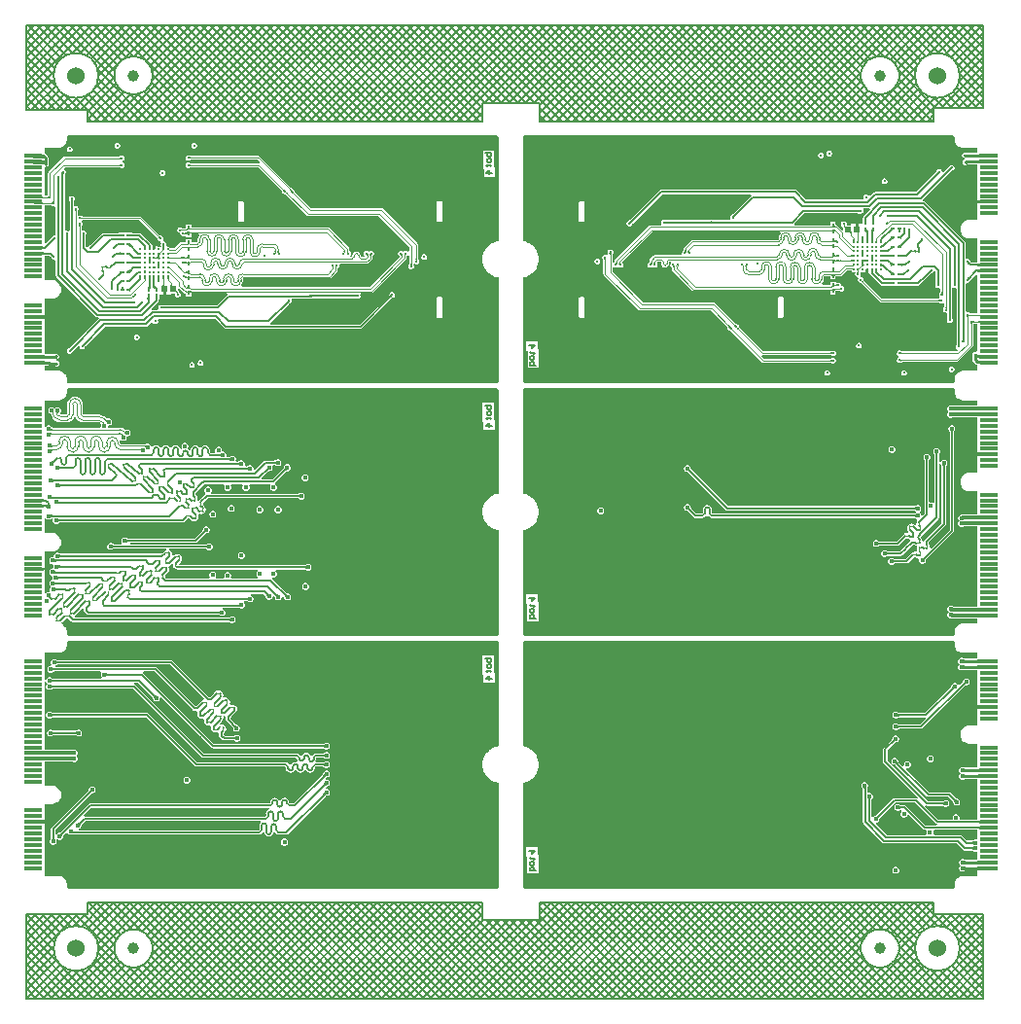
<source format=gbl>
G04*
G04 #@! TF.GenerationSoftware,Altium Limited,Altium Designer,21.1.1 (26)*
G04*
G04 Layer_Physical_Order=4*
G04 Layer_Color=16711680*
%FSLAX44Y44*%
%MOMM*%
G71*
G04*
G04 #@! TF.SameCoordinates,63B2E272-0427-4AAB-BE5C-BBC369205028*
G04*
G04*
G04 #@! TF.FilePolarity,Positive*
G04*
G01*
G75*
%ADD10C,0.2032*%
%ADD11C,1.0000*%
%ADD13C,0.1250*%
%ADD14C,0.2000*%
%ADD15C,0.1717*%
%ADD18R,0.3500X0.2500*%
%ADD19R,0.2500X0.3500*%
%ADD21R,0.5600X0.5200*%
%ADD26R,1.5000X0.3500*%
%ADD27C,0.1500*%
%ADD28C,0.3000*%
%ADD35C,0.1720*%
%ADD36C,0.2500*%
%ADD43C,0.1101*%
%ADD52C,0.1000*%
%ADD53C,0.0750*%
%ADD54C,0.1710*%
%ADD56C,1.5240*%
%ADD57C,0.4000*%
%ADD58C,5.0000*%
%ADD59C,0.5000*%
%ADD60C,0.3000*%
%ADD73C,0.2100*%
G36*
X417961Y756531D02*
Y665879D01*
X415538Y665397D01*
X415353Y665320D01*
X415156Y665281D01*
X412620Y664231D01*
X412453Y664119D01*
X412268Y664042D01*
X409986Y662517D01*
X409844Y662376D01*
X409677Y662264D01*
X407736Y660323D01*
X407625Y660156D01*
X407482Y660014D01*
X405958Y657732D01*
X405881Y657547D01*
X405769Y657380D01*
X404719Y654844D01*
X404680Y654647D01*
X404603Y654462D01*
X404067Y651770D01*
Y651619D01*
X404031Y651472D01*
X403963Y650100D01*
X403978Y650000D01*
X403963Y649900D01*
X404031Y648528D01*
X404067Y648381D01*
Y648230D01*
X404603Y645538D01*
X404680Y645353D01*
X404719Y645156D01*
X405769Y642620D01*
X405881Y642453D01*
X405957Y642268D01*
X407482Y639986D01*
X407624Y639844D01*
X407736Y639677D01*
X409676Y637736D01*
X409843Y637624D01*
X409985Y637482D01*
X412267Y635958D01*
X412453Y635881D01*
X412620Y635769D01*
X415155Y634719D01*
X415352Y634680D01*
X415538Y634603D01*
X417961Y634121D01*
Y543345D01*
X416655Y542039D01*
X43345D01*
X42039Y543345D01*
Y545750D01*
X42019Y545849D01*
X42029Y545950D01*
X41933Y546925D01*
X41846Y547212D01*
X41788Y547506D01*
X41041Y549308D01*
X40599Y549970D01*
X39220Y551349D01*
X39220Y551349D01*
X38558Y551791D01*
X36756Y552538D01*
X36462Y552596D01*
X36175Y552683D01*
X35200Y552779D01*
X35099Y552769D01*
X35000Y552789D01*
X22540D01*
Y557620D01*
X22569Y557632D01*
X25569D01*
X26111Y557271D01*
X26989Y557096D01*
X31958D01*
X32455Y556890D01*
X33449D01*
X34368Y557271D01*
X35072Y557974D01*
X35452Y558893D01*
Y559887D01*
X35072Y560806D01*
X34368Y561509D01*
X33587Y561833D01*
X33313Y562590D01*
X33236Y562984D01*
X33224Y563110D01*
X34143Y563491D01*
X34846Y564194D01*
X35227Y565113D01*
Y566107D01*
X34846Y567026D01*
X34143Y567729D01*
X33224Y568110D01*
X32229D01*
X31311Y567729D01*
X30857Y567276D01*
X22571D01*
X22540Y567289D01*
Y595710D01*
Y604290D01*
Y615711D01*
X29000D01*
X29099Y615731D01*
X29200Y615721D01*
X30370Y615836D01*
X30657Y615923D01*
X30951Y615981D01*
X33114Y616877D01*
X33775Y617319D01*
X35431Y618975D01*
X35873Y619636D01*
X36769Y621799D01*
X36827Y622093D01*
X36914Y622380D01*
X37029Y623550D01*
X37010Y623750D01*
X37029Y623950D01*
X36914Y625120D01*
X36827Y625407D01*
X36769Y625701D01*
X35873Y627864D01*
X35431Y628525D01*
X33775Y630181D01*
X33114Y630623D01*
X30951Y631519D01*
X30657Y631577D01*
X30370Y631664D01*
X29200Y631779D01*
X29099Y631769D01*
X29000Y631789D01*
X22540D01*
Y652961D01*
X27155D01*
X27836Y652280D01*
X27879Y652176D01*
X27992Y652063D01*
X28281Y651760D01*
Y651722D01*
X28661Y650803D01*
X29365Y650100D01*
X30283Y649719D01*
X31278D01*
X32439Y648826D01*
Y635666D01*
X32583Y634941D01*
X32994Y634326D01*
X67140Y600180D01*
X67755Y599769D01*
X68480Y599625D01*
X69713D01*
X70099Y598355D01*
X69845Y598186D01*
X44750Y573091D01*
X44645Y573050D01*
X44436Y572851D01*
X44284Y572723D01*
X44247Y572695D01*
X44223Y572680D01*
X44202Y572671D01*
X44197Y572665D01*
X44179Y572655D01*
X44177Y572653D01*
X43997D01*
X43078Y572273D01*
X42375Y571569D01*
X41995Y570650D01*
Y569656D01*
X42375Y568737D01*
X43078Y568034D01*
X43997Y567653D01*
X44992D01*
X45911Y568034D01*
X46614Y568737D01*
X46995Y569656D01*
Y569836D01*
X46997Y569837D01*
X47007Y569855D01*
X47013Y569861D01*
X47021Y569882D01*
X47037Y569905D01*
X47059Y569936D01*
X47286Y570196D01*
X47382Y570294D01*
X47426Y570402D01*
X51611Y574588D01*
X52881Y574062D01*
Y573655D01*
X53262Y572736D01*
X53965Y572033D01*
X54884Y571652D01*
X55879D01*
X56797Y572033D01*
X57501Y572736D01*
X57881Y573655D01*
Y573835D01*
X57883Y573837D01*
X57893Y573855D01*
X57899Y573860D01*
X57908Y573881D01*
X57923Y573904D01*
X57946Y573935D01*
X58173Y574195D01*
X58269Y574293D01*
X58312Y574401D01*
X75337Y591427D01*
X111106D01*
X111832Y591571D01*
X112447Y591982D01*
X115375Y594910D01*
X116852Y594663D01*
X117555Y593960D01*
X118474Y593580D01*
X119468D01*
X120387Y593960D01*
X121090Y594663D01*
X121471Y595582D01*
Y596577D01*
X121320Y596942D01*
X122012Y598174D01*
X122064Y598212D01*
X171016D01*
X179192Y590036D01*
X179807Y589625D01*
X180533Y589481D01*
X297629D01*
X298355Y589625D01*
X298970Y590036D01*
X324894Y615960D01*
X324999Y616001D01*
X325208Y616199D01*
X325360Y616327D01*
X325398Y616355D01*
X325421Y616370D01*
X325442Y616379D01*
X325447Y616385D01*
X325466Y616395D01*
X325467Y616397D01*
X325647D01*
X326566Y616778D01*
X327269Y617481D01*
X327650Y618400D01*
Y619395D01*
X327269Y620313D01*
X326566Y621017D01*
X325647Y621397D01*
X324652D01*
X323733Y621017D01*
X323030Y620313D01*
X322650Y619395D01*
Y619215D01*
X322647Y619213D01*
X322637Y619195D01*
X322632Y619189D01*
X322623Y619169D01*
X322607Y619145D01*
X322585Y619115D01*
X322358Y618855D01*
X322262Y618757D01*
X322219Y618648D01*
X296844Y593274D01*
X219237D01*
X218852Y594544D01*
X219025Y594659D01*
X235133Y610767D01*
X235242Y610811D01*
X235351Y610918D01*
X235532Y611086D01*
X235666Y611196D01*
X235692Y611215D01*
X235699Y611219D01*
X236613Y611598D01*
X237316Y612301D01*
X237697Y613220D01*
Y614215D01*
X237499Y614694D01*
X238064Y615804D01*
X238243Y615964D01*
X252783D01*
X252891Y615918D01*
X253040Y615916D01*
X253281Y615906D01*
X253447Y615888D01*
X253473Y615883D01*
X253478Y615882D01*
X253504Y615873D01*
X253545Y615832D01*
X254463Y615451D01*
X255458D01*
X256377Y615832D01*
X256525Y615980D01*
X256530Y615979D01*
X256552Y615986D01*
X256560Y615986D01*
X256579Y615994D01*
X256604Y615999D01*
X256639Y616005D01*
X256981Y616029D01*
X257117Y616030D01*
X257120Y616031D01*
X257123Y616030D01*
X257228Y616076D01*
X292884D01*
X292987Y616030D01*
X293276Y616024D01*
X293476Y616007D01*
X293525Y616000D01*
X293555Y615994D01*
X293578Y615985D01*
X293586Y615985D01*
X293604Y615980D01*
X293710Y615874D01*
X294629Y615494D01*
X295623D01*
X296542Y615874D01*
X297245Y616578D01*
X297626Y617496D01*
Y618491D01*
X297353Y619149D01*
X297729Y620031D01*
X298032Y620419D01*
X307181D01*
X307785Y620540D01*
X308298Y620882D01*
X337418Y650002D01*
X337761Y650515D01*
X337881Y651120D01*
Y652380D01*
X337921Y652446D01*
X337906Y652508D01*
X337932Y652566D01*
X337933Y652588D01*
X338230Y652803D01*
X338416Y652881D01*
X338629Y653094D01*
X338945Y653323D01*
X340011Y653036D01*
X340147Y652952D01*
Y646125D01*
X340097Y646013D01*
X340094Y645894D01*
X340087Y645817D01*
X340077Y645753D01*
X340065Y645701D01*
X340052Y645661D01*
X340040Y645630D01*
X340028Y645607D01*
X340018Y645590D01*
X340007Y645576D01*
X339961Y645527D01*
X339893Y645343D01*
X339685Y645135D01*
X339304Y644216D01*
Y643221D01*
X339685Y642303D01*
X340388Y641599D01*
X341307Y641219D01*
X342301D01*
X343220Y641599D01*
X343923Y642303D01*
X344304Y643221D01*
Y644216D01*
X344010Y644926D01*
X344594Y646088D01*
X344863Y646155D01*
X345782Y645774D01*
X346777D01*
X347696Y646155D01*
X348399Y646858D01*
X348779Y647777D01*
Y648772D01*
X348399Y649690D01*
X348191Y649898D01*
X348122Y650082D01*
X348076Y650132D01*
X348066Y650146D01*
X348055Y650163D01*
X348043Y650185D01*
X348031Y650216D01*
X348018Y650257D01*
X348007Y650308D01*
X347997Y650372D01*
X347990Y650449D01*
X347986Y650568D01*
X347936Y650680D01*
Y662720D01*
X347810Y663354D01*
X347451Y663892D01*
X317172Y694172D01*
X316634Y694531D01*
X316000Y694657D01*
X254494D01*
X240396Y708755D01*
X240352Y708870D01*
X240270Y708957D01*
X240221Y709016D01*
X240183Y709068D01*
X240155Y709113D01*
X240135Y709150D01*
X240122Y709181D01*
X240114Y709205D01*
X240110Y709225D01*
X240107Y709242D01*
X240105Y709310D01*
X240023Y709488D01*
Y709782D01*
X239643Y710701D01*
X238939Y711404D01*
X238020Y711785D01*
X237899D01*
X237777Y711854D01*
X237705Y711863D01*
X237677Y711869D01*
X237646Y711879D01*
X237610Y711892D01*
X237569Y711912D01*
X237521Y711939D01*
X237468Y711974D01*
X237409Y712019D01*
X237345Y712074D01*
X237256Y712158D01*
X237141Y712202D01*
X209922Y739421D01*
X209384Y739781D01*
X208750Y739907D01*
X150156D01*
X150044Y739957D01*
X149925Y739960D01*
X149848Y739967D01*
X149784Y739977D01*
X149733Y739989D01*
X149692Y740001D01*
X149661Y740014D01*
X149639Y740025D01*
X149621Y740036D01*
X149608Y740047D01*
X149558Y740093D01*
X149374Y740161D01*
X149166Y740369D01*
X148247Y740750D01*
X147253D01*
X146334Y740369D01*
X145631Y739666D01*
X145250Y738747D01*
Y737753D01*
X145631Y736834D01*
X146334Y736131D01*
X147253Y735750D01*
X148247D01*
X149166Y736131D01*
X149374Y736339D01*
X149558Y736407D01*
X149608Y736453D01*
X149621Y736464D01*
X149639Y736475D01*
X149661Y736486D01*
X149692Y736498D01*
X149733Y736511D01*
X149784Y736523D01*
X149848Y736533D01*
X149925Y736540D01*
X150044Y736543D01*
X150156Y736593D01*
X208064D01*
X210110Y734547D01*
X209484Y733376D01*
X209332Y733407D01*
X150156D01*
X150044Y733457D01*
X149925Y733460D01*
X149848Y733467D01*
X149784Y733477D01*
X149732Y733489D01*
X149692Y733501D01*
X149661Y733514D01*
X149639Y733525D01*
X149621Y733536D01*
X149608Y733547D01*
X149558Y733593D01*
X149374Y733661D01*
X149166Y733869D01*
X148247Y734250D01*
X147253D01*
X146334Y733869D01*
X145631Y733166D01*
X145250Y732247D01*
Y731253D01*
X145631Y730334D01*
X146334Y729631D01*
X147253Y729250D01*
X148247D01*
X149166Y729631D01*
X149374Y729839D01*
X149558Y729907D01*
X149608Y729953D01*
X149621Y729964D01*
X149639Y729975D01*
X149661Y729986D01*
X149692Y729998D01*
X149732Y730011D01*
X149784Y730023D01*
X149848Y730033D01*
X149925Y730040D01*
X150044Y730043D01*
X150156Y730093D01*
X208645D01*
X229306Y709433D01*
X229349Y709318D01*
X229431Y709231D01*
X229481Y709173D01*
X229519Y709121D01*
X229547Y709076D01*
X229567Y709038D01*
X229580Y709007D01*
X229588Y708983D01*
X229592Y708964D01*
X229594Y708946D01*
X229597Y708878D01*
X229678Y708700D01*
Y708406D01*
X230059Y707487D01*
X230762Y706784D01*
X231681Y706403D01*
X231976D01*
X232154Y706322D01*
X232222Y706319D01*
X232239Y706317D01*
X232258Y706312D01*
X232283Y706305D01*
X232313Y706292D01*
X232351Y706272D01*
X232396Y706244D01*
X232448Y706206D01*
X232507Y706156D01*
X232594Y706074D01*
X232708Y706030D01*
X250910Y687828D01*
X251448Y687469D01*
X252082Y687343D01*
X313314D01*
X340147Y660510D01*
Y657048D01*
X340011Y656964D01*
X338877Y656658D01*
X338416Y657119D01*
X337497Y657500D01*
X336503D01*
X335584Y657119D01*
X335000Y656535D01*
X334416Y657119D01*
X333497Y657500D01*
X332503D01*
X331584Y657119D01*
X330881Y656416D01*
X330500Y655497D01*
Y654503D01*
X330881Y653584D01*
X331584Y652881D01*
X331677Y652410D01*
X305449Y626181D01*
X194317D01*
X193704Y627451D01*
X194700Y628942D01*
X195164Y631272D01*
X195077D01*
Y632879D01*
X195162D01*
X195207Y632989D01*
X195317Y633034D01*
Y633119D01*
X270478D01*
X271083Y633239D01*
X271596Y633582D01*
X277418Y639404D01*
X277761Y639917D01*
X277881Y640522D01*
Y642029D01*
X277921Y642096D01*
X277906Y642158D01*
X277932Y642215D01*
X277936Y642319D01*
X277960Y642341D01*
X278416Y642530D01*
X279119Y643233D01*
X279500Y644152D01*
Y645147D01*
X280472Y646119D01*
X303127D01*
X303732Y646239D01*
X304245Y646582D01*
X307418Y649755D01*
X307761Y650268D01*
X307881Y650872D01*
Y652380D01*
X307921Y652446D01*
X307906Y652508D01*
X307932Y652566D01*
X307936Y652669D01*
X307960Y652692D01*
X308416Y652881D01*
X309119Y653584D01*
X309500Y654503D01*
Y655497D01*
X309119Y656416D01*
X308416Y657119D01*
X307497Y657500D01*
X306503D01*
X305584Y657119D01*
X305000Y656535D01*
X304416Y657119D01*
X303497Y657500D01*
X302503D01*
X301584Y657119D01*
X300881Y656416D01*
X300500Y655497D01*
Y654503D01*
X300881Y653584D01*
X301091Y653373D01*
X301156Y653055D01*
X300413Y651881D01*
X297774D01*
Y651966D01*
X297665Y652011D01*
X297620Y652121D01*
X297535D01*
Y653603D01*
X297570D01*
X297309Y654918D01*
X296564Y656033D01*
X295449Y656778D01*
X294134Y657040D01*
X294134D01*
Y657040D01*
X292819Y656778D01*
X291704Y656033D01*
X290959Y654918D01*
X290697Y653603D01*
X290733D01*
Y652121D01*
X290648D01*
X290603Y652011D01*
X290493Y651966D01*
Y651881D01*
X289076D01*
X289063Y651901D01*
X288686Y653151D01*
X289119Y653584D01*
X289500Y654503D01*
Y655497D01*
X289119Y656416D01*
X288416Y657119D01*
X287960Y657308D01*
X287936Y657331D01*
X287932Y657434D01*
X287906Y657492D01*
X287921Y657554D01*
X287881Y657620D01*
Y659127D01*
X287761Y659732D01*
X287418Y660245D01*
X270245Y677418D01*
X269732Y677761D01*
X269127Y677881D01*
X150250D01*
Y680500D01*
X145750D01*
Y677364D01*
X145550Y677136D01*
X142400D01*
X142010Y677526D01*
X141091Y677906D01*
X140096D01*
X139178Y677526D01*
X138474Y676823D01*
X138094Y675904D01*
Y674909D01*
X138474Y673990D01*
X139178Y673287D01*
X140096Y672906D01*
X140745D01*
Y672258D01*
X141126Y671339D01*
X141829Y670635D01*
X142748Y670255D01*
X143743D01*
X144480Y670560D01*
X145223Y670270D01*
X145734Y669938D01*
X145750Y669898D01*
Y669500D01*
X150250D01*
Y672119D01*
X156839D01*
X157458Y670849D01*
X156467Y669366D01*
X156004Y667036D01*
X156090D01*
Y665120D01*
X156005D01*
X155960Y665011D01*
X155851Y664966D01*
Y664881D01*
X150250D01*
Y667500D01*
X145750D01*
Y664881D01*
X141300D01*
X140695Y664761D01*
X140183Y664418D01*
X135646Y659881D01*
X131854D01*
X131738Y660161D01*
X131161Y660738D01*
X130408Y661050D01*
X129592D01*
X129231Y660900D01*
X129175Y660939D01*
X128386Y661925D01*
X128625Y662503D01*
Y663497D01*
X128244Y664416D01*
X127541Y665119D01*
X126622Y665500D01*
X126353D01*
X125982Y666133D01*
X125746Y666770D01*
X126069Y667551D01*
Y668546D01*
X125689Y669465D01*
X124986Y670168D01*
X124067Y670548D01*
X123761D01*
X123570Y670631D01*
X123414Y670633D01*
X123300Y670640D01*
X123202Y670653D01*
X123122Y670668D01*
X123058Y670685D01*
X123026Y670696D01*
X106883Y686840D01*
X105831Y687276D01*
X55855D01*
X55825Y687290D01*
X55768Y687323D01*
X55714Y687360D01*
X55525Y687516D01*
X55425Y687613D01*
X55232Y687690D01*
X55015Y687907D01*
X54096Y688287D01*
X53102D01*
X52723Y688130D01*
X51503Y688808D01*
X51453Y688874D01*
Y691614D01*
X51503Y691726D01*
X51506Y691845D01*
X51513Y691922D01*
X51523Y691986D01*
X51535Y692038D01*
X51547Y692078D01*
X51560Y692109D01*
X51571Y692131D01*
X51582Y692149D01*
X51593Y692162D01*
X51639Y692212D01*
X51707Y692396D01*
X51915Y692604D01*
X52296Y693523D01*
Y694517D01*
X51915Y695436D01*
X51212Y696139D01*
X50293Y696520D01*
X49299D01*
X48179Y697431D01*
Y700680D01*
X48225Y700783D01*
X48232Y701071D01*
X48249Y701268D01*
X48256Y701314D01*
X48262Y701341D01*
X48270Y701363D01*
X48270Y701371D01*
X48276Y701390D01*
X48275Y701394D01*
X48404Y701523D01*
X48784Y702442D01*
Y703436D01*
X48404Y704355D01*
X47701Y705058D01*
X46782Y705439D01*
X45787D01*
X44868Y705058D01*
X44165Y704355D01*
X43784Y703436D01*
Y702442D01*
X44165Y701523D01*
X44294Y701394D01*
X44293Y701390D01*
X44299Y701371D01*
X44299Y701363D01*
X44307Y701341D01*
X44313Y701314D01*
X44319Y701277D01*
X44342Y700933D01*
X44344Y700797D01*
X44390Y700689D01*
Y675123D01*
X44031Y674829D01*
X43120Y674431D01*
X42483Y674695D01*
X41488D01*
X40263Y675562D01*
Y723742D01*
X40304Y723820D01*
X40291Y723865D01*
X40309Y723907D01*
X40311Y724048D01*
X40325Y724282D01*
X40333Y724346D01*
X40341Y724395D01*
X40344Y724406D01*
X40350Y724417D01*
X40350Y724425D01*
X40360Y724456D01*
X40360Y724465D01*
X40602Y724708D01*
X40983Y725627D01*
Y726621D01*
X40602Y727540D01*
X39899Y728243D01*
X39542Y729577D01*
X40141Y730343D01*
X87594D01*
X87706Y730293D01*
X87825Y730290D01*
X87902Y730283D01*
X87966Y730273D01*
X88018Y730261D01*
X88058Y730248D01*
X88089Y730236D01*
X88111Y730225D01*
X88129Y730214D01*
X88142Y730203D01*
X88192Y730157D01*
X88376Y730089D01*
X88584Y729881D01*
X89503Y729500D01*
X90497D01*
X91416Y729881D01*
X92119Y730584D01*
X92500Y731503D01*
Y732497D01*
X92119Y733416D01*
X91416Y734119D01*
X90916Y734327D01*
Y735673D01*
X91416Y735881D01*
X92119Y736584D01*
X92500Y737503D01*
Y738497D01*
X92119Y739416D01*
X91416Y740119D01*
X90497Y740500D01*
X89503D01*
X88584Y740119D01*
X88376Y739911D01*
X88192Y739843D01*
X88142Y739797D01*
X88129Y739786D01*
X88111Y739775D01*
X88089Y739764D01*
X88058Y739751D01*
X88018Y739739D01*
X87966Y739727D01*
X87902Y739717D01*
X87825Y739710D01*
X87706Y739707D01*
X87594Y739657D01*
X40356D01*
X39722Y739531D01*
X39184Y739172D01*
X26152Y726139D01*
X25793Y725602D01*
X25667Y724968D01*
Y706645D01*
X25617Y706538D01*
X24642Y705861D01*
X22540D01*
Y729524D01*
X23503Y730500D01*
X24497D01*
X25416Y730881D01*
X26119Y731584D01*
X26500Y732503D01*
Y733497D01*
X26294Y733994D01*
Y738000D01*
X26119Y738878D01*
X25622Y739622D01*
X25622Y739622D01*
X24122Y741122D01*
X23378Y741619D01*
X22644Y741765D01*
X22540Y741811D01*
Y747211D01*
X35000D01*
X35099Y747231D01*
X35200Y747221D01*
X36175Y747317D01*
X36462Y747404D01*
X36756Y747462D01*
X38558Y748209D01*
X38558Y748209D01*
X39220Y748651D01*
X39220Y748651D01*
X40599Y750030D01*
X40599Y750030D01*
X41041Y750692D01*
X41041Y750692D01*
X41788Y752494D01*
X41846Y752788D01*
X41933Y753074D01*
X42029Y754050D01*
X42019Y754151D01*
X42039Y754250D01*
Y756337D01*
X43402Y757836D01*
X416655D01*
X417961Y756531D01*
D02*
G37*
G36*
X814961Y756655D02*
Y754250D01*
X814981Y754151D01*
X814971Y754050D01*
X815067Y753075D01*
X815154Y752788D01*
X815212Y752494D01*
X815959Y750692D01*
X816401Y750030D01*
X817780Y748651D01*
X817780Y748651D01*
X818442Y748209D01*
X820244Y747462D01*
X820538Y747404D01*
X820825Y747317D01*
X821800Y747221D01*
X821901Y747231D01*
X822000Y747211D01*
X834460D01*
Y742380D01*
X834431Y742367D01*
X831431D01*
X830889Y742729D01*
X830011Y742904D01*
X825042D01*
X824545Y743110D01*
X823550D01*
X822632Y742729D01*
X821928Y742026D01*
X821548Y741107D01*
Y740113D01*
X821928Y739194D01*
X822632Y738491D01*
X823413Y738167D01*
X823687Y737410D01*
X823764Y737016D01*
X823776Y736890D01*
X822857Y736509D01*
X822154Y735806D01*
X821773Y734887D01*
Y733893D01*
X822154Y732974D01*
X822857Y732271D01*
X823776Y731890D01*
X824771D01*
X825689Y732271D01*
X826143Y732724D01*
X834429D01*
X834460Y732711D01*
Y704290D01*
Y695710D01*
Y684289D01*
X828000D01*
X827901Y684269D01*
X827800Y684279D01*
X826630Y684164D01*
X826343Y684077D01*
X826049Y684019D01*
X823886Y683123D01*
X823225Y682681D01*
X821569Y681025D01*
X821127Y680364D01*
X820231Y678201D01*
X820173Y677907D01*
X820086Y677620D01*
X819971Y676450D01*
X819990Y676250D01*
X819971Y676050D01*
X820086Y674880D01*
X820173Y674593D01*
X820231Y674299D01*
X821127Y672136D01*
X821569Y671475D01*
X823225Y669819D01*
X823886Y669377D01*
X826049Y668481D01*
X826343Y668423D01*
X826630Y668336D01*
X827800Y668221D01*
X827901Y668231D01*
X828000Y668211D01*
X834460D01*
Y647039D01*
X829845D01*
X829164Y647720D01*
X829121Y647824D01*
X829008Y647937D01*
X828719Y648240D01*
Y648278D01*
X828339Y649197D01*
X827635Y649900D01*
X826717Y650281D01*
X825722D01*
X824561Y651174D01*
Y664334D01*
X824417Y665059D01*
X824006Y665674D01*
X789860Y699820D01*
X789245Y700231D01*
X788520Y700375D01*
X787287D01*
X786901Y701645D01*
X787155Y701814D01*
X812250Y726909D01*
X812355Y726950D01*
X812563Y727149D01*
X812716Y727277D01*
X812753Y727305D01*
X812777Y727320D01*
X812797Y727329D01*
X812803Y727335D01*
X812821Y727345D01*
X812823Y727347D01*
X813003D01*
X813922Y727727D01*
X814625Y728431D01*
X815005Y729349D01*
Y730344D01*
X814625Y731263D01*
X813922Y731966D01*
X813003Y732347D01*
X812008D01*
X811089Y731966D01*
X810386Y731263D01*
X810005Y730344D01*
Y730164D01*
X810003Y730163D01*
X809993Y730145D01*
X809987Y730139D01*
X809978Y730118D01*
X809963Y730095D01*
X809941Y730064D01*
X809714Y729804D01*
X809618Y729706D01*
X809574Y729598D01*
X805389Y725412D01*
X804119Y725938D01*
Y726345D01*
X803738Y727264D01*
X803035Y727967D01*
X802116Y728348D01*
X801122D01*
X800203Y727967D01*
X799499Y727264D01*
X799119Y726345D01*
Y726165D01*
X799117Y726163D01*
X799107Y726145D01*
X799101Y726140D01*
X799092Y726119D01*
X799077Y726096D01*
X799054Y726065D01*
X798827Y725805D01*
X798731Y725707D01*
X798688Y725599D01*
X781663Y708574D01*
X745894D01*
X745168Y708429D01*
X744553Y708018D01*
X741625Y705090D01*
X740148Y705337D01*
X739445Y706040D01*
X738526Y706420D01*
X737532D01*
X736613Y706040D01*
X735910Y705337D01*
X735529Y704418D01*
Y703423D01*
X735680Y703058D01*
X734988Y701826D01*
X734936Y701788D01*
X685984D01*
X677808Y709964D01*
X677193Y710375D01*
X676467Y710519D01*
X559371D01*
X558645Y710375D01*
X558030Y709964D01*
X532106Y684040D01*
X532001Y683999D01*
X531792Y683801D01*
X531640Y683673D01*
X531602Y683645D01*
X531579Y683630D01*
X531558Y683621D01*
X531553Y683615D01*
X531535Y683605D01*
X531533Y683603D01*
X531353D01*
X530434Y683222D01*
X529731Y682519D01*
X529350Y681600D01*
Y680605D01*
X529731Y679687D01*
X530434Y678983D01*
X531353Y678603D01*
X532348D01*
X533266Y678983D01*
X533970Y679687D01*
X534350Y680605D01*
Y680785D01*
X534353Y680787D01*
X534363Y680805D01*
X534368Y680811D01*
X534377Y680831D01*
X534393Y680854D01*
X534415Y680885D01*
X534642Y681145D01*
X534738Y681243D01*
X534781Y681352D01*
X560156Y706726D01*
X637763D01*
X638148Y705456D01*
X637975Y705341D01*
X621867Y689233D01*
X621758Y689189D01*
X621649Y689082D01*
X621468Y688914D01*
X621334Y688804D01*
X621308Y688785D01*
X621301Y688781D01*
X620387Y688402D01*
X619683Y687699D01*
X619303Y686780D01*
Y685785D01*
X619501Y685306D01*
X618936Y684196D01*
X618757Y684036D01*
X604217D01*
X604109Y684082D01*
X603960Y684084D01*
X603719Y684094D01*
X603553Y684112D01*
X603527Y684117D01*
X603522Y684118D01*
X603496Y684127D01*
X603455Y684168D01*
X602537Y684549D01*
X601542D01*
X600623Y684168D01*
X600475Y684020D01*
X600470Y684021D01*
X600448Y684014D01*
X600440Y684014D01*
X600420Y684006D01*
X600396Y684001D01*
X600361Y683995D01*
X600019Y683971D01*
X599883Y683970D01*
X599880Y683969D01*
X599877Y683970D01*
X599772Y683924D01*
X564116D01*
X564013Y683970D01*
X563724Y683976D01*
X563524Y683993D01*
X563475Y684000D01*
X563445Y684006D01*
X563422Y684015D01*
X563414Y684015D01*
X563396Y684020D01*
X563290Y684126D01*
X562371Y684506D01*
X561377D01*
X560458Y684126D01*
X559755Y683422D01*
X559374Y682504D01*
Y681509D01*
X559647Y680851D01*
X559271Y679969D01*
X558968Y679581D01*
X549819D01*
X549215Y679460D01*
X548702Y679118D01*
X519582Y649998D01*
X519240Y649485D01*
X519119Y648880D01*
Y647620D01*
X519079Y647554D01*
X519095Y647492D01*
X519068Y647434D01*
X519067Y647412D01*
X518770Y647197D01*
X518584Y647119D01*
X518371Y646906D01*
X518055Y646677D01*
X516989Y646964D01*
X516853Y647048D01*
Y653875D01*
X516903Y653987D01*
X516906Y654106D01*
X516913Y654183D01*
X516923Y654247D01*
X516935Y654299D01*
X516948Y654339D01*
X516960Y654370D01*
X516972Y654393D01*
X516982Y654410D01*
X516993Y654424D01*
X517039Y654473D01*
X517107Y654657D01*
X517315Y654865D01*
X517696Y655784D01*
Y656779D01*
X517315Y657697D01*
X516612Y658401D01*
X515693Y658781D01*
X514699D01*
X513780Y658401D01*
X513077Y657697D01*
X512696Y656779D01*
Y655784D01*
X512990Y655074D01*
X512406Y653912D01*
X512137Y653845D01*
X511218Y654226D01*
X510223D01*
X509304Y653845D01*
X508601Y653142D01*
X508220Y652223D01*
Y651228D01*
X508601Y650310D01*
X508809Y650101D01*
X508878Y649918D01*
X508924Y649868D01*
X508934Y649854D01*
X508945Y649837D01*
X508957Y649815D01*
X508969Y649784D01*
X508982Y649743D01*
X508993Y649692D01*
X509003Y649628D01*
X509010Y649551D01*
X509013Y649432D01*
X509064Y649320D01*
Y637280D01*
X509190Y636646D01*
X509549Y636108D01*
X539828Y605829D01*
X540366Y605469D01*
X541000Y605343D01*
X602505D01*
X616604Y591245D01*
X616648Y591130D01*
X616730Y591043D01*
X616779Y590984D01*
X616817Y590932D01*
X616845Y590887D01*
X616865Y590850D01*
X616878Y590819D01*
X616886Y590795D01*
X616890Y590775D01*
X616893Y590758D01*
X616895Y590690D01*
X616977Y590512D01*
Y590218D01*
X617357Y589299D01*
X618061Y588596D01*
X618979Y588215D01*
X619101D01*
X619224Y588146D01*
X619295Y588137D01*
X619323Y588131D01*
X619354Y588121D01*
X619390Y588108D01*
X619431Y588088D01*
X619479Y588061D01*
X619532Y588026D01*
X619591Y587981D01*
X619655Y587926D01*
X619744Y587842D01*
X619859Y587798D01*
X647078Y560578D01*
X647616Y560219D01*
X648250Y560093D01*
X706844D01*
X706956Y560043D01*
X707075Y560040D01*
X707152Y560033D01*
X707216Y560023D01*
X707267Y560011D01*
X707308Y559999D01*
X707339Y559986D01*
X707361Y559975D01*
X707379Y559964D01*
X707392Y559953D01*
X707442Y559907D01*
X707626Y559839D01*
X707834Y559631D01*
X708753Y559250D01*
X709747D01*
X710666Y559631D01*
X711369Y560334D01*
X711750Y561253D01*
Y562247D01*
X711369Y563166D01*
X710666Y563869D01*
X709747Y564250D01*
X708753D01*
X707834Y563869D01*
X707626Y563661D01*
X707442Y563593D01*
X707392Y563547D01*
X707378Y563536D01*
X707361Y563526D01*
X707339Y563514D01*
X707308Y563502D01*
X707267Y563489D01*
X707216Y563477D01*
X707152Y563467D01*
X707075Y563460D01*
X706956Y563457D01*
X706844Y563407D01*
X648936D01*
X646890Y565453D01*
X647516Y566624D01*
X647668Y566593D01*
X706844D01*
X706956Y566543D01*
X707075Y566540D01*
X707152Y566533D01*
X707216Y566523D01*
X707268Y566511D01*
X707308Y566499D01*
X707339Y566486D01*
X707362Y566475D01*
X707379Y566464D01*
X707392Y566453D01*
X707442Y566407D01*
X707626Y566339D01*
X707834Y566131D01*
X708753Y565750D01*
X709747D01*
X710666Y566131D01*
X711369Y566834D01*
X711750Y567753D01*
Y568747D01*
X711369Y569666D01*
X710666Y570369D01*
X709747Y570750D01*
X708753D01*
X707834Y570369D01*
X707626Y570161D01*
X707442Y570093D01*
X707392Y570047D01*
X707379Y570036D01*
X707362Y570025D01*
X707339Y570014D01*
X707308Y570001D01*
X707268Y569989D01*
X707216Y569977D01*
X707152Y569967D01*
X707075Y569960D01*
X706956Y569957D01*
X706844Y569907D01*
X648354D01*
X627694Y590567D01*
X627651Y590682D01*
X627569Y590769D01*
X627519Y590827D01*
X627481Y590879D01*
X627453Y590924D01*
X627433Y590962D01*
X627420Y590993D01*
X627412Y591017D01*
X627408Y591036D01*
X627406Y591054D01*
X627403Y591122D01*
X627322Y591300D01*
Y591594D01*
X626941Y592513D01*
X626238Y593216D01*
X625319Y593597D01*
X625024D01*
X624846Y593678D01*
X624778Y593681D01*
X624761Y593683D01*
X624742Y593688D01*
X624717Y593695D01*
X624687Y593708D01*
X624649Y593728D01*
X624604Y593756D01*
X624552Y593795D01*
X624493Y593844D01*
X624406Y593926D01*
X624292Y593970D01*
X606090Y612172D01*
X605552Y612531D01*
X604918Y612657D01*
X543686D01*
X516853Y639490D01*
Y642952D01*
X516989Y643036D01*
X518123Y643342D01*
X518584Y642881D01*
X519503Y642500D01*
X520497D01*
X521416Y642881D01*
X522000Y643465D01*
X522584Y642881D01*
X523503Y642500D01*
X524497D01*
X525416Y642881D01*
X526119Y643584D01*
X526500Y644503D01*
Y645497D01*
X526119Y646416D01*
X525416Y647119D01*
X525323Y647590D01*
X551551Y673819D01*
X662683D01*
X663296Y672549D01*
X662300Y671058D01*
X661836Y668728D01*
X661923D01*
Y667121D01*
X661838D01*
X661793Y667011D01*
X661683Y666966D01*
Y666881D01*
X586522D01*
X585917Y666761D01*
X585404Y666418D01*
X579582Y660596D01*
X579239Y660083D01*
X579119Y659478D01*
Y657971D01*
X579079Y657904D01*
X579094Y657842D01*
X579068Y657785D01*
X579064Y657681D01*
X579040Y657659D01*
X578584Y657470D01*
X577881Y656767D01*
X577500Y655848D01*
Y654853D01*
X576528Y653881D01*
X553873D01*
X553268Y653761D01*
X552755Y653418D01*
X549582Y650245D01*
X549239Y649732D01*
X549119Y649128D01*
Y647620D01*
X549079Y647554D01*
X549095Y647492D01*
X549068Y647434D01*
X549064Y647331D01*
X549040Y647308D01*
X548584Y647119D01*
X547881Y646416D01*
X547500Y645497D01*
Y644503D01*
X547881Y643584D01*
X548584Y642881D01*
X549503Y642500D01*
X550497D01*
X551416Y642881D01*
X552000Y643465D01*
X552584Y642881D01*
X553503Y642500D01*
X554497D01*
X555416Y642881D01*
X556119Y643584D01*
X556500Y644503D01*
Y645497D01*
X556119Y646416D01*
X555909Y646627D01*
X555844Y646945D01*
X556587Y648119D01*
X559226D01*
Y648034D01*
X559335Y647989D01*
X559380Y647879D01*
X559465D01*
Y646397D01*
X559430D01*
X559691Y645082D01*
X560436Y643967D01*
X561551Y643222D01*
X562866Y642960D01*
X562866D01*
Y642960D01*
X564181Y643222D01*
X565296Y643967D01*
X566041Y645082D01*
X566303Y646397D01*
X566267D01*
Y647879D01*
X566352D01*
X566397Y647989D01*
X566507Y648034D01*
Y648119D01*
X567924D01*
X567937Y648099D01*
X568314Y646849D01*
X567881Y646416D01*
X567500Y645497D01*
Y644503D01*
X567881Y643584D01*
X568584Y642881D01*
X569040Y642692D01*
X569064Y642669D01*
X569068Y642566D01*
X569094Y642508D01*
X569079Y642446D01*
X569119Y642380D01*
Y640873D01*
X569239Y640268D01*
X569582Y639755D01*
X586755Y622582D01*
X587268Y622239D01*
X587873Y622119D01*
X706750D01*
Y619500D01*
X711250D01*
Y622636D01*
X711450Y622864D01*
X714600D01*
X714990Y622474D01*
X715909Y622094D01*
X716904D01*
X717822Y622474D01*
X718526Y623177D01*
X718906Y624096D01*
Y625091D01*
X718526Y626010D01*
X717822Y626713D01*
X716904Y627094D01*
X716255D01*
Y627743D01*
X715874Y628661D01*
X715171Y629365D01*
X714252Y629745D01*
X713257D01*
X712520Y629440D01*
X711777Y629730D01*
X711266Y630062D01*
X711250Y630102D01*
Y630500D01*
X706750D01*
Y627881D01*
X700161D01*
X699542Y629151D01*
X700533Y630634D01*
X700996Y632964D01*
X700910D01*
Y634879D01*
X700994D01*
X701040Y634989D01*
X701149Y635034D01*
Y635119D01*
X706750D01*
Y632500D01*
X711250D01*
Y635119D01*
X715700D01*
X716305Y635239D01*
X716817Y635582D01*
X721354Y640119D01*
X725146D01*
X725262Y639839D01*
X725839Y639262D01*
X726592Y638950D01*
X727408D01*
X727769Y639100D01*
X727825Y639061D01*
X728614Y638075D01*
X728375Y637497D01*
Y636503D01*
X728756Y635584D01*
X729459Y634881D01*
X730378Y634500D01*
X730647D01*
X731018Y633867D01*
X731254Y633230D01*
X730930Y632449D01*
Y631454D01*
X731311Y630535D01*
X732014Y629832D01*
X732933Y629451D01*
X733239D01*
X733430Y629369D01*
X733586Y629367D01*
X733700Y629360D01*
X733798Y629347D01*
X733878Y629332D01*
X733942Y629315D01*
X733974Y629304D01*
X750117Y613160D01*
X751169Y612724D01*
X801144D01*
X801175Y612710D01*
X801232Y612677D01*
X801286Y612640D01*
X801475Y612484D01*
X801575Y612387D01*
X801768Y612310D01*
X801985Y612093D01*
X802904Y611713D01*
X803898D01*
X804277Y611870D01*
X805497Y611192D01*
X805547Y611126D01*
Y608386D01*
X805497Y608274D01*
X805494Y608155D01*
X805487Y608078D01*
X805477Y608014D01*
X805465Y607962D01*
X805453Y607922D01*
X805440Y607892D01*
X805429Y607869D01*
X805418Y607851D01*
X805407Y607838D01*
X805361Y607788D01*
X805293Y607604D01*
X805085Y607396D01*
X804704Y606477D01*
Y605483D01*
X805085Y604564D01*
X805788Y603861D01*
X806707Y603480D01*
X807701D01*
X808821Y602569D01*
Y599320D01*
X808775Y599217D01*
X808768Y598929D01*
X808751Y598732D01*
X808744Y598686D01*
X808738Y598658D01*
X808730Y598637D01*
X808730Y598629D01*
X808724Y598610D01*
X808725Y598606D01*
X808596Y598477D01*
X808215Y597558D01*
Y596564D01*
X808596Y595645D01*
X809299Y594942D01*
X810218Y594561D01*
X811213D01*
X812132Y594942D01*
X812835Y595645D01*
X813215Y596564D01*
Y597558D01*
X812835Y598477D01*
X812706Y598606D01*
X812707Y598610D01*
X812701Y598629D01*
X812701Y598637D01*
X812693Y598658D01*
X812687Y598685D01*
X812681Y598723D01*
X812658Y599067D01*
X812656Y599203D01*
X812610Y599311D01*
Y624877D01*
X812969Y625171D01*
X813880Y625569D01*
X814517Y625305D01*
X815512D01*
X816737Y624438D01*
Y576258D01*
X816696Y576180D01*
X816709Y576135D01*
X816691Y576093D01*
X816689Y575952D01*
X816675Y575718D01*
X816667Y575654D01*
X816659Y575605D01*
X816656Y575594D01*
X816650Y575583D01*
X816650Y575575D01*
X816640Y575544D01*
X816640Y575535D01*
X816398Y575292D01*
X816017Y574373D01*
Y573379D01*
X816398Y572460D01*
X817101Y571757D01*
X817458Y570423D01*
X816859Y569657D01*
X769406D01*
X769294Y569707D01*
X769175Y569710D01*
X769098Y569717D01*
X769034Y569727D01*
X768982Y569739D01*
X768942Y569752D01*
X768911Y569764D01*
X768888Y569776D01*
X768871Y569786D01*
X768858Y569797D01*
X768808Y569843D01*
X768624Y569911D01*
X768416Y570119D01*
X767497Y570500D01*
X766503D01*
X765584Y570119D01*
X764881Y569416D01*
X764500Y568497D01*
Y567503D01*
X764881Y566584D01*
X765584Y565881D01*
X766084Y565673D01*
Y564327D01*
X765584Y564119D01*
X764881Y563416D01*
X764500Y562497D01*
Y561503D01*
X764881Y560584D01*
X765584Y559881D01*
X766503Y559500D01*
X767497D01*
X768416Y559881D01*
X768624Y560089D01*
X768808Y560157D01*
X768858Y560203D01*
X768871Y560214D01*
X768888Y560224D01*
X768911Y560236D01*
X768942Y560249D01*
X768982Y560261D01*
X769034Y560273D01*
X769098Y560283D01*
X769175Y560290D01*
X769294Y560293D01*
X769406Y560343D01*
X816644D01*
X817278Y560469D01*
X817816Y560828D01*
X830848Y573861D01*
X831207Y574398D01*
X831333Y575032D01*
Y593355D01*
X831383Y593462D01*
X832358Y594139D01*
X834460D01*
Y570476D01*
X833497Y569500D01*
X832503D01*
X831584Y569119D01*
X830881Y568416D01*
X830500Y567497D01*
Y566503D01*
X830706Y566006D01*
Y562000D01*
X830881Y561122D01*
X831378Y560378D01*
X831378Y560378D01*
X832878Y558878D01*
X833622Y558381D01*
X834356Y558234D01*
X834460Y558189D01*
Y552789D01*
X822000D01*
X821901Y552769D01*
X821800Y552779D01*
X820825Y552683D01*
X820538Y552596D01*
X820244Y552538D01*
X818442Y551791D01*
X818442Y551791D01*
X817780Y551349D01*
X817780Y551349D01*
X816401Y549970D01*
X816401Y549970D01*
X815959Y549308D01*
X815959Y549308D01*
X815212Y547506D01*
X815154Y547212D01*
X815067Y546926D01*
X814971Y545950D01*
X814981Y545849D01*
X814961Y545750D01*
Y543663D01*
X813598Y542164D01*
X440345D01*
X439039Y543469D01*
Y634121D01*
X441462Y634603D01*
X441647Y634680D01*
X441844Y634719D01*
X444380Y635769D01*
X444547Y635881D01*
X444732Y635958D01*
X447014Y637482D01*
X447156Y637624D01*
X447323Y637736D01*
X449264Y639677D01*
X449375Y639844D01*
X449518Y639986D01*
X451042Y642268D01*
X451119Y642453D01*
X451231Y642620D01*
X452281Y645156D01*
X452320Y645353D01*
X452397Y645538D01*
X452932Y648230D01*
Y648381D01*
X452969Y648528D01*
X453037Y649900D01*
X453022Y650000D01*
X453037Y650100D01*
X452969Y651472D01*
X452933Y651619D01*
Y651770D01*
X452397Y654462D01*
X452320Y654647D01*
X452281Y654844D01*
X451231Y657380D01*
X451119Y657547D01*
X451043Y657732D01*
X449518Y660014D01*
X449376Y660156D01*
X449264Y660323D01*
X447323Y662264D01*
X447157Y662376D01*
X447015Y662518D01*
X444733Y664042D01*
X444547Y664119D01*
X444380Y664231D01*
X441844Y665281D01*
X441648Y665320D01*
X441462Y665397D01*
X439039Y665879D01*
Y756655D01*
X440345Y757961D01*
X813655D01*
X814961Y756655D01*
D02*
G37*
G36*
X837030Y738280D02*
X837005Y738384D01*
X836930Y738476D01*
X836805Y738557D01*
X836630Y738628D01*
X836405Y738688D01*
X836131Y738737D01*
X835806Y738775D01*
X835005Y738818D01*
X834530Y738823D01*
Y741323D01*
X835005Y741327D01*
X836405Y741423D01*
X836630Y741466D01*
X836805Y741517D01*
X836930Y741577D01*
X837005Y741644D01*
X837030Y741720D01*
Y738280D01*
D02*
G37*
G36*
X19994Y741535D02*
X20069Y741370D01*
X20194Y741225D01*
X20370Y741099D01*
X20594Y740992D01*
X20870Y740905D01*
X21195Y740837D01*
X21569Y740789D01*
X21995Y740760D01*
X22469Y740750D01*
Y738250D01*
X19970Y738280D01*
Y741720D01*
X19994Y741535D01*
D02*
G37*
G36*
X148908Y739219D02*
X149002Y739147D01*
X149103Y739083D01*
X149212Y739028D01*
X149328Y738981D01*
X149451Y738943D01*
X149580Y738913D01*
X149718Y738892D01*
X149862Y738879D01*
X150014Y738875D01*
Y737625D01*
X149862Y737621D01*
X149718Y737608D01*
X149580Y737587D01*
X149451Y737557D01*
X149328Y737519D01*
X149212Y737472D01*
X149103Y737417D01*
X149002Y737353D01*
X148908Y737281D01*
X148821Y737200D01*
Y739300D01*
X148908Y739219D01*
D02*
G37*
G36*
X88929Y736950D02*
X88842Y737031D01*
X88748Y737103D01*
X88646Y737167D01*
X88538Y737222D01*
X88422Y737269D01*
X88300Y737307D01*
X88170Y737337D01*
X88032Y737358D01*
X87888Y737371D01*
X87736Y737375D01*
Y738625D01*
X87888Y738629D01*
X88032Y738642D01*
X88170Y738663D01*
X88300Y738693D01*
X88422Y738731D01*
X88538Y738778D01*
X88646Y738833D01*
X88748Y738897D01*
X88842Y738969D01*
X88929Y739050D01*
Y736950D01*
D02*
G37*
G36*
X837030Y733280D02*
X837005Y733373D01*
X836930Y733456D01*
X836805Y733529D01*
X836630Y733593D01*
X836405Y733646D01*
X836131Y733690D01*
X835806Y733725D01*
X835005Y733764D01*
X834530Y733768D01*
Y736268D01*
X835005Y736273D01*
X836405Y736381D01*
X836630Y736431D01*
X836805Y736489D01*
X836930Y736557D01*
X837005Y736634D01*
X837030Y736720D01*
Y733280D01*
D02*
G37*
G36*
X19993Y736535D02*
X20065Y736370D01*
X20185Y736225D01*
X20353Y736099D01*
X20568Y735992D01*
X20832Y735905D01*
X21143Y735837D01*
X21502Y735789D01*
X21910Y735760D01*
X22365Y735750D01*
Y733250D01*
X19970Y733280D01*
Y736720D01*
X19993Y736535D01*
D02*
G37*
G36*
X88929Y730950D02*
X88842Y731031D01*
X88748Y731103D01*
X88646Y731167D01*
X88538Y731222D01*
X88422Y731269D01*
X88300Y731307D01*
X88170Y731337D01*
X88032Y731358D01*
X87888Y731371D01*
X87736Y731375D01*
Y732625D01*
X87888Y732629D01*
X88032Y732642D01*
X88170Y732663D01*
X88300Y732693D01*
X88422Y732731D01*
X88538Y732778D01*
X88646Y732833D01*
X88748Y732897D01*
X88842Y732969D01*
X88929Y733050D01*
Y730950D01*
D02*
G37*
G36*
X148908Y732719D02*
X149002Y732647D01*
X149103Y732583D01*
X149212Y732528D01*
X149328Y732481D01*
X149450Y732443D01*
X149580Y732413D01*
X149718Y732392D01*
X149862Y732379D01*
X150014Y732375D01*
Y731125D01*
X149862Y731121D01*
X149718Y731108D01*
X149580Y731087D01*
X149450Y731057D01*
X149328Y731019D01*
X149212Y730972D01*
X149103Y730917D01*
X149002Y730853D01*
X148908Y730781D01*
X148821Y730700D01*
Y732800D01*
X148908Y732719D01*
D02*
G37*
G36*
X812490Y728347D02*
X812434Y728341D01*
X812370Y728323D01*
X812299Y728293D01*
X812222Y728250D01*
X812137Y728195D01*
X812045Y728127D01*
X811841Y727955D01*
X811608Y727733D01*
X810392Y728949D01*
X810509Y729069D01*
X810786Y729386D01*
X810853Y729478D01*
X810909Y729563D01*
X810951Y729641D01*
X810982Y729711D01*
X811000Y729775D01*
X811005Y729832D01*
X812490Y728347D01*
D02*
G37*
G36*
X39448Y724976D02*
X39406Y724932D01*
X39368Y724874D01*
X39335Y724803D01*
X39306Y724718D01*
X39282Y724619D01*
X39262Y724507D01*
X39246Y724381D01*
X39229Y724088D01*
X39227Y723921D01*
X37510Y724082D01*
X37508Y724250D01*
X37471Y724783D01*
X37454Y724882D01*
X37434Y724966D01*
X37410Y725037D01*
X37384Y725093D01*
X37354Y725136D01*
X39448Y724976D01*
D02*
G37*
G36*
X801604Y724348D02*
X801547Y724342D01*
X801483Y724324D01*
X801413Y724294D01*
X801335Y724251D01*
X801250Y724196D01*
X801159Y724128D01*
X800954Y723956D01*
X800722Y723734D01*
X799505Y724950D01*
X799622Y725070D01*
X799899Y725387D01*
X799967Y725479D01*
X800022Y725564D01*
X800065Y725641D01*
X800095Y725712D01*
X800113Y725776D01*
X800119Y725833D01*
X801604Y724348D01*
D02*
G37*
G36*
X35461Y720510D02*
X35410Y720474D01*
X35364Y720423D01*
X35324Y720358D01*
X35289Y720278D01*
X35259Y720184D01*
X35235Y720075D01*
X35216Y719952D01*
X35203Y719815D01*
X35192Y719496D01*
X33475Y719485D01*
X33441Y721084D01*
X35461Y720510D01*
D02*
G37*
G36*
X236620Y711269D02*
X236730Y711175D01*
X236842Y711091D01*
X236954Y711016D01*
X237067Y710952D01*
X237181Y710898D01*
X237295Y710854D01*
X237411Y710819D01*
X237527Y710795D01*
X237644Y710780D01*
X236031Y709436D01*
X236036Y709553D01*
X236030Y709670D01*
X236011Y709786D01*
X235980Y709902D01*
X235937Y710016D01*
X235882Y710130D01*
X235814Y710243D01*
X235735Y710356D01*
X235642Y710467D01*
X235538Y710578D01*
X236511Y711373D01*
X236620Y711269D01*
D02*
G37*
G36*
X231130Y710842D02*
X231241Y710749D01*
X231353Y710667D01*
X231466Y710596D01*
X231580Y710536D01*
X231695Y710487D01*
X231811Y710450D01*
X231927Y710423D01*
X232045Y710407D01*
X232164Y710403D01*
X230679Y708918D01*
X230674Y709037D01*
X230659Y709154D01*
X230632Y709271D01*
X230595Y709387D01*
X230546Y709502D01*
X230486Y709616D01*
X230415Y709729D01*
X230333Y709841D01*
X230240Y709952D01*
X230136Y710062D01*
X231020Y710946D01*
X231130Y710842D01*
D02*
G37*
G36*
X239028Y709152D02*
X239043Y709034D01*
X239069Y708917D01*
X239107Y708801D01*
X239156Y708687D01*
X239216Y708573D01*
X239286Y708460D01*
X239368Y708348D01*
X239461Y708237D01*
X239566Y708126D01*
X238682Y707243D01*
X238572Y707347D01*
X238461Y707440D01*
X238349Y707522D01*
X238235Y707593D01*
X238122Y707652D01*
X238007Y707701D01*
X237891Y707739D01*
X237774Y707765D01*
X237657Y707781D01*
X237538Y707785D01*
X239023Y709270D01*
X239028Y709152D01*
D02*
G37*
G36*
X233683Y708770D02*
X233698Y708652D01*
X233725Y708535D01*
X233762Y708420D01*
X233811Y708305D01*
X233871Y708191D01*
X233942Y708078D01*
X234024Y707966D01*
X234117Y707855D01*
X234221Y707745D01*
X233337Y706861D01*
X233227Y706965D01*
X233116Y707058D01*
X233004Y707140D01*
X232891Y707211D01*
X232777Y707271D01*
X232662Y707319D01*
X232546Y707357D01*
X232430Y707383D01*
X232312Y707399D01*
X232194Y707403D01*
X233678Y708888D01*
X233683Y708770D01*
D02*
G37*
G36*
X27949Y706440D02*
X27952Y706289D01*
X27965Y706144D01*
X27985Y706006D01*
X28014Y705875D01*
X28050Y705751D01*
X28095Y705634D01*
X28148Y705524D01*
X28210Y705421D01*
X28279Y705324D01*
X28356Y705234D01*
X26258Y705314D01*
X26342Y705398D01*
X26416Y705490D01*
X26483Y705589D01*
X26540Y705695D01*
X26588Y705809D01*
X26628Y705931D01*
X26659Y706060D01*
X26681Y706196D01*
X26694Y706341D01*
X26698Y706492D01*
X27949Y706440D01*
D02*
G37*
G36*
X19953Y705335D02*
X19993Y705229D01*
X20058Y705135D01*
X20148Y705054D01*
X20264Y704985D01*
X20404Y704929D01*
X20570Y704885D01*
X20761Y704854D01*
X20978Y704835D01*
X21219Y704829D01*
Y703579D01*
X20982Y703576D01*
X20419Y703531D01*
X20282Y703504D01*
X20169Y703472D01*
X20082Y703433D01*
X20020Y703388D01*
X19982Y703337D01*
X19970Y703280D01*
X19939Y705454D01*
X19953Y705335D01*
D02*
G37*
G36*
X26195Y703154D02*
X26108Y703235D01*
X26014Y703307D01*
X25913Y703371D01*
X25804Y703426D01*
X25689Y703473D01*
X25566Y703511D01*
X25436Y703541D01*
X25299Y703562D01*
X25154Y703575D01*
X25003Y703579D01*
Y704829D01*
X25154Y704833D01*
X25299Y704846D01*
X25436Y704867D01*
X25566Y704897D01*
X25689Y704935D01*
X25804Y704982D01*
X25913Y705037D01*
X26014Y705101D01*
X26108Y705173D01*
X26195Y705254D01*
Y703154D01*
D02*
G37*
G36*
X47298Y701823D02*
X47266Y701765D01*
X47237Y701693D01*
X47212Y701608D01*
X47191Y701509D01*
X47174Y701396D01*
X47151Y701130D01*
X47143Y700809D01*
X45426D01*
X45424Y700976D01*
X45395Y701396D01*
X45378Y701509D01*
X45357Y701608D01*
X45332Y701693D01*
X45304Y701765D01*
X45271Y701823D01*
X45234Y701868D01*
X47334D01*
X47298Y701823D01*
D02*
G37*
G36*
X31264Y700738D02*
X31268Y700587D01*
X31297Y700304D01*
X31323Y700172D01*
X31356Y700045D01*
X31396Y699926D01*
X31443Y699812D01*
X31498Y699705D01*
X31560Y699604D01*
X31630Y699510D01*
X29648Y699751D01*
X29164Y697814D01*
X29101Y697909D01*
X29027Y697993D01*
X28944Y698068D01*
X28851Y698133D01*
X28747Y698187D01*
X28634Y698232D01*
X28511Y698267D01*
X28377Y698292D01*
X28234Y698307D01*
X28081Y698312D01*
X28429Y699562D01*
X28581Y699565D01*
X28865Y699588D01*
X28998Y699608D01*
X29247Y699666D01*
X29363Y699704D01*
X29472Y699747D01*
X29575Y699797D01*
X29599Y699810D01*
X29634Y699840D01*
X29714Y699925D01*
X29784Y700018D01*
X29845Y700119D01*
X29897Y700229D01*
X29939Y700348D01*
X29972Y700475D01*
X29996Y700610D01*
X30010Y700754D01*
X30014Y700906D01*
X31264Y700738D01*
D02*
G37*
G36*
X837030Y698280D02*
X837005Y698370D01*
X836930Y698449D01*
X836805Y698520D01*
X836630Y698581D01*
X836405Y698633D01*
X836131Y698675D01*
X835431Y698731D01*
X834530Y698750D01*
Y701250D01*
X835005Y701255D01*
X836131Y701325D01*
X836405Y701367D01*
X836630Y701419D01*
X836805Y701480D01*
X836930Y701551D01*
X837005Y701630D01*
X837030Y701720D01*
Y698280D01*
D02*
G37*
G36*
X19954Y700068D02*
X19993Y699962D01*
X20059Y699868D01*
X20149Y699787D01*
X20264Y699718D01*
X20405Y699662D01*
X20571Y699618D01*
X20762Y699587D01*
X20978Y699568D01*
X21219Y699562D01*
Y698312D01*
X19970Y698280D01*
X19939Y700187D01*
X19954Y700068D01*
D02*
G37*
G36*
X28046Y697230D02*
X28161Y697226D01*
X28221Y697220D01*
X28264Y697212D01*
X28265Y697212D01*
X28265Y697211D01*
X28283Y697199D01*
X28283Y697199D01*
X28284Y697199D01*
X28335Y697165D01*
X28338Y697157D01*
X29042Y696454D01*
X29960Y696074D01*
X30955D01*
X31169Y696162D01*
X32439Y695360D01*
Y671485D01*
X31497Y670500D01*
X30503D01*
X29584Y670119D01*
X28881Y669416D01*
X28500Y668497D01*
Y668492D01*
X28061Y668004D01*
X28029Y667913D01*
X23713Y663597D01*
X22540Y664083D01*
Y697280D01*
X27776D01*
X27790Y697269D01*
X27879Y697280D01*
X27935D01*
X28046Y697230D01*
D02*
G37*
G36*
X50765Y692862D02*
X50693Y692768D01*
X50629Y692666D01*
X50574Y692558D01*
X50527Y692442D01*
X50489Y692319D01*
X50459Y692189D01*
X50438Y692052D01*
X50425Y691908D01*
X50421Y691756D01*
X49171D01*
X49167Y691908D01*
X49154Y692052D01*
X49133Y692189D01*
X49103Y692319D01*
X49065Y692442D01*
X49018Y692558D01*
X48963Y692666D01*
X48899Y692768D01*
X48827Y692862D01*
X48746Y692949D01*
X50846D01*
X50765Y692862D01*
D02*
G37*
G36*
X732120Y690786D02*
X732084Y690805D01*
X732033Y690823D01*
X731967Y690838D01*
X731887Y690852D01*
X731681Y690872D01*
X731416Y690885D01*
X731092Y690889D01*
X730729Y692609D01*
X730896Y692611D01*
X731187Y692631D01*
X731312Y692649D01*
X731423Y692671D01*
X731520Y692698D01*
X731603Y692730D01*
X731672Y692767D01*
X731727Y692809D01*
X731768Y692856D01*
X732120Y690786D01*
D02*
G37*
G36*
X741501Y693181D02*
X735660Y687340D01*
X735249Y686725D01*
X735105Y686000D01*
Y685741D01*
X734750Y684500D01*
X734698Y683469D01*
X734750Y683344D01*
X734750Y683338D01*
X734731Y683207D01*
X734750Y683180D01*
Y681140D01*
X731170D01*
Y678548D01*
X731250Y678539D01*
X731170D01*
Y676000D01*
X728630D01*
Y681140D01*
X724560D01*
Y679600D01*
X721994D01*
X720916Y680318D01*
Y681312D01*
X720536Y682231D01*
X719833Y682935D01*
X718914Y683315D01*
X717919D01*
X717000Y682935D01*
X716297Y682231D01*
X715916Y681312D01*
Y680318D01*
X716297Y679399D01*
X717000Y678696D01*
X717201Y678613D01*
X717221Y678515D01*
X717580Y677977D01*
X717627Y677930D01*
X717676Y677810D01*
X717854Y677629D01*
X718256Y677189D01*
X718300Y677134D01*
Y675731D01*
X717030Y675205D01*
X712817Y679418D01*
X712305Y679761D01*
X711700Y679881D01*
X711464D01*
X711348Y679933D01*
X711250Y679935D01*
Y682250D01*
X706750D01*
Y679635D01*
X706652Y679632D01*
X706536Y679581D01*
X675695D01*
X675296Y680629D01*
X675284Y680851D01*
X684286Y689853D01*
X730972D01*
X731078Y689807D01*
X731385Y689803D01*
X731602Y689793D01*
X731743Y689778D01*
X731753Y689777D01*
X731784Y689770D01*
X731833Y689778D01*
X732503Y689500D01*
X733497D01*
X734416Y689881D01*
X735119Y690584D01*
X735500Y691503D01*
Y692497D01*
X735315Y692944D01*
X735919Y694095D01*
X736059Y694214D01*
X740425D01*
X740816Y694291D01*
X741501Y693181D01*
D02*
G37*
G36*
X751862Y688788D02*
X751746Y688668D01*
X751469Y688351D01*
X751401Y688259D01*
X751346Y688174D01*
X751303Y688096D01*
X751273Y688025D01*
X751255Y687961D01*
X751249Y687903D01*
X749764Y689388D01*
X749821Y689394D01*
X749885Y689412D01*
X749957Y689442D01*
X750035Y689485D01*
X750119Y689540D01*
X750211Y689608D01*
X750416Y689780D01*
X750649Y690002D01*
X751862Y688788D01*
D02*
G37*
G36*
X757678Y688587D02*
X757736Y688555D01*
X757808Y688526D01*
X757893Y688501D01*
X757992Y688480D01*
X758105Y688463D01*
X758372Y688440D01*
X758693Y688432D01*
X758693Y686716D01*
X758525Y686714D01*
X758105Y686685D01*
X757992Y686668D01*
X757893Y686647D01*
X757808Y686622D01*
X757736Y686593D01*
X757678Y686560D01*
X757634Y686524D01*
X757634Y688624D01*
X757678Y688587D01*
D02*
G37*
G36*
X623877Y687345D02*
X623761Y687225D01*
X623489Y686906D01*
X623425Y686812D01*
X623373Y686725D01*
X623334Y686645D01*
X623308Y686570D01*
X623295Y686503D01*
X623294Y686442D01*
X621674Y687777D01*
X621722Y687787D01*
X621779Y687809D01*
X621843Y687843D01*
X621915Y687889D01*
X621996Y687947D01*
X622180Y688099D01*
X622397Y688299D01*
X622517Y688417D01*
X623877Y687345D01*
D02*
G37*
G36*
X54802Y686709D02*
X55063Y686493D01*
X55193Y686405D01*
X55321Y686331D01*
X55449Y686270D01*
X55576Y686223D01*
X55702Y686189D01*
X55827Y686169D01*
X55951Y686162D01*
Y685412D01*
X55827Y685406D01*
X55702Y685385D01*
X55576Y685351D01*
X55449Y685304D01*
X55321Y685244D01*
X55193Y685169D01*
X55063Y685081D01*
X54933Y684980D01*
X54802Y684865D01*
X54670Y684737D01*
Y686837D01*
X54802Y686709D01*
D02*
G37*
G36*
X744862Y684860D02*
X744916Y684088D01*
X744949Y683899D01*
X744988Y683744D01*
X745035Y683624D01*
X745089Y683538D01*
X745151Y683487D01*
X745219Y683469D01*
X742781D01*
X742849Y683487D01*
X742911Y683538D01*
X742965Y683624D01*
X743012Y683744D01*
X743051Y683899D01*
X743084Y684088D01*
X743109Y684311D01*
X743138Y684860D01*
X743142Y685186D01*
X744858D01*
X744862Y684860D01*
D02*
G37*
G36*
X737862D02*
X737916Y684088D01*
X737949Y683899D01*
X737988Y683744D01*
X738035Y683624D01*
X738090Y683538D01*
X738151Y683487D01*
X738220Y683469D01*
X735780D01*
X735849Y683487D01*
X735910Y683538D01*
X735965Y683624D01*
X736012Y683744D01*
X736051Y683899D01*
X736084Y684088D01*
X736109Y684311D01*
X736138Y684860D01*
X736142Y685186D01*
X737858D01*
X737862Y684860D01*
D02*
G37*
G36*
X533964Y682000D02*
X533847Y681880D01*
X533570Y681563D01*
X533502Y681471D01*
X533447Y681386D01*
X533404Y681309D01*
X533374Y681238D01*
X533356Y681174D01*
X533350Y681118D01*
X531865Y682603D01*
X531922Y682608D01*
X531986Y682626D01*
X532057Y682657D01*
X532134Y682700D01*
X532219Y682755D01*
X532311Y682822D01*
X532515Y682994D01*
X532748Y683216D01*
X533964Y682000D01*
D02*
G37*
G36*
X603087Y683131D02*
X603144Y683104D01*
X603215Y683079D01*
X603299Y683058D01*
X603398Y683040D01*
X603637Y683015D01*
X603931Y683002D01*
X604099Y683000D01*
X604227Y681280D01*
X604060Y681278D01*
X603641Y681246D01*
X603529Y681226D01*
X603430Y681203D01*
X603345Y681175D01*
X603274Y681143D01*
X603216Y681106D01*
X603172Y681066D01*
X603045Y683162D01*
X603087Y683131D01*
D02*
G37*
G36*
X757932Y682147D02*
X757828Y682037D01*
X757735Y681926D01*
X757653Y681814D01*
X757582Y681701D01*
X757522Y681587D01*
X757473Y681472D01*
X757436Y681357D01*
X757409Y681240D01*
X757394Y681122D01*
X757389Y681004D01*
X755904Y682489D01*
X756023Y682493D01*
X756141Y682508D01*
X756257Y682535D01*
X756373Y682572D01*
X756488Y682621D01*
X756602Y682681D01*
X756715Y682752D01*
X756827Y682834D01*
X756938Y682927D01*
X757048Y683031D01*
X757932Y682147D01*
D02*
G37*
G36*
X600983Y680984D02*
X600939Y681019D01*
X600881Y681050D01*
X600810Y681077D01*
X600725Y681101D01*
X600626Y681122D01*
X600513Y681138D01*
X600247Y681160D01*
X599925Y681168D01*
X599896Y682887D01*
X600063Y682889D01*
X600483Y682919D01*
X600596Y682936D01*
X600695Y682958D01*
X600780Y682983D01*
X600851Y683013D01*
X600909Y683046D01*
X600953Y683083D01*
X600983Y680984D01*
D02*
G37*
G36*
X562974Y683036D02*
X563032Y683005D01*
X563103Y682978D01*
X563189Y682954D01*
X563288Y682933D01*
X563400Y682917D01*
X563667Y682895D01*
X563988Y682887D01*
X564018Y681168D01*
X563851Y681165D01*
X563430Y681136D01*
X563318Y681118D01*
X563219Y681097D01*
X563134Y681071D01*
X563062Y681042D01*
X563004Y681009D01*
X562960Y680972D01*
X562930Y683071D01*
X562974Y683036D01*
D02*
G37*
G36*
X54136Y679672D02*
X54047Y679595D01*
X53967Y679510D01*
X53897Y679417D01*
X53836Y679316D01*
X53784Y679205D01*
X53742Y679087D01*
X53709Y678960D01*
X53686Y678824D01*
X53672Y678680D01*
X53667Y678528D01*
X52417Y678693D01*
X52413Y678844D01*
X52384Y679128D01*
X52358Y679260D01*
X52325Y679386D01*
X52285Y679506D01*
X52238Y679619D01*
X52182Y679726D01*
X52120Y679827D01*
X52050Y679921D01*
X54136Y679672D01*
D02*
G37*
G36*
X710202Y679296D02*
X710238Y679203D01*
X710295Y679120D01*
X710375Y679049D01*
X710477Y678988D01*
X710601Y678939D01*
X710748Y678900D01*
X710916Y678873D01*
X711107Y678856D01*
X711320Y678850D01*
Y677750D01*
X710219Y677781D01*
X710189Y679401D01*
X710202Y679296D01*
D02*
G37*
G36*
X707781Y677781D02*
X707769Y677718D01*
X707737Y677661D01*
X707681Y677612D01*
X707604Y677569D01*
X707505Y677532D01*
X707384Y677503D01*
X707241Y677479D01*
X707076Y677463D01*
X706680Y677450D01*
Y678550D01*
X706892Y678556D01*
X707083Y678572D01*
X707251Y678600D01*
X707398Y678638D01*
X707522Y678688D01*
X707624Y678748D01*
X707704Y678820D01*
X707762Y678903D01*
X707797Y678996D01*
X707811Y679100D01*
X707781Y677781D01*
D02*
G37*
G36*
X719526Y679261D02*
X720238Y678645D01*
X720327Y678591D01*
X720399Y678561D01*
X720453Y678554D01*
X720489Y678569D01*
X719331Y677411D01*
X719346Y677447D01*
X719339Y677501D01*
X719309Y677573D01*
X719255Y677662D01*
X719178Y677769D01*
X719078Y677894D01*
X718639Y678374D01*
X718447Y678569D01*
X719331Y679453D01*
X719526Y679261D01*
D02*
G37*
G36*
X147731Y676031D02*
X147706Y676038D01*
X147666Y676027D01*
X147610Y675997D01*
X147538Y675947D01*
X147451Y675879D01*
X147229Y675685D01*
X146781Y675252D01*
X146002Y676031D01*
X146166Y676196D01*
X146747Y676860D01*
X146777Y676916D01*
X146788Y676956D01*
X146781Y676981D01*
X147731Y676031D01*
D02*
G37*
G36*
X762014Y675788D02*
X761881Y675885D01*
X761724Y675934D01*
X761543D01*
X761337Y675885D01*
X761107Y675788D01*
X760853Y675643D01*
X760575Y675450D01*
X760273Y675208D01*
X759596Y674579D01*
X758387Y675788D01*
X758725Y676139D01*
X759257Y676768D01*
X759451Y677046D01*
X759596Y677300D01*
X759693Y677530D01*
X759741Y677735D01*
Y677916D01*
X759693Y678074D01*
X759596Y678207D01*
X762014Y675788D01*
D02*
G37*
G36*
X767635Y676625D02*
X767636Y676457D01*
X767663Y676036D01*
X767680Y675924D01*
X767699Y675825D01*
X767701Y675819D01*
X768003D01*
X767933Y675806D01*
X767870Y675769D01*
X767815Y675706D01*
X767772Y675626D01*
X767780Y675610D01*
X767815Y675566D01*
X767749Y675568D01*
X767727Y675505D01*
X767693Y675366D01*
X767668Y675203D01*
X767649Y675014D01*
X767635Y674562D01*
X765918D01*
X765914Y674800D01*
X765885Y675203D01*
X765859Y675366D01*
X765826Y675505D01*
X765785Y675618D01*
X765785Y675619D01*
X765715Y675621D01*
X765754Y675665D01*
X765757Y675670D01*
X765737Y675706D01*
X765682Y675769D01*
X765619Y675806D01*
X765549Y675819D01*
X765826D01*
X765845Y675881D01*
X765867Y675980D01*
X765885Y676092D01*
X765910Y676358D01*
X765918Y676679D01*
X767635Y676625D01*
D02*
G37*
G36*
X711111Y674649D02*
X710938Y674646D01*
X710644Y674619D01*
X710525Y674595D01*
X710423Y674564D01*
X710340Y674526D01*
X710275Y674482D01*
X710228Y674431D01*
X710200Y674373D01*
X710189Y674308D01*
X710219Y675720D01*
X711111Y675750D01*
Y674649D01*
D02*
G37*
G36*
X772001Y675297D02*
X771954Y675255D01*
X771912Y675200D01*
X771874Y675130D01*
X771842Y675047D01*
X771815Y674950D01*
X771793Y674839D01*
X771775Y674714D01*
X771756Y674423D01*
X771753Y674256D01*
X770036Y674610D01*
X770035Y674779D01*
X769998Y675405D01*
X769984Y675486D01*
X769968Y675552D01*
X769949Y675604D01*
X769929Y675640D01*
X772001Y675297D01*
D02*
G37*
G36*
X776710Y674808D02*
X776664Y674765D01*
X776624Y674709D01*
X776588Y674638D01*
X776557Y674554D01*
X776531Y674456D01*
X776509Y674345D01*
X776492Y674220D01*
X776473Y673928D01*
X776471Y673761D01*
X774754Y674039D01*
X774753Y674208D01*
X774708Y674837D01*
X774692Y674920D01*
X774673Y674988D01*
X774651Y675042D01*
X774627Y675081D01*
X776710Y674808D01*
D02*
G37*
G36*
X738201Y676045D02*
X738213Y675974D01*
X738257Y675879D01*
X738331Y675759D01*
X738437Y675615D01*
X738743Y675254D01*
X739436Y674530D01*
X738220Y673314D01*
X737954Y673576D01*
X736991Y674419D01*
X736871Y674493D01*
X736776Y674537D01*
X736705Y674549D01*
X736658Y674530D01*
X738220Y676092D01*
X738201Y676045D01*
D02*
G37*
G36*
X744557Y674513D02*
X744410Y674462D01*
X744281Y674376D01*
X744170Y674255D01*
X744075Y674100D01*
X743998Y673911D01*
X743937Y673688D01*
X743894Y673430D01*
X743869Y673137D01*
X743860Y672811D01*
X742140D01*
X742146Y673137D01*
X742198Y673688D01*
X742243Y673911D01*
X742300Y674100D01*
X742371Y674255D01*
X742454Y674376D01*
X742550Y674462D01*
X742659Y674513D01*
X742781Y674530D01*
X744720D01*
X744557Y674513D01*
D02*
G37*
G36*
X732131Y673448D02*
X732025Y673410D01*
X731931Y673346D01*
X731850Y673256D01*
X731781Y673141D01*
X731725Y673000D01*
X731681Y672833D01*
X731650Y672642D01*
X731631Y672424D01*
X731625Y672180D01*
X730375D01*
X730369Y672424D01*
X730350Y672642D01*
X730319Y672833D01*
X730275Y673000D01*
X730219Y673141D01*
X730150Y673256D01*
X730069Y673346D01*
X729975Y673410D01*
X729869Y673448D01*
X729750Y673461D01*
X732250D01*
X732131Y673448D01*
D02*
G37*
G36*
X724870Y673430D02*
X724875Y673418D01*
X724881Y673381D01*
X724885Y673318D01*
X724899Y672630D01*
X724900Y672180D01*
X723650D01*
X723644Y672422D01*
X723625Y672638D01*
X723594Y672829D01*
X723550Y672995D01*
X723494Y673136D01*
X723425Y673251D01*
X723344Y673341D01*
X723250Y673406D01*
X723144Y673446D01*
X723025Y673461D01*
X724870Y673430D01*
D02*
G37*
G36*
X144417Y673710D02*
X144522Y673625D01*
X144632Y673550D01*
X144747Y673485D01*
X144867Y673430D01*
X144992Y673385D01*
X145122Y673350D01*
X145257Y673325D01*
X145396Y673310D01*
X145541Y673305D01*
Y672205D01*
X145396Y672199D01*
X145257Y672185D01*
X145122Y672160D01*
X144992Y672124D01*
X144867Y672079D01*
X144747Y672025D01*
X144632Y671960D01*
X144522Y671885D01*
X144417Y671800D01*
X144317Y671705D01*
Y673805D01*
X144417Y673710D01*
D02*
G37*
G36*
X146811Y671654D02*
X146800Y671759D01*
X146766Y671852D01*
X146709Y671935D01*
X146630Y672006D01*
X146528Y672067D01*
X146404Y672116D01*
X146257Y672155D01*
X146087Y672182D01*
X145895Y672199D01*
X145680Y672205D01*
Y673305D01*
X145895Y673310D01*
X146087Y673327D01*
X146257Y673354D01*
X146404Y673393D01*
X146528Y673443D01*
X146630Y673503D01*
X146709Y673575D01*
X146766Y673657D01*
X146800Y673751D01*
X146811Y673855D01*
Y671654D01*
D02*
G37*
G36*
X57432Y671549D02*
X57399Y671491D01*
X57370Y671419D01*
X57345Y671334D01*
X57324Y671235D01*
X57307Y671122D01*
X57284Y670856D01*
X57276Y670535D01*
X55560D01*
X55558Y670702D01*
X55529Y671122D01*
X55512Y671235D01*
X55491Y671334D01*
X55466Y671419D01*
X55437Y671491D01*
X55404Y671549D01*
X55368Y671593D01*
X57468D01*
X57432Y671549D01*
D02*
G37*
G36*
X769749Y670227D02*
X769406Y669873D01*
X768866Y669238D01*
X768668Y668958D01*
X768520Y668702D01*
X768419Y668472D01*
X768368Y668267D01*
X768365Y668086D01*
X768410Y667930D01*
X768504Y667800D01*
X766107Y670197D01*
X766238Y670103D01*
X766393Y670057D01*
X766574Y670060D01*
X766779Y670112D01*
X767010Y670212D01*
X767265Y670361D01*
X767545Y670558D01*
X767850Y670804D01*
X768535Y671441D01*
X769749Y670227D01*
D02*
G37*
G36*
X42993Y671084D02*
X42953Y671039D01*
X42918Y670981D01*
X42887Y670909D01*
X42860Y670824D01*
X42837Y670725D01*
X42818Y670613D01*
X42793Y670347D01*
X42787Y670193D01*
X42785Y670026D01*
X41068Y670108D01*
X41067Y670276D01*
X41025Y670809D01*
X41006Y670908D01*
X40983Y670993D01*
X40957Y671065D01*
X40927Y671122D01*
X40894Y671166D01*
X42993Y671084D01*
D02*
G37*
G36*
X97421Y672142D02*
X97473Y672080D01*
X97558Y672026D01*
X97678Y671978D01*
X97832Y671938D01*
X98020Y671905D01*
X98242Y671880D01*
X98789Y671851D01*
X99114Y671847D01*
Y670137D01*
X98789Y670134D01*
X98020Y670079D01*
X97832Y670046D01*
X97678Y670006D01*
X97558Y669958D01*
X97473Y669904D01*
X97421Y669842D01*
X97404Y669773D01*
Y672212D01*
X97421Y672142D01*
D02*
G37*
G36*
X88465Y669773D02*
X88448Y669841D01*
X88397Y669903D01*
X88311Y669957D01*
X88191Y670004D01*
X88036Y670043D01*
X87847Y670076D01*
X87624Y670101D01*
X87075Y670130D01*
X86749Y670134D01*
Y671851D01*
X87075Y671854D01*
X87847Y671908D01*
X88036Y671941D01*
X88191Y671981D01*
X88311Y672027D01*
X88397Y672082D01*
X88448Y672143D01*
X88465Y672212D01*
Y669773D01*
D02*
G37*
G36*
X122264Y669894D02*
X122367Y669820D01*
X122480Y669754D01*
X122603Y669698D01*
X122736Y669651D01*
X122880Y669612D01*
X123033Y669583D01*
X123197Y669563D01*
X123371Y669551D01*
X123554Y669548D01*
X122070Y668064D01*
X122067Y668247D01*
X122035Y668585D01*
X122006Y668738D01*
X121967Y668882D01*
X121920Y669015D01*
X121864Y669138D01*
X121798Y669251D01*
X121724Y669354D01*
X121641Y669447D01*
X122171Y669977D01*
X122264Y669894D01*
D02*
G37*
G36*
X762014Y667788D02*
X761881Y667885D01*
X761724Y667934D01*
X761543D01*
X761337Y667885D01*
X761107Y667788D01*
X760853Y667643D01*
X760575Y667450D01*
X760273Y667208D01*
X759596Y666579D01*
X758387Y667788D01*
X758725Y668139D01*
X759257Y668768D01*
X759451Y669046D01*
X759596Y669300D01*
X759693Y669530D01*
X759741Y669735D01*
Y669917D01*
X759693Y670074D01*
X759596Y670207D01*
X762014Y667788D01*
D02*
G37*
G36*
X30985Y666500D02*
X30965Y666494D01*
X30934Y666475D01*
X30892Y666443D01*
X30774Y666342D01*
X30401Y665986D01*
X30280Y665866D01*
X28866Y667280D01*
X29500Y667985D01*
X30985Y666500D01*
D02*
G37*
G36*
X747627Y666865D02*
X747674Y666137D01*
X747696Y666003D01*
X747721Y665887D01*
X747751Y665790D01*
X747784Y665713D01*
X747822Y665654D01*
X746178D01*
X746216Y665713D01*
X746249Y665790D01*
X746279Y665887D01*
X746304Y666003D01*
X746326Y666137D01*
X746357Y666463D01*
X746373Y666865D01*
X746375Y667094D01*
X747625D01*
X747627Y666865D01*
D02*
G37*
G36*
X735969Y667842D02*
X735897Y667748D01*
X735833Y667646D01*
X735778Y667538D01*
X735731Y667422D01*
X735693Y667300D01*
X735663Y667170D01*
X735642Y667032D01*
X735629Y666888D01*
X735628Y666847D01*
X735674Y666137D01*
X735696Y666003D01*
X735721Y665887D01*
X735751Y665790D01*
X735784Y665713D01*
X735822Y665654D01*
X734178D01*
X734216Y665713D01*
X734249Y665790D01*
X734279Y665887D01*
X734304Y666003D01*
X734326Y666137D01*
X734357Y666463D01*
X734372Y666840D01*
X734371Y666888D01*
X734358Y667032D01*
X734337Y667170D01*
X734307Y667300D01*
X734269Y667422D01*
X734222Y667538D01*
X734167Y667646D01*
X734103Y667748D01*
X734031Y667842D01*
X733950Y667929D01*
X736050D01*
X735969Y667842D01*
D02*
G37*
G36*
X731627Y666865D02*
X731674Y666137D01*
X731696Y666003D01*
X731721Y665887D01*
X731751Y665790D01*
X731784Y665713D01*
X731822Y665654D01*
X730178D01*
X730216Y665713D01*
X730249Y665790D01*
X730279Y665887D01*
X730304Y666003D01*
X730326Y666137D01*
X730357Y666463D01*
X730373Y666865D01*
X730375Y667094D01*
X731625D01*
X731627Y666865D01*
D02*
G37*
G36*
X727627D02*
X727674Y666137D01*
X727696Y666003D01*
X727721Y665887D01*
X727751Y665790D01*
X727784Y665713D01*
X727822Y665654D01*
X726178D01*
X726216Y665713D01*
X726249Y665790D01*
X726279Y665887D01*
X726304Y666003D01*
X726326Y666137D01*
X726357Y666463D01*
X726373Y666865D01*
X726375Y667094D01*
X727625D01*
X727627Y666865D01*
D02*
G37*
G36*
X786777Y665555D02*
X786725Y665546D01*
X786666Y665525D01*
X786599Y665492D01*
X786525Y665446D01*
X786443Y665389D01*
X786256Y665238D01*
X786039Y665039D01*
X785919Y664921D01*
X784601Y666031D01*
X784717Y666151D01*
X784990Y666470D01*
X785056Y666563D01*
X785108Y666650D01*
X785148Y666730D01*
X785175Y666804D01*
X785190Y666871D01*
X785192Y666932D01*
X786777Y665555D01*
D02*
G37*
G36*
X710202Y666546D02*
X710238Y666453D01*
X710295Y666370D01*
X710375Y666299D01*
X710477Y666238D01*
X710601Y666189D01*
X710748Y666150D01*
X710916Y666123D01*
X711107Y666106D01*
X711138Y666105D01*
X712063Y666168D01*
X712214Y666192D01*
X712472Y666251D01*
X712580Y666287D01*
X711673Y664419D01*
X711630Y664530D01*
X711575Y664628D01*
X711508Y664715D01*
X711429Y664791D01*
X711338Y664855D01*
X711235Y664907D01*
X711121Y664948D01*
X710994Y664977D01*
X710856Y664994D01*
X710706Y665000D01*
X710708Y665017D01*
X710219Y665031D01*
X710189Y666651D01*
X710202Y666546D01*
D02*
G37*
G36*
X769749Y662227D02*
X769406Y661873D01*
X768866Y661238D01*
X768668Y660958D01*
X768520Y660702D01*
X768419Y660472D01*
X768368Y660267D01*
X768365Y660086D01*
X768410Y659930D01*
X768504Y659800D01*
X766107Y662197D01*
X766238Y662103D01*
X766393Y662057D01*
X766574Y662060D01*
X766779Y662112D01*
X767010Y662212D01*
X767265Y662361D01*
X767545Y662558D01*
X767850Y662804D01*
X768535Y663441D01*
X769749Y662227D01*
D02*
G37*
G36*
X88465Y661773D02*
X88448Y661841D01*
X88397Y661903D01*
X88311Y661957D01*
X88191Y662004D01*
X88036Y662044D01*
X87847Y662076D01*
X87624Y662101D01*
X87075Y662130D01*
X86749Y662134D01*
Y663850D01*
X87075Y663854D01*
X87847Y663908D01*
X88036Y663941D01*
X88191Y663980D01*
X88311Y664027D01*
X88397Y664082D01*
X88448Y664143D01*
X88465Y664212D01*
Y661773D01*
D02*
G37*
G36*
X120922Y668592D02*
X120933Y668560D01*
X120950Y668496D01*
X120962Y668432D01*
X120985Y668189D01*
X120987Y668048D01*
X121070Y667857D01*
Y667551D01*
X121450Y666632D01*
X122153Y665929D01*
X123072Y665548D01*
X123342D01*
X123713Y664916D01*
X123949Y664278D01*
X123625Y663497D01*
Y662503D01*
X124006Y661584D01*
X123314Y660891D01*
X123113Y660775D01*
X123091Y660769D01*
X123083Y660770D01*
X122408Y661050D01*
X121592D01*
X121298Y660928D01*
X121043Y661034D01*
X120034Y662044D01*
X119270Y662360D01*
Y659000D01*
X116730D01*
Y662554D01*
X115673Y662798D01*
X115263Y663412D01*
X115263Y663412D01*
X106345Y672329D01*
X105732Y672739D01*
X105008Y672884D01*
X105008Y672883D01*
X99676D01*
X98435Y673242D01*
X97404Y673294D01*
X97279Y673242D01*
X97145Y673262D01*
X97117Y673242D01*
X94205D01*
X92935Y673242D01*
Y673242D01*
X92935D01*
Y673242D01*
X88754D01*
X88728Y673262D01*
X88596Y673242D01*
X88591Y673242D01*
X88465Y673294D01*
X87435Y673242D01*
X86197Y672887D01*
X73857D01*
X73132Y672743D01*
X72517Y672332D01*
X65995Y665809D01*
X65995Y665809D01*
X62583Y662397D01*
X62478Y662357D01*
X62270Y662158D01*
X62118Y662031D01*
X62080Y662003D01*
X62057Y661988D01*
X62036Y661979D01*
X62030Y661973D01*
X62012Y661963D01*
X62010Y661960D01*
X61828D01*
X60909Y661580D01*
X60206Y660876D01*
X58855Y660816D01*
X58313Y661212D01*
Y670406D01*
X58358Y670509D01*
X58365Y670796D01*
X58382Y670993D01*
X58389Y671040D01*
X58395Y671067D01*
X58404Y671089D01*
X58404Y671097D01*
X58409Y671116D01*
X58409Y671120D01*
X58537Y671249D01*
X58918Y672168D01*
Y673162D01*
X58537Y674081D01*
X57834Y674784D01*
X56915Y675165D01*
X55921D01*
X54699Y676033D01*
Y678315D01*
X54740Y678386D01*
X54725Y678442D01*
X54749Y678495D01*
X54753Y678611D01*
X54759Y678679D01*
X54768Y678732D01*
X54778Y678770D01*
X54787Y678794D01*
X54793Y678807D01*
X54796Y678812D01*
X54796Y678812D01*
X54840Y678850D01*
X54937Y679042D01*
X55340Y679444D01*
X55720Y680363D01*
Y681357D01*
X55340Y682276D01*
X55233Y682383D01*
X55093Y683210D01*
X55378Y683942D01*
X55425Y683961D01*
X55536Y684070D01*
X55623Y684145D01*
X55700Y684205D01*
X55768Y684251D01*
X55825Y684285D01*
X55855Y684299D01*
X105214D01*
X120922Y668592D01*
D02*
G37*
G36*
X97308Y664058D02*
X97259Y663901D01*
Y663719D01*
X97308Y663514D01*
X97404Y663284D01*
X97549Y663030D01*
X97743Y662752D01*
X97985Y662450D01*
X98613Y661773D01*
X97404Y660563D01*
X97054Y660902D01*
X96425Y661434D01*
X96147Y661628D01*
X95893Y661773D01*
X95663Y661869D01*
X95457Y661918D01*
X95276D01*
X95119Y661869D01*
X94986Y661773D01*
X97404Y664191D01*
X97308Y664058D01*
D02*
G37*
G36*
X710200Y662246D02*
X710234Y662152D01*
X710291Y662070D01*
X710370Y661998D01*
X710472Y661938D01*
X710596Y661888D01*
X710743Y661850D01*
X710913Y661822D01*
X711105Y661806D01*
X711320Y661800D01*
Y660700D01*
X711105Y660694D01*
X710913Y660678D01*
X710743Y660650D01*
X710596Y660612D01*
X710472Y660562D01*
X710370Y660502D01*
X710291Y660430D01*
X710234Y660348D01*
X710200Y660254D01*
X710189Y660150D01*
Y662351D01*
X710200Y662246D01*
D02*
G37*
G36*
X762014Y659788D02*
X761881Y659885D01*
X761724Y659933D01*
X761543D01*
X761337Y659885D01*
X761107Y659788D01*
X760853Y659643D01*
X760575Y659450D01*
X760273Y659208D01*
X759596Y658579D01*
X758387Y659788D01*
X758725Y660139D01*
X759257Y660768D01*
X759451Y661046D01*
X759596Y661300D01*
X759693Y661530D01*
X759741Y661735D01*
Y661917D01*
X759693Y662074D01*
X759596Y662207D01*
X762014Y659788D01*
D02*
G37*
G36*
X127129Y661886D02*
X127045Y661803D01*
X126970Y661711D01*
X126904Y661613D01*
X126847Y661506D01*
X126798Y661393D01*
X126758Y661271D01*
X126727Y661142D01*
X126705Y661005D01*
X126692Y660861D01*
X126690Y660796D01*
X126742Y659954D01*
X126762Y659843D01*
X126785Y659752D01*
X126810Y659681D01*
X126839Y659631D01*
X125196Y659676D01*
X125242Y659742D01*
X125283Y659826D01*
X125319Y659928D01*
X125351Y660047D01*
X125377Y660184D01*
X125416Y660512D01*
X125428Y660703D01*
X125433Y660926D01*
X125421Y661063D01*
X125401Y661200D01*
X125372Y661331D01*
X125336Y661455D01*
X125291Y661573D01*
X125239Y661683D01*
X125177Y661787D01*
X125108Y661883D01*
X125031Y661973D01*
X127129Y661886D01*
D02*
G37*
G36*
X64439Y660359D02*
X64321Y660240D01*
X64045Y659922D01*
X63977Y659830D01*
X63922Y659745D01*
X63879Y659667D01*
X63849Y659596D01*
X63831Y659532D01*
X63825Y659475D01*
X62340Y660960D01*
X62397Y660966D01*
X62462Y660984D01*
X62533Y661014D01*
X62611Y661057D01*
X62695Y661112D01*
X62787Y661180D01*
X62992Y661352D01*
X63225Y661573D01*
X64439Y660359D01*
D02*
G37*
G36*
X84882Y660267D02*
X84765Y660148D01*
X84488Y659830D01*
X84420Y659738D01*
X84365Y659653D01*
X84323Y659576D01*
X84292Y659504D01*
X84274Y659440D01*
X84269Y659383D01*
X82784Y660868D01*
X82841Y660874D01*
X82905Y660892D01*
X82976Y660922D01*
X83054Y660965D01*
X83139Y661020D01*
X83231Y661088D01*
X83435Y661260D01*
X83668Y661481D01*
X84882Y660267D01*
D02*
G37*
G36*
X19990Y661583D02*
X20050Y661460D01*
X20150Y661353D01*
X20289Y661259D01*
X20470Y661180D01*
X20689Y661115D01*
X20949Y661065D01*
X21249Y661029D01*
X21590Y661007D01*
X21969Y661000D01*
Y659000D01*
X21590Y658993D01*
X20949Y658935D01*
X20689Y658885D01*
X20470Y658820D01*
X20289Y658741D01*
X20150Y658648D01*
X20050Y658540D01*
X19990Y658417D01*
X19970Y658280D01*
Y661720D01*
X19990Y661583D01*
D02*
G37*
G36*
X583856Y657593D02*
X583874Y657455D01*
X583903Y657328D01*
X583943Y657215D01*
X583995Y657113D01*
X584059Y657024D01*
X584134Y656946D01*
X584221Y656881D01*
X584319Y656829D01*
X584429Y656788D01*
X582586Y655852D01*
X582617Y655952D01*
X582645Y656069D01*
X582691Y656350D01*
X582709Y656514D01*
X582748Y657333D01*
X582750Y657577D01*
X583851Y657743D01*
X583856Y657593D01*
D02*
G37*
G36*
X581250Y657577D02*
X581252Y657333D01*
X581330Y656201D01*
X581355Y656069D01*
X581414Y655852D01*
X579571Y656788D01*
X579681Y656829D01*
X579779Y656881D01*
X579866Y656946D01*
X579941Y657024D01*
X580005Y657113D01*
X580057Y657215D01*
X580097Y657328D01*
X580126Y657455D01*
X580144Y657593D01*
X580149Y657743D01*
X581250Y657577D01*
D02*
G37*
G36*
X223993Y657024D02*
X223997Y656884D01*
X224023Y656609D01*
X224046Y656475D01*
X224111Y656213D01*
X224153Y656085D01*
X224258Y655835D01*
X224320Y655713D01*
X222313Y656333D01*
X222423Y656398D01*
X222522Y656471D01*
X222609Y656554D01*
X222684Y656647D01*
X222748Y656748D01*
X222800Y656859D01*
X222841Y656980D01*
X222870Y657109D01*
X222887Y657248D01*
X222893Y657396D01*
X223993Y657024D01*
D02*
G37*
G36*
X286856Y657242D02*
X286874Y657104D01*
X286903Y656978D01*
X286943Y656864D01*
X286995Y656762D01*
X287059Y656673D01*
X287134Y656596D01*
X287221Y656531D01*
X287319Y656478D01*
X287429Y656437D01*
X285586Y655501D01*
X285617Y655602D01*
X285645Y655718D01*
X285691Y655999D01*
X285709Y656164D01*
X285748Y656982D01*
X285750Y657227D01*
X286850Y657393D01*
X286856Y657242D01*
D02*
G37*
G36*
X284250Y657227D02*
X284252Y656982D01*
X284330Y655851D01*
X284355Y655718D01*
X284414Y655501D01*
X282571Y656437D01*
X282681Y656478D01*
X282779Y656531D01*
X282866Y656596D01*
X282941Y656673D01*
X283005Y656762D01*
X283057Y656864D01*
X283097Y656978D01*
X283126Y657104D01*
X283144Y657242D01*
X283149Y657393D01*
X284250Y657227D01*
D02*
G37*
G36*
X226599Y657191D02*
X226615Y657053D01*
X226642Y656930D01*
X226679Y656822D01*
X226727Y656729D01*
X226785Y656652D01*
X226854Y656590D01*
X226934Y656543D01*
X227025Y656511D01*
X227126Y656495D01*
X225534Y655315D01*
X225493Y657055D01*
X226594Y657344D01*
X226599Y657191D01*
D02*
G37*
G36*
X516165Y655123D02*
X516093Y655029D01*
X516029Y654928D01*
X515974Y654819D01*
X515927Y654704D01*
X515889Y654581D01*
X515859Y654451D01*
X515838Y654314D01*
X515825Y654169D01*
X515821Y654018D01*
X514571D01*
X514567Y654169D01*
X514554Y654314D01*
X514533Y654451D01*
X514503Y654581D01*
X514465Y654704D01*
X514418Y654819D01*
X514363Y654928D01*
X514299Y655029D01*
X514227Y655123D01*
X514146Y655210D01*
X516246D01*
X516165Y655123D01*
D02*
G37*
G36*
X88465Y653773D02*
X88448Y653841D01*
X88397Y653903D01*
X88311Y653957D01*
X88191Y654004D01*
X88036Y654043D01*
X87847Y654076D01*
X87624Y654101D01*
X87075Y654130D01*
X86749Y654134D01*
Y655851D01*
X87075Y655854D01*
X87847Y655908D01*
X88036Y655941D01*
X88191Y655981D01*
X88311Y656027D01*
X88397Y656082D01*
X88448Y656143D01*
X88465Y656212D01*
Y653773D01*
D02*
G37*
G36*
X735784Y656287D02*
X735751Y656210D01*
X735721Y656113D01*
X735696Y655997D01*
X735685Y655929D01*
X736050D01*
X735969Y655842D01*
X735897Y655748D01*
X735833Y655647D01*
X735778Y655538D01*
X735731Y655422D01*
X735693Y655300D01*
X735663Y655170D01*
X735642Y655032D01*
X735629Y654888D01*
X735628Y654847D01*
X735674Y654137D01*
X735696Y654003D01*
X735721Y653887D01*
X735751Y653790D01*
X735784Y653713D01*
X735822Y653654D01*
X734178D01*
X734216Y653713D01*
X734249Y653790D01*
X734279Y653887D01*
X734304Y654003D01*
X734326Y654137D01*
X734357Y654463D01*
X734372Y654840D01*
X734371Y654888D01*
X734358Y655032D01*
X734337Y655170D01*
X734307Y655300D01*
X734269Y655422D01*
X734222Y655538D01*
X734167Y655647D01*
X734103Y655748D01*
X734031Y655842D01*
X733950Y655929D01*
X734315D01*
X734304Y655997D01*
X734279Y656113D01*
X734249Y656210D01*
X734216Y656287D01*
X734178Y656346D01*
X735822D01*
X735784Y656287D01*
D02*
G37*
G36*
X19990Y656583D02*
X20050Y656460D01*
X20150Y656353D01*
X20289Y656259D01*
X20470Y656180D01*
X20689Y656115D01*
X20949Y656065D01*
X21249Y656029D01*
X21590Y656007D01*
X21969Y656000D01*
Y654000D01*
X21590Y653993D01*
X20949Y653935D01*
X20689Y653885D01*
X20470Y653820D01*
X20289Y653741D01*
X20150Y653648D01*
X20050Y653540D01*
X19990Y653417D01*
X19970Y653280D01*
Y656720D01*
X19990Y656583D01*
D02*
G37*
G36*
X337429Y653563D02*
X337319Y653522D01*
X337221Y653469D01*
X337134Y653404D01*
X337059Y653327D01*
X336995Y653238D01*
X336943Y653136D01*
X336903Y653022D01*
X336874Y652896D01*
X336856Y652758D01*
X336851Y652607D01*
X335750Y652773D01*
X335748Y653018D01*
X335670Y654149D01*
X335645Y654282D01*
X335586Y654499D01*
X337429Y653563D01*
D02*
G37*
G36*
X334383Y654398D02*
X334355Y654282D01*
X334309Y654001D01*
X334291Y653836D01*
X334252Y653018D01*
X334250Y652773D01*
X333149Y652607D01*
X333144Y652758D01*
X333126Y652896D01*
X333097Y653022D01*
X333057Y653136D01*
X333005Y653238D01*
X332941Y653327D01*
X332866Y653404D01*
X332779Y653469D01*
X332681Y653522D01*
X332571Y653563D01*
X334414Y654499D01*
X334383Y654398D01*
D02*
G37*
G36*
X307429Y653563D02*
X307319Y653522D01*
X307221Y653469D01*
X307134Y653404D01*
X307059Y653327D01*
X306995Y653238D01*
X306943Y653136D01*
X306903Y653022D01*
X306874Y652896D01*
X306856Y652758D01*
X306850Y652607D01*
X305750Y652773D01*
X305748Y653018D01*
X305670Y654149D01*
X305645Y654282D01*
X305586Y654499D01*
X307429Y653563D01*
D02*
G37*
G36*
X304383Y654398D02*
X304355Y654282D01*
X304309Y654001D01*
X304291Y653836D01*
X304252Y653018D01*
X304250Y652773D01*
X303149Y652607D01*
X303144Y652758D01*
X303126Y652896D01*
X303097Y653022D01*
X303057Y653136D01*
X303005Y653238D01*
X302941Y653327D01*
X302866Y653404D01*
X302779Y653469D01*
X302681Y653522D01*
X302571Y653563D01*
X304414Y654499D01*
X304383Y654398D01*
D02*
G37*
G36*
X97308Y656058D02*
X97259Y655901D01*
Y655719D01*
X97308Y655514D01*
X97404Y655284D01*
X97549Y655030D01*
X97743Y654752D01*
X97985Y654450D01*
X98613Y653773D01*
X97404Y652563D01*
X97054Y652902D01*
X96425Y653434D01*
X96147Y653627D01*
X95893Y653773D01*
X95663Y653869D01*
X95457Y653918D01*
X95276D01*
X95119Y653869D01*
X94986Y653773D01*
X97404Y656191D01*
X97308Y656058D01*
D02*
G37*
G36*
X30766Y653719D02*
X29281Y652234D01*
X29274Y652254D01*
X29255Y652285D01*
X29224Y652327D01*
X29123Y652446D01*
X28767Y652818D01*
X28647Y652939D01*
X30061Y654353D01*
X30766Y653719D01*
D02*
G37*
G36*
X726357Y652170D02*
X726278Y652223D01*
X726187Y652271D01*
X726084Y652313D01*
X725967Y652349D01*
X725838Y652380D01*
X725697Y652405D01*
X725376Y652439D01*
X725197Y652447D01*
X725005Y652450D01*
Y653550D01*
X725197Y653553D01*
X725697Y653595D01*
X725838Y653620D01*
X725967Y653651D01*
X726084Y653687D01*
X726187Y653729D01*
X726278Y653777D01*
X726357Y653830D01*
Y652170D01*
D02*
G37*
G36*
X710202Y653996D02*
X710237Y653903D01*
X710294Y653820D01*
X710374Y653748D01*
X710476Y653688D01*
X710600Y653638D01*
X710747Y653600D01*
X710916Y653572D01*
X711107Y653556D01*
X711320Y653550D01*
Y652450D01*
X711111Y652446D01*
X710759Y652412D01*
X710616Y652383D01*
X710495Y652345D01*
X710396Y652299D01*
X710319Y652244D01*
X710264Y652181D01*
X710230Y652110D01*
X710219Y652030D01*
X710189Y654100D01*
X710202Y653996D01*
D02*
G37*
G36*
X712929Y651950D02*
X712828Y652045D01*
X712723Y652130D01*
X712613Y652205D01*
X712498Y652270D01*
X712378Y652325D01*
X712253Y652370D01*
X712123Y652405D01*
X711989Y652430D01*
X711849Y652445D01*
X711705Y652450D01*
Y653550D01*
X711849Y653555D01*
X711989Y653570D01*
X712123Y653595D01*
X712253Y653630D01*
X712378Y653675D01*
X712498Y653730D01*
X712613Y653795D01*
X712723Y653870D01*
X712828Y653955D01*
X712929Y654050D01*
Y651950D01*
D02*
G37*
G36*
X83776Y652783D02*
X83659Y652663D01*
X83382Y652346D01*
X83315Y652254D01*
X83259Y652169D01*
X83217Y652091D01*
X83186Y652020D01*
X83168Y651956D01*
X83162Y651899D01*
X81678Y653384D01*
X81735Y653389D01*
X81799Y653407D01*
X81870Y653438D01*
X81948Y653481D01*
X82033Y653536D01*
X82125Y653603D01*
X82329Y653775D01*
X82562Y653997D01*
X83776Y652783D01*
D02*
G37*
G36*
X768487Y654151D02*
X768538Y654090D01*
X768624Y654035D01*
X768744Y653988D01*
X768899Y653949D01*
X769088Y653916D01*
X769311Y653891D01*
X769860Y653862D01*
X770186Y653858D01*
Y652142D01*
X769860Y652138D01*
X769088Y652084D01*
X768899Y652051D01*
X768744Y652012D01*
X768624Y651965D01*
X768538Y651910D01*
X768487Y651849D01*
X768469Y651780D01*
Y654220D01*
X768487Y654151D01*
D02*
G37*
G36*
X759530Y651780D02*
X759513Y651850D01*
X759462Y651912D01*
X759377Y651966D01*
X759257Y652014D01*
X759103Y652054D01*
X758915Y652087D01*
X758693Y652112D01*
X758145Y652141D01*
X757821Y652145D01*
Y653855D01*
X758145Y653859D01*
X758915Y653913D01*
X759103Y653946D01*
X759257Y653986D01*
X759377Y654034D01*
X759462Y654088D01*
X759513Y654150D01*
X759530Y654220D01*
Y651780D01*
D02*
G37*
G36*
X122626Y654346D02*
X122822D01*
X122784Y654287D01*
X122751Y654210D01*
X122723Y654117D01*
X122885D01*
X122835Y654043D01*
X122791Y653926D01*
X122752Y653765D01*
X122718Y653560D01*
X122686Y653227D01*
X122752Y652235D01*
X122791Y652074D01*
X122835Y651957D01*
X122885Y651883D01*
X122723D01*
X122751Y651790D01*
X122784Y651713D01*
X122822Y651654D01*
X122626D01*
X122625Y651417D01*
X121375D01*
X121374Y651654D01*
X121346D01*
Y650178D01*
X121287Y650216D01*
X121210Y650249D01*
X121117Y650277D01*
Y650116D01*
X121043Y650165D01*
X120926Y650209D01*
X120765Y650248D01*
X120560Y650282D01*
X120020Y650333D01*
X119520Y650351D01*
X119137Y650326D01*
X119003Y650304D01*
X118887Y650279D01*
X118790Y650249D01*
X118713Y650216D01*
X118654Y650178D01*
Y650374D01*
X118418Y650375D01*
Y651625D01*
X118654Y651626D01*
Y651822D01*
X118713Y651784D01*
X118790Y651751D01*
X118887Y651721D01*
X119003Y651696D01*
X119137Y651674D01*
X119320Y651656D01*
X120765Y651752D01*
X120926Y651791D01*
X121043Y651835D01*
X121116Y651884D01*
X121165Y651957D01*
X121209Y652074D01*
X121248Y652235D01*
X121282Y652440D01*
X121314Y652773D01*
X121248Y653765D01*
X121209Y653926D01*
X121165Y654043D01*
X121116Y654117D01*
X121278D01*
X121249Y654210D01*
X121216Y654287D01*
X121178Y654346D01*
X121374D01*
X121375Y654583D01*
X122625D01*
X122626Y654346D01*
D02*
G37*
G36*
X130722Y651777D02*
X130813Y651729D01*
X130916Y651687D01*
X131033Y651651D01*
X131161Y651620D01*
X131303Y651595D01*
X131624Y651562D01*
X131803Y651553D01*
X131995Y651550D01*
Y650450D01*
X131803Y650447D01*
X131303Y650405D01*
X131161Y650380D01*
X131033Y650349D01*
X130916Y650313D01*
X130813Y650271D01*
X130722Y650223D01*
X130643Y650170D01*
Y651830D01*
X130722Y651777D01*
D02*
G37*
G36*
X146781Y650031D02*
X146770Y650110D01*
X146736Y650181D01*
X146681Y650244D01*
X146604Y650299D01*
X146505Y650345D01*
X146384Y650383D01*
X146241Y650412D01*
X146076Y650433D01*
X145889Y650445D01*
X145680Y650450D01*
Y651550D01*
X145893Y651556D01*
X146084Y651572D01*
X146253Y651600D01*
X146400Y651638D01*
X146524Y651688D01*
X146626Y651748D01*
X146706Y651820D01*
X146763Y651902D01*
X146798Y651996D01*
X146811Y652101D01*
X146781Y650031D01*
D02*
G37*
G36*
X144172Y651955D02*
X144277Y651870D01*
X144387Y651795D01*
X144502Y651730D01*
X144622Y651675D01*
X144747Y651630D01*
X144877Y651595D01*
X145011Y651570D01*
X145151Y651555D01*
X145295Y651550D01*
Y650450D01*
X145151Y650445D01*
X145011Y650430D01*
X144877Y650405D01*
X144747Y650370D01*
X144622Y650325D01*
X144502Y650270D01*
X144387Y650205D01*
X144277Y650130D01*
X144172Y650045D01*
X144071Y649950D01*
Y652050D01*
X144172Y651955D01*
D02*
G37*
G36*
X141929Y649950D02*
X141828Y650045D01*
X141723Y650130D01*
X141613Y650205D01*
X141498Y650270D01*
X141378Y650325D01*
X141253Y650370D01*
X141123Y650405D01*
X140989Y650430D01*
X140849Y650445D01*
X140705Y650450D01*
Y651550D01*
X140849Y651555D01*
X140989Y651570D01*
X141123Y651595D01*
X141253Y651630D01*
X141378Y651675D01*
X141498Y651730D01*
X141613Y651795D01*
X141723Y651870D01*
X141828Y651955D01*
X141929Y652050D01*
Y649950D01*
D02*
G37*
G36*
X735957Y649835D02*
X736074Y649791D01*
X736235Y649752D01*
X736440Y649718D01*
X736980Y649667D01*
X737480Y649649D01*
X737863Y649674D01*
X737997Y649696D01*
X738113Y649721D01*
X738210Y649751D01*
X738287Y649784D01*
X738346Y649822D01*
Y649626D01*
X738583Y649625D01*
Y648375D01*
X738346Y648374D01*
Y648178D01*
X738287Y648216D01*
X738210Y648249D01*
X738113Y648279D01*
X737997Y648304D01*
X737863Y648326D01*
X737680Y648344D01*
X736235Y648248D01*
X736074Y648209D01*
X735957Y648165D01*
X735884Y648116D01*
X735835Y648043D01*
X735791Y647926D01*
X735752Y647765D01*
X735718Y647560D01*
X735686Y647227D01*
X735752Y646235D01*
X735791Y646074D01*
X735835Y645957D01*
X735884Y645883D01*
X735723D01*
X735751Y645790D01*
X735784Y645713D01*
X735822Y645654D01*
X735626D01*
X735625Y645417D01*
X734375D01*
X734374Y645654D01*
X734178D01*
X734216Y645713D01*
X734249Y645790D01*
X734277Y645883D01*
X734116D01*
X734165Y645957D01*
X734209Y646074D01*
X734248Y646235D01*
X734282Y646440D01*
X734314Y646773D01*
X734248Y647765D01*
X734209Y647926D01*
X734165Y648043D01*
X734116Y648117D01*
X734277D01*
X734249Y648210D01*
X734216Y648287D01*
X734178Y648346D01*
X734374D01*
X734375Y648583D01*
X735625D01*
X735626Y648346D01*
X735654D01*
Y649822D01*
X735713Y649784D01*
X735790Y649751D01*
X735883Y649723D01*
Y649884D01*
X735957Y649835D01*
D02*
G37*
G36*
X743784Y652287D02*
X743751Y652210D01*
X743721Y652113D01*
X743696Y651997D01*
X743674Y651863D01*
X743643Y651537D01*
X743628Y651160D01*
X743629Y651112D01*
X743642Y650968D01*
X743663Y650830D01*
X743693Y650700D01*
X743731Y650578D01*
X743778Y650462D01*
X743833Y650353D01*
X743897Y650252D01*
X743969Y650158D01*
X744050Y650071D01*
X743685D01*
X743696Y650003D01*
X743721Y649887D01*
X743751Y649790D01*
X743784Y649713D01*
X743822Y649654D01*
X742178D01*
X742216Y649713D01*
X742249Y649790D01*
X742279Y649887D01*
X742304Y650003D01*
X742315Y650071D01*
X741950D01*
X742031Y650158D01*
X742103Y650252D01*
X742167Y650353D01*
X742222Y650462D01*
X742269Y650578D01*
X742307Y650700D01*
X742337Y650830D01*
X742358Y650968D01*
X742371Y651112D01*
X742372Y651153D01*
X742326Y651863D01*
X742304Y651997D01*
X742279Y652113D01*
X742249Y652210D01*
X742216Y652287D01*
X742178Y652346D01*
X743822D01*
X743784Y652287D01*
D02*
G37*
G36*
X511690Y650568D02*
X511618Y650474D01*
X511554Y650372D01*
X511498Y650264D01*
X511452Y650148D01*
X511413Y650025D01*
X511384Y649895D01*
X511362Y649758D01*
X511350Y649614D01*
X511345Y649462D01*
X510095D01*
X510091Y649614D01*
X510079Y649758D01*
X510057Y649895D01*
X510028Y650025D01*
X509989Y650148D01*
X509943Y650264D01*
X509887Y650372D01*
X509823Y650474D01*
X509751Y650568D01*
X509670Y650655D01*
X511771D01*
X511690Y650568D01*
D02*
G37*
G36*
X346909Y650386D02*
X346922Y650242D01*
X346943Y650105D01*
X346973Y649975D01*
X347011Y649852D01*
X347057Y649736D01*
X347113Y649628D01*
X347177Y649526D01*
X347249Y649432D01*
X347329Y649345D01*
X345229D01*
X345310Y649432D01*
X345382Y649526D01*
X345446Y649628D01*
X345502Y649736D01*
X345548Y649852D01*
X345587Y649975D01*
X345616Y650105D01*
X345638Y650242D01*
X345650Y650386D01*
X345654Y650538D01*
X346904D01*
X346909Y650386D01*
D02*
G37*
G36*
X726357Y648170D02*
X726278Y648223D01*
X726187Y648271D01*
X726084Y648313D01*
X725967Y648349D01*
X725838Y648380D01*
X725697Y648405D01*
X725376Y648438D01*
X725197Y648447D01*
X725005Y648450D01*
Y649550D01*
X725197Y649553D01*
X725697Y649595D01*
X725838Y649620D01*
X725967Y649651D01*
X726084Y649687D01*
X726187Y649729D01*
X726278Y649777D01*
X726357Y649830D01*
Y648170D01*
D02*
G37*
G36*
X715172Y649955D02*
X715277Y649870D01*
X715387Y649795D01*
X715502Y649730D01*
X715622Y649675D01*
X715747Y649630D01*
X715877Y649595D01*
X716011Y649570D01*
X716151Y649555D01*
X716295Y649550D01*
Y648450D01*
X716151Y648445D01*
X716011Y648430D01*
X715877Y648405D01*
X715747Y648370D01*
X715622Y648325D01*
X715502Y648270D01*
X715387Y648205D01*
X715277Y648130D01*
X715172Y648045D01*
X715071Y647950D01*
Y650050D01*
X715172Y649955D01*
D02*
G37*
G36*
X712929Y647950D02*
X712828Y648045D01*
X712723Y648130D01*
X712613Y648205D01*
X712498Y648270D01*
X712378Y648325D01*
X712253Y648370D01*
X712123Y648405D01*
X711989Y648430D01*
X711849Y648445D01*
X711705Y648450D01*
Y649550D01*
X711849Y649555D01*
X711989Y649570D01*
X712123Y649595D01*
X712253Y649630D01*
X712378Y649675D01*
X712498Y649730D01*
X712613Y649795D01*
X712723Y649870D01*
X712828Y649955D01*
X712929Y650050D01*
Y647950D01*
D02*
G37*
G36*
X710230Y649890D02*
X710264Y649819D01*
X710319Y649756D01*
X710396Y649701D01*
X710495Y649655D01*
X710616Y649617D01*
X710759Y649588D01*
X710924Y649567D01*
X711111Y649555D01*
X711320Y649550D01*
Y648450D01*
X711107Y648444D01*
X710916Y648428D01*
X710747Y648400D01*
X710600Y648362D01*
X710476Y648312D01*
X710374Y648252D01*
X710294Y648180D01*
X710237Y648098D01*
X710202Y648004D01*
X710189Y647899D01*
X710219Y649969D01*
X710230Y649890D01*
D02*
G37*
G36*
X114784Y650287D02*
X114751Y650210D01*
X114721Y650113D01*
X114696Y649997D01*
X114685Y649929D01*
X115050D01*
X114969Y649842D01*
X114897Y649748D01*
X114833Y649647D01*
X114778Y649538D01*
X114731Y649422D01*
X114693Y649300D01*
X114663Y649170D01*
X114642Y649032D01*
X114629Y648888D01*
X114628Y648847D01*
X114674Y648137D01*
X114696Y648003D01*
X114721Y647887D01*
X114751Y647790D01*
X114784Y647713D01*
X114822Y647654D01*
X113178D01*
X113216Y647713D01*
X113249Y647790D01*
X113279Y647887D01*
X113304Y648003D01*
X113326Y648137D01*
X113357Y648463D01*
X113372Y648840D01*
X113371Y648888D01*
X113358Y649032D01*
X113337Y649170D01*
X113307Y649300D01*
X113269Y649422D01*
X113222Y649538D01*
X113167Y649647D01*
X113103Y649748D01*
X113031Y649842D01*
X112950Y649929D01*
X113315D01*
X113304Y649997D01*
X113279Y650113D01*
X113249Y650210D01*
X113216Y650287D01*
X113178Y650346D01*
X114822D01*
X114784Y650287D01*
D02*
G37*
G36*
X130722Y647777D02*
X130813Y647729D01*
X130916Y647687D01*
X131033Y647651D01*
X131161Y647620D01*
X131303Y647595D01*
X131624Y647561D01*
X131803Y647553D01*
X131995Y647550D01*
Y646450D01*
X131803Y646447D01*
X131303Y646405D01*
X131161Y646380D01*
X131033Y646349D01*
X130916Y646313D01*
X130813Y646271D01*
X130722Y646223D01*
X130643Y646170D01*
Y647830D01*
X130722Y647777D01*
D02*
G37*
G36*
X775322Y646616D02*
X775265Y646611D01*
X775201Y646593D01*
X775130Y646562D01*
X775052Y646519D01*
X774967Y646464D01*
X774875Y646397D01*
X774671Y646225D01*
X774438Y646003D01*
X773224Y647217D01*
X773341Y647337D01*
X773618Y647654D01*
X773686Y647746D01*
X773741Y647831D01*
X773783Y647909D01*
X773814Y647980D01*
X773832Y648044D01*
X773838Y648101D01*
X775322Y646616D01*
D02*
G37*
G36*
X144172Y647955D02*
X144277Y647870D01*
X144387Y647795D01*
X144502Y647730D01*
X144622Y647675D01*
X144747Y647630D01*
X144877Y647595D01*
X145011Y647570D01*
X145151Y647555D01*
X145295Y647550D01*
Y646450D01*
X145151Y646445D01*
X145011Y646430D01*
X144877Y646405D01*
X144747Y646370D01*
X144622Y646325D01*
X144502Y646270D01*
X144387Y646205D01*
X144277Y646130D01*
X144172Y646045D01*
X144071Y645950D01*
Y648050D01*
X144172Y647955D01*
D02*
G37*
G36*
X146811Y645899D02*
X146798Y646004D01*
X146763Y646097D01*
X146706Y646180D01*
X146626Y646252D01*
X146524Y646312D01*
X146400Y646362D01*
X146253Y646400D01*
X146084Y646428D01*
X145893Y646444D01*
X145680Y646450D01*
Y647550D01*
X145889Y647554D01*
X146241Y647588D01*
X146384Y647617D01*
X146505Y647655D01*
X146604Y647701D01*
X146681Y647756D01*
X146736Y647819D01*
X146770Y647890D01*
X146781Y647970D01*
X146811Y645899D01*
D02*
G37*
G36*
X97487Y648150D02*
X97538Y648088D01*
X97623Y648034D01*
X97743Y647986D01*
X97897Y647946D01*
X98085Y647913D01*
X98307Y647888D01*
X98855Y647859D01*
X99179Y647855D01*
Y646145D01*
X98855Y646141D01*
X98085Y646087D01*
X97897Y646054D01*
X97743Y646014D01*
X97623Y645966D01*
X97538Y645912D01*
X97487Y645850D01*
X97470Y645780D01*
Y648220D01*
X97487Y648150D01*
D02*
G37*
G36*
X88531Y645780D02*
X88513Y645849D01*
X88462Y645910D01*
X88376Y645965D01*
X88256Y646012D01*
X88101Y646051D01*
X87913Y646084D01*
X87689Y646109D01*
X87140Y646138D01*
X86814Y646142D01*
Y647858D01*
X87140Y647862D01*
X87913Y647916D01*
X88101Y647949D01*
X88256Y647988D01*
X88376Y648035D01*
X88462Y648090D01*
X88513Y648151D01*
X88531Y648220D01*
Y645780D01*
D02*
G37*
G36*
X827726Y647746D02*
X827744Y647715D01*
X827776Y647673D01*
X827878Y647554D01*
X828233Y647182D01*
X828353Y647061D01*
X826939Y645647D01*
X826234Y646281D01*
X827719Y647766D01*
X827726Y647746D01*
D02*
G37*
G36*
X553856Y647242D02*
X553874Y647104D01*
X553903Y646978D01*
X553943Y646864D01*
X553995Y646762D01*
X554059Y646673D01*
X554134Y646596D01*
X554221Y646531D01*
X554319Y646478D01*
X554429Y646437D01*
X552586Y645501D01*
X552617Y645602D01*
X552645Y645718D01*
X552691Y645999D01*
X552709Y646164D01*
X552748Y646982D01*
X552750Y647227D01*
X553851Y647393D01*
X553856Y647242D01*
D02*
G37*
G36*
X551250Y647227D02*
X551252Y646982D01*
X551330Y645851D01*
X551355Y645718D01*
X551414Y645501D01*
X549571Y646437D01*
X549681Y646478D01*
X549779Y646531D01*
X549866Y646596D01*
X549941Y646673D01*
X550005Y646762D01*
X550057Y646864D01*
X550097Y646978D01*
X550126Y647104D01*
X550144Y647242D01*
X550149Y647393D01*
X551250Y647227D01*
D02*
G37*
G36*
X523856Y647242D02*
X523874Y647104D01*
X523903Y646978D01*
X523943Y646864D01*
X523995Y646762D01*
X524059Y646673D01*
X524134Y646596D01*
X524221Y646531D01*
X524319Y646478D01*
X524429Y646437D01*
X522586Y645501D01*
X522617Y645602D01*
X522645Y645718D01*
X522691Y645999D01*
X522709Y646164D01*
X522748Y646982D01*
X522750Y647227D01*
X523851Y647393D01*
X523856Y647242D01*
D02*
G37*
G36*
X521250Y647227D02*
X521252Y646982D01*
X521330Y645851D01*
X521355Y645718D01*
X521414Y645501D01*
X519571Y646437D01*
X519681Y646478D01*
X519779Y646531D01*
X519866Y646596D01*
X519941Y646673D01*
X520005Y646762D01*
X520057Y646864D01*
X520098Y646978D01*
X520126Y647104D01*
X520144Y647242D01*
X520149Y647393D01*
X521250Y647227D01*
D02*
G37*
G36*
X342433Y645831D02*
X342446Y645686D01*
X342467Y645549D01*
X342497Y645419D01*
X342535Y645296D01*
X342582Y645181D01*
X342637Y645072D01*
X342701Y644971D01*
X342773Y644877D01*
X342854Y644790D01*
X340754D01*
X340835Y644877D01*
X340907Y644971D01*
X340971Y645072D01*
X341026Y645181D01*
X341073Y645296D01*
X341111Y645419D01*
X341141Y645549D01*
X341162Y645686D01*
X341175Y645831D01*
X341179Y645982D01*
X342429D01*
X342433Y645831D01*
D02*
G37*
G36*
X759946Y647098D02*
X760575Y646566D01*
X760853Y646373D01*
X761107Y646227D01*
X761337Y646131D01*
X761543Y646082D01*
X761724D01*
X761881Y646131D01*
X762014Y646227D01*
X759596Y643809D01*
X759693Y643942D01*
X759741Y644099D01*
Y644281D01*
X759693Y644486D01*
X759596Y644716D01*
X759451Y644970D01*
X759257Y645248D01*
X759015Y645550D01*
X758387Y646227D01*
X759596Y647437D01*
X759946Y647098D01*
D02*
G37*
G36*
X768552Y646159D02*
X768603Y646097D01*
X768689Y646043D01*
X768809Y645996D01*
X768964Y645957D01*
X769153Y645924D01*
X769376Y645899D01*
X769925Y645870D01*
X770251Y645866D01*
Y644149D01*
X769925Y644146D01*
X769153Y644092D01*
X768964Y644059D01*
X768809Y644019D01*
X768689Y643973D01*
X768603Y643918D01*
X768552Y643857D01*
X768535Y643788D01*
Y646227D01*
X768552Y646159D01*
D02*
G37*
G36*
X122784Y646287D02*
X122751Y646210D01*
X122721Y646113D01*
X122696Y645997D01*
X122674Y645863D01*
X122643Y645537D01*
X122628Y645160D01*
X122629Y645112D01*
X122642Y644968D01*
X122663Y644830D01*
X122693Y644700D01*
X122731Y644578D01*
X122778Y644462D01*
X122833Y644353D01*
X122897Y644252D01*
X122969Y644158D01*
X123050Y644071D01*
X122685D01*
X122696Y644003D01*
X122721Y643887D01*
X122751Y643790D01*
X122784Y643713D01*
X122822Y643654D01*
X121178D01*
X121216Y643713D01*
X121249Y643790D01*
X121279Y643887D01*
X121304Y644003D01*
X121315Y644071D01*
X120950D01*
X121031Y644158D01*
X121103Y644252D01*
X121167Y644353D01*
X121222Y644462D01*
X121269Y644578D01*
X121307Y644700D01*
X121337Y644830D01*
X121358Y644968D01*
X121371Y645112D01*
X121372Y645153D01*
X121326Y645863D01*
X121304Y645997D01*
X121279Y646113D01*
X121249Y646210D01*
X121216Y646287D01*
X121178Y646346D01*
X122822D01*
X122784Y646287D01*
D02*
G37*
G36*
X837030Y643280D02*
X837010Y643417D01*
X836951Y643540D01*
X836851Y643647D01*
X836711Y643741D01*
X836531Y643820D01*
X836311Y643885D01*
X836050Y643935D01*
X835751Y643971D01*
X835411Y643993D01*
X835031Y644000D01*
Y646000D01*
X835411Y646007D01*
X836050Y646065D01*
X836311Y646115D01*
X836531Y646180D01*
X836711Y646259D01*
X836851Y646352D01*
X836951Y646460D01*
X837010Y646583D01*
X837030Y646720D01*
Y643280D01*
D02*
G37*
G36*
X631507Y642945D02*
X630406Y642656D01*
X630401Y642809D01*
X630385Y642947D01*
X630358Y643070D01*
X630321Y643178D01*
X630273Y643271D01*
X630215Y643348D01*
X630145Y643410D01*
X630066Y643457D01*
X629975Y643489D01*
X629874Y643505D01*
X631466Y644685D01*
X631507Y642945D01*
D02*
G37*
G36*
X574429Y643563D02*
X574319Y643522D01*
X574221Y643469D01*
X574134Y643404D01*
X574059Y643327D01*
X573995Y643238D01*
X573943Y643136D01*
X573903Y643022D01*
X573874Y642896D01*
X573856Y642758D01*
X573851Y642607D01*
X572750Y642773D01*
X572748Y643018D01*
X572670Y644149D01*
X572645Y644282D01*
X572586Y644499D01*
X574429Y643563D01*
D02*
G37*
G36*
X571383Y644398D02*
X571355Y644282D01*
X571309Y644001D01*
X571291Y643836D01*
X571252Y643018D01*
X571250Y642773D01*
X570149Y642607D01*
X570144Y642758D01*
X570126Y642896D01*
X570097Y643022D01*
X570057Y643136D01*
X570005Y643238D01*
X569941Y643327D01*
X569866Y643404D01*
X569779Y643469D01*
X569681Y643522D01*
X569571Y643563D01*
X571414Y644499D01*
X571383Y644398D01*
D02*
G37*
G36*
X634687Y643667D02*
X634577Y643602D01*
X634478Y643529D01*
X634391Y643446D01*
X634316Y643353D01*
X634252Y643252D01*
X634200Y643141D01*
X634159Y643020D01*
X634130Y642891D01*
X634113Y642752D01*
X634107Y642604D01*
X633007Y642976D01*
X633003Y643116D01*
X632977Y643391D01*
X632954Y643525D01*
X632889Y643787D01*
X632847Y643915D01*
X632742Y644165D01*
X632680Y644287D01*
X634687Y643667D01*
D02*
G37*
G36*
X277429Y643212D02*
X277319Y643171D01*
X277221Y643119D01*
X277134Y643054D01*
X277059Y642976D01*
X276995Y642887D01*
X276943Y642785D01*
X276903Y642672D01*
X276874Y642545D01*
X276856Y642407D01*
X276851Y642257D01*
X275750Y642423D01*
X275748Y642667D01*
X275670Y643799D01*
X275645Y643931D01*
X275586Y644148D01*
X277429Y643212D01*
D02*
G37*
G36*
X274383Y644048D02*
X274355Y643931D01*
X274309Y643650D01*
X274291Y643486D01*
X274252Y642667D01*
X274250Y642423D01*
X273150Y642257D01*
X273144Y642407D01*
X273126Y642545D01*
X273097Y642672D01*
X273057Y642785D01*
X273005Y642887D01*
X272941Y642976D01*
X272866Y643054D01*
X272779Y643119D01*
X272681Y643171D01*
X272571Y643212D01*
X274414Y644148D01*
X274383Y644048D01*
D02*
G37*
G36*
X98613Y640212D02*
X98275Y639861D01*
X97743Y639232D01*
X97549Y638954D01*
X97404Y638700D01*
X97308Y638470D01*
X97259Y638265D01*
Y638083D01*
X97308Y637926D01*
X97404Y637793D01*
X94986Y640212D01*
X95119Y640115D01*
X95276Y640067D01*
X95457D01*
X95663Y640115D01*
X95893Y640212D01*
X96147Y640357D01*
X96425Y640550D01*
X96727Y640792D01*
X97404Y641421D01*
X98613Y640212D01*
D02*
G37*
G36*
X774216Y639132D02*
X774159Y639126D01*
X774095Y639108D01*
X774024Y639078D01*
X773946Y639035D01*
X773861Y638980D01*
X773769Y638912D01*
X773565Y638740D01*
X773332Y638518D01*
X772118Y639733D01*
X772235Y639852D01*
X772512Y640170D01*
X772579Y640262D01*
X772635Y640346D01*
X772677Y640424D01*
X772708Y640496D01*
X772726Y640560D01*
X772731Y640617D01*
X774216Y639132D01*
D02*
G37*
G36*
X794660Y639040D02*
X794603Y639034D01*
X794538Y639016D01*
X794467Y638986D01*
X794389Y638943D01*
X794305Y638888D01*
X794213Y638820D01*
X794008Y638648D01*
X793775Y638427D01*
X792561Y639641D01*
X792679Y639760D01*
X792955Y640078D01*
X793023Y640170D01*
X793078Y640255D01*
X793121Y640333D01*
X793151Y640404D01*
X793169Y640468D01*
X793175Y640525D01*
X794660Y639040D01*
D02*
G37*
G36*
X837030Y638280D02*
X837010Y638417D01*
X836951Y638540D01*
X836851Y638647D01*
X836711Y638741D01*
X836531Y638820D01*
X836311Y638885D01*
X836050Y638935D01*
X835751Y638971D01*
X835411Y638993D01*
X835031Y639000D01*
Y641000D01*
X835411Y641007D01*
X836050Y641065D01*
X836311Y641115D01*
X836531Y641180D01*
X836711Y641259D01*
X836851Y641352D01*
X836951Y641460D01*
X837010Y641583D01*
X837030Y641720D01*
Y638280D01*
D02*
G37*
G36*
X731804Y640324D02*
X731758Y640258D01*
X731717Y640174D01*
X731681Y640072D01*
X731649Y639953D01*
X731623Y639816D01*
X731584Y639488D01*
X731572Y639297D01*
X731567Y639074D01*
X731579Y638937D01*
X731599Y638800D01*
X731628Y638669D01*
X731664Y638545D01*
X731709Y638427D01*
X731761Y638317D01*
X731823Y638213D01*
X731891Y638116D01*
X731969Y638027D01*
X729871Y638114D01*
X729955Y638198D01*
X730030Y638289D01*
X730096Y638387D01*
X730153Y638493D01*
X730202Y638607D01*
X730242Y638729D01*
X730273Y638858D01*
X730295Y638994D01*
X730308Y639139D01*
X730310Y639204D01*
X730258Y640046D01*
X730238Y640157D01*
X730215Y640248D01*
X730190Y640319D01*
X730161Y640369D01*
X731804Y640324D01*
D02*
G37*
G36*
X90893Y637803D02*
X90762Y637897D01*
X90607Y637943D01*
X90426Y637940D01*
X90221Y637888D01*
X89990Y637788D01*
X89735Y637639D01*
X89455Y637442D01*
X89150Y637196D01*
X88465Y636559D01*
X87251Y637773D01*
X87594Y638127D01*
X88134Y638762D01*
X88332Y639042D01*
X88481Y639298D01*
X88581Y639528D01*
X88632Y639733D01*
X88635Y639914D01*
X88590Y640070D01*
X88496Y640200D01*
X90893Y637803D01*
D02*
G37*
G36*
X146811Y637649D02*
X146800Y637754D01*
X146766Y637848D01*
X146709Y637930D01*
X146630Y638002D01*
X146528Y638062D01*
X146404Y638112D01*
X146257Y638150D01*
X146087Y638178D01*
X145895Y638194D01*
X145680Y638200D01*
Y639300D01*
X145895Y639306D01*
X146087Y639322D01*
X146257Y639350D01*
X146404Y639388D01*
X146528Y639438D01*
X146630Y639498D01*
X146709Y639570D01*
X146766Y639652D01*
X146800Y639746D01*
X146811Y639851D01*
Y637649D01*
D02*
G37*
G36*
X740270Y637446D02*
X741327Y637202D01*
X741737Y636588D01*
X741737Y636588D01*
X750655Y627671D01*
X751268Y627261D01*
X751992Y627117D01*
X751992Y627117D01*
X757324D01*
X758565Y626758D01*
X759596Y626706D01*
X759721Y626758D01*
X759855Y626738D01*
X759883Y626758D01*
X762795D01*
X764065Y626758D01*
Y626758D01*
X764065D01*
Y626758D01*
X768246D01*
X768272Y626738D01*
X768403Y626758D01*
X768409Y626758D01*
X768535Y626706D01*
X769565Y626758D01*
X770803Y627113D01*
X783143D01*
X783868Y627257D01*
X784482Y627668D01*
X791005Y634191D01*
X791005Y634191D01*
X794417Y637603D01*
X794522Y637643D01*
X794730Y637842D01*
X794882Y637969D01*
X794920Y637997D01*
X794943Y638012D01*
X794964Y638021D01*
X794970Y638027D01*
X794988Y638037D01*
X794990Y638040D01*
X795172D01*
X796091Y638420D01*
X796794Y639124D01*
X798145Y639184D01*
X798687Y638787D01*
Y629594D01*
X798642Y629491D01*
X798635Y629204D01*
X798618Y629007D01*
X798611Y628960D01*
X798605Y628933D01*
X798596Y628911D01*
X798596Y628903D01*
X798591Y628884D01*
X798591Y628880D01*
X798463Y628751D01*
X798082Y627832D01*
Y626838D01*
X798463Y625919D01*
X799166Y625216D01*
X800085Y624835D01*
X801079D01*
X802301Y623967D01*
Y621685D01*
X802260Y621614D01*
X802275Y621558D01*
X802251Y621505D01*
X802247Y621389D01*
X802241Y621321D01*
X802232Y621268D01*
X802222Y621230D01*
X802213Y621206D01*
X802207Y621193D01*
X802204Y621188D01*
X802204Y621188D01*
X802160Y621150D01*
X802063Y620958D01*
X801660Y620556D01*
X801280Y619637D01*
Y618643D01*
X801660Y617724D01*
X801767Y617617D01*
X801907Y616790D01*
X801622Y616058D01*
X801575Y616039D01*
X801463Y615930D01*
X801377Y615855D01*
X801300Y615794D01*
X801232Y615748D01*
X801175Y615715D01*
X801144Y615701D01*
X751786D01*
X736078Y631408D01*
X736067Y631440D01*
X736050Y631504D01*
X736038Y631568D01*
X736015Y631811D01*
X736013Y631952D01*
X735930Y632143D01*
Y632449D01*
X735550Y633368D01*
X734847Y634071D01*
X733928Y634451D01*
X733658D01*
X733287Y635084D01*
X733051Y635722D01*
X733375Y636503D01*
Y637497D01*
X732994Y638416D01*
X733686Y639109D01*
X733887Y639226D01*
X733909Y639231D01*
X733917Y639230D01*
X734592Y638950D01*
X735408D01*
X735702Y639072D01*
X735957Y638966D01*
X736966Y637957D01*
X737730Y637640D01*
Y641000D01*
X740270D01*
Y637446D01*
D02*
G37*
G36*
X759946Y639098D02*
X760575Y638566D01*
X760853Y638372D01*
X761107Y638227D01*
X761337Y638131D01*
X761543Y638082D01*
X761724D01*
X761881Y638131D01*
X762014Y638227D01*
X759596Y635809D01*
X759693Y635942D01*
X759741Y636099D01*
Y636281D01*
X759693Y636486D01*
X759596Y636716D01*
X759451Y636970D01*
X759257Y637248D01*
X759015Y637550D01*
X758387Y638227D01*
X759596Y639437D01*
X759946Y639098D01*
D02*
G37*
G36*
X768552Y638159D02*
X768603Y638097D01*
X768689Y638043D01*
X768809Y637996D01*
X768964Y637957D01*
X769153Y637924D01*
X769376Y637899D01*
X769925Y637870D01*
X770251Y637866D01*
Y636149D01*
X769925Y636146D01*
X769153Y636092D01*
X768964Y636059D01*
X768809Y636020D01*
X768689Y635973D01*
X768603Y635918D01*
X768552Y635857D01*
X768535Y635788D01*
Y638227D01*
X768552Y638159D01*
D02*
G37*
G36*
X145370Y635470D02*
X145425Y635372D01*
X145492Y635285D01*
X145571Y635209D01*
X145662Y635145D01*
X145765Y635093D01*
X145879Y635052D01*
X146006Y635023D01*
X146144Y635006D01*
X146294Y635000D01*
X146292Y634983D01*
X146781Y634969D01*
X146811Y633349D01*
X146798Y633454D01*
X146762Y633547D01*
X146705Y633630D01*
X146625Y633701D01*
X146523Y633762D01*
X146399Y633811D01*
X146252Y633850D01*
X146084Y633877D01*
X145893Y633894D01*
X145862Y633895D01*
X144937Y633832D01*
X144786Y633808D01*
X144528Y633749D01*
X144420Y633713D01*
X145327Y635581D01*
X145370Y635470D01*
D02*
G37*
G36*
X72399Y633969D02*
X72283Y633849D01*
X72010Y633530D01*
X71944Y633437D01*
X71892Y633350D01*
X71852Y633270D01*
X71824Y633196D01*
X71810Y633129D01*
X71808Y633068D01*
X70223Y634445D01*
X70275Y634454D01*
X70334Y634475D01*
X70401Y634508D01*
X70475Y634554D01*
X70557Y634611D01*
X70744Y634762D01*
X70961Y634961D01*
X71081Y635079D01*
X72399Y633969D01*
D02*
G37*
G36*
X130784Y634287D02*
X130751Y634210D01*
X130721Y634113D01*
X130696Y633997D01*
X130674Y633863D01*
X130643Y633537D01*
X130627Y633135D01*
X130625Y632906D01*
X129375D01*
X129373Y633135D01*
X129326Y633863D01*
X129304Y633997D01*
X129279Y634113D01*
X129249Y634210D01*
X129216Y634287D01*
X129178Y634346D01*
X130822D01*
X130784Y634287D01*
D02*
G37*
G36*
X126784D02*
X126751Y634210D01*
X126721Y634113D01*
X126696Y633997D01*
X126674Y633863D01*
X126643Y633537D01*
X126627Y633135D01*
X126625Y632906D01*
X125375D01*
X125373Y633135D01*
X125326Y633863D01*
X125304Y633997D01*
X125279Y634113D01*
X125249Y634210D01*
X125216Y634287D01*
X125178Y634346D01*
X126822D01*
X126784Y634287D01*
D02*
G37*
G36*
X110784D02*
X110751Y634210D01*
X110721Y634113D01*
X110696Y633997D01*
X110674Y633863D01*
X110643Y633537D01*
X110627Y633135D01*
X110625Y632906D01*
X109375D01*
X109373Y633135D01*
X109326Y633863D01*
X109304Y633997D01*
X109279Y634113D01*
X109249Y634210D01*
X109216Y634287D01*
X109178Y634346D01*
X110822D01*
X110784Y634287D01*
D02*
G37*
G36*
X122784D02*
X122751Y634210D01*
X122721Y634113D01*
X122696Y633997D01*
X122674Y633863D01*
X122643Y633537D01*
X122628Y633160D01*
X122629Y633112D01*
X122642Y632968D01*
X122663Y632830D01*
X122693Y632700D01*
X122731Y632578D01*
X122778Y632462D01*
X122833Y632354D01*
X122897Y632252D01*
X122969Y632158D01*
X123050Y632071D01*
X120950D01*
X121031Y632158D01*
X121103Y632252D01*
X121167Y632354D01*
X121222Y632462D01*
X121269Y632578D01*
X121307Y632700D01*
X121337Y632830D01*
X121358Y632968D01*
X121371Y633112D01*
X121372Y633153D01*
X121326Y633863D01*
X121304Y633997D01*
X121279Y634113D01*
X121249Y634210D01*
X121216Y634287D01*
X121178Y634346D01*
X122822D01*
X122784Y634287D01*
D02*
G37*
G36*
X98613Y632212D02*
X98275Y631861D01*
X97743Y631232D01*
X97549Y630954D01*
X97404Y630700D01*
X97308Y630470D01*
X97259Y630265D01*
Y630084D01*
X97308Y629926D01*
X97404Y629793D01*
X94986Y632212D01*
X95119Y632115D01*
X95276Y632066D01*
X95457D01*
X95663Y632115D01*
X95893Y632212D01*
X96147Y632357D01*
X96425Y632550D01*
X96727Y632792D01*
X97404Y633421D01*
X98613Y632212D01*
D02*
G37*
G36*
X828134Y632720D02*
X827500Y632015D01*
X826015Y633500D01*
X826035Y633506D01*
X826066Y633525D01*
X826108Y633557D01*
X826226Y633658D01*
X826599Y634013D01*
X826720Y634134D01*
X828134Y632720D01*
D02*
G37*
G36*
X734933Y631753D02*
X734965Y631415D01*
X734994Y631262D01*
X735033Y631118D01*
X735080Y630985D01*
X735136Y630862D01*
X735202Y630749D01*
X735276Y630646D01*
X735359Y630553D01*
X734829Y630023D01*
X734736Y630106D01*
X734633Y630180D01*
X734520Y630246D01*
X734397Y630302D01*
X734264Y630349D01*
X734120Y630388D01*
X733967Y630417D01*
X733803Y630438D01*
X733629Y630449D01*
X733445Y630452D01*
X734930Y631936D01*
X734933Y631753D01*
D02*
G37*
G36*
X90893Y629803D02*
X90762Y629897D01*
X90607Y629943D01*
X90426Y629940D01*
X90221Y629888D01*
X89990Y629788D01*
X89735Y629639D01*
X89455Y629442D01*
X89150Y629196D01*
X88465Y628559D01*
X87251Y629773D01*
X87594Y630127D01*
X88134Y630762D01*
X88332Y631042D01*
X88481Y631298D01*
X88581Y631528D01*
X88632Y631733D01*
X88635Y631914D01*
X88590Y632070D01*
X88496Y632200D01*
X90893Y629803D01*
D02*
G37*
G36*
X815932Y629892D02*
X815933Y629724D01*
X815975Y629191D01*
X815994Y629092D01*
X816017Y629007D01*
X816043Y628935D01*
X816073Y628878D01*
X816106Y628834D01*
X814007Y628916D01*
X814047Y628961D01*
X814082Y629019D01*
X814113Y629091D01*
X814140Y629176D01*
X814163Y629275D01*
X814182Y629387D01*
X814207Y629654D01*
X814213Y629807D01*
X814215Y629974D01*
X815932Y629892D01*
D02*
G37*
G36*
X801442Y629298D02*
X801471Y628878D01*
X801488Y628765D01*
X801509Y628666D01*
X801534Y628581D01*
X801563Y628509D01*
X801596Y628451D01*
X801632Y628406D01*
X799532D01*
X799568Y628451D01*
X799601Y628509D01*
X799630Y628581D01*
X799655Y628666D01*
X799676Y628765D01*
X799693Y628878D01*
X799716Y629144D01*
X799724Y629465D01*
X801440D01*
X801442Y629298D01*
D02*
G37*
G36*
X768552Y630159D02*
X768603Y630097D01*
X768689Y630043D01*
X768809Y629996D01*
X768964Y629957D01*
X769153Y629924D01*
X769376Y629899D01*
X769925Y629870D01*
X770251Y629866D01*
Y628149D01*
X769925Y628146D01*
X769153Y628092D01*
X768964Y628059D01*
X768809Y628019D01*
X768689Y627973D01*
X768603Y627918D01*
X768552Y627857D01*
X768535Y627788D01*
Y630227D01*
X768552Y630159D01*
D02*
G37*
G36*
X759596Y627788D02*
X759579Y627858D01*
X759527Y627920D01*
X759442Y627974D01*
X759322Y628022D01*
X759168Y628062D01*
X758980Y628095D01*
X758758Y628120D01*
X758211Y628149D01*
X757886Y628153D01*
Y629863D01*
X758211Y629866D01*
X758980Y629921D01*
X759168Y629954D01*
X759322Y629994D01*
X759442Y630042D01*
X759527Y630096D01*
X759579Y630158D01*
X759596Y630227D01*
Y627788D01*
D02*
G37*
G36*
X133356Y627578D02*
X133375Y627362D01*
X133406Y627171D01*
X133450Y627005D01*
X133506Y626864D01*
X133575Y626749D01*
X133656Y626659D01*
X133750Y626594D01*
X133856Y626554D01*
X133975Y626539D01*
X132130Y626570D01*
X132125Y626582D01*
X132120Y626619D01*
X132115Y626682D01*
X132101Y627369D01*
X132100Y627820D01*
X133350D01*
X133356Y627578D01*
D02*
G37*
G36*
X126631Y627576D02*
X126650Y627359D01*
X126681Y627166D01*
X126725Y627000D01*
X126781Y626859D01*
X126850Y626744D01*
X126931Y626654D01*
X127025Y626590D01*
X127131Y626552D01*
X127250Y626539D01*
X124750D01*
X124869Y626552D01*
X124975Y626590D01*
X125069Y626654D01*
X125150Y626744D01*
X125219Y626859D01*
X125275Y627000D01*
X125319Y627166D01*
X125350Y627359D01*
X125369Y627576D01*
X125375Y627820D01*
X126625D01*
X126631Y627576D01*
D02*
G37*
G36*
X712683Y626195D02*
X712583Y626290D01*
X712478Y626375D01*
X712368Y626450D01*
X712253Y626515D01*
X712132Y626570D01*
X712008Y626615D01*
X711878Y626650D01*
X711743Y626675D01*
X711604Y626690D01*
X711459Y626695D01*
Y627795D01*
X711604Y627800D01*
X711743Y627816D01*
X711878Y627840D01*
X712008Y627876D01*
X712132Y627920D01*
X712253Y627975D01*
X712368Y628040D01*
X712478Y628115D01*
X712583Y628200D01*
X712683Y628295D01*
Y626195D01*
D02*
G37*
G36*
X710200Y628241D02*
X710234Y628148D01*
X710291Y628065D01*
X710370Y627994D01*
X710472Y627933D01*
X710596Y627884D01*
X710743Y627845D01*
X710913Y627817D01*
X711105Y627801D01*
X711320Y627795D01*
Y626695D01*
X711105Y626689D01*
X710913Y626673D01*
X710743Y626646D01*
X710596Y626607D01*
X710472Y626557D01*
X710370Y626497D01*
X710291Y626425D01*
X710234Y626343D01*
X710200Y626249D01*
X710189Y626145D01*
Y628346D01*
X710200Y628241D01*
D02*
G37*
G36*
X114854Y626863D02*
X114802Y626312D01*
X114757Y626089D01*
X114700Y625900D01*
X114629Y625745D01*
X114546Y625624D01*
X114450Y625538D01*
X114341Y625487D01*
X114220Y625470D01*
X112280D01*
X112443Y625487D01*
X112590Y625538D01*
X112719Y625624D01*
X112830Y625745D01*
X112925Y625900D01*
X113002Y626089D01*
X113063Y626312D01*
X113106Y626570D01*
X113131Y626863D01*
X113140Y627189D01*
X114860D01*
X114854Y626863D01*
D02*
G37*
G36*
X82246Y625961D02*
X82247Y625792D01*
X82291Y625163D01*
X82308Y625080D01*
X82327Y625012D01*
X82348Y624958D01*
X82373Y624919D01*
X80290Y625192D01*
X80336Y625235D01*
X80376Y625291D01*
X80412Y625362D01*
X80443Y625446D01*
X80469Y625544D01*
X80491Y625655D01*
X80508Y625780D01*
X80527Y626072D01*
X80529Y626239D01*
X82246Y625961D01*
D02*
G37*
G36*
X91086Y625200D02*
X91115Y624797D01*
X91141Y624634D01*
X91174Y624495D01*
X91215Y624382D01*
X91215Y624381D01*
X91285Y624379D01*
X91246Y624335D01*
X91243Y624330D01*
X91263Y624294D01*
X91318Y624231D01*
X91381Y624194D01*
X91451Y624181D01*
X91174D01*
X91155Y624119D01*
X91133Y624021D01*
X91115Y623908D01*
X91090Y623642D01*
X91082Y623321D01*
X89366Y623376D01*
X89364Y623543D01*
X89337Y623964D01*
X89320Y624076D01*
X89301Y624175D01*
X89299Y624181D01*
X88997D01*
X89067Y624194D01*
X89130Y624231D01*
X89185Y624294D01*
X89228Y624374D01*
X89220Y624390D01*
X89185Y624434D01*
X89251Y624432D01*
X89273Y624495D01*
X89306Y624634D01*
X89332Y624797D01*
X89351Y624986D01*
X89366Y625438D01*
X91082D01*
X91086Y625200D01*
D02*
G37*
G36*
X86964Y625390D02*
X86965Y625221D01*
X87002Y624595D01*
X87016Y624514D01*
X87032Y624448D01*
X87051Y624396D01*
X87071Y624360D01*
X84999Y624703D01*
X85046Y624745D01*
X85088Y624800D01*
X85126Y624870D01*
X85158Y624953D01*
X85185Y625050D01*
X85207Y625161D01*
X85225Y625286D01*
X85244Y625577D01*
X85247Y625744D01*
X86964Y625390D01*
D02*
G37*
G36*
X146781Y624281D02*
X145889Y624250D01*
Y625351D01*
X146062Y625354D01*
X146356Y625381D01*
X146475Y625405D01*
X146577Y625436D01*
X146660Y625474D01*
X146725Y625518D01*
X146772Y625569D01*
X146800Y625627D01*
X146811Y625692D01*
X146781Y624281D01*
D02*
G37*
G36*
X98613Y624212D02*
X98275Y623861D01*
X97743Y623232D01*
X97549Y622954D01*
X97404Y622700D01*
X97308Y622470D01*
X97259Y622265D01*
Y622084D01*
X97308Y621926D01*
X97404Y621793D01*
X94986Y624212D01*
X95119Y624115D01*
X95276Y624067D01*
X95457D01*
X95663Y624115D01*
X95893Y624212D01*
X96147Y624357D01*
X96425Y624550D01*
X96727Y624792D01*
X97404Y625421D01*
X98613Y624212D01*
D02*
G37*
G36*
X710998Y623969D02*
X710834Y623804D01*
X710253Y623140D01*
X710223Y623084D01*
X710212Y623044D01*
X710219Y623019D01*
X709269Y623969D01*
X709294Y623962D01*
X709334Y623973D01*
X709390Y624003D01*
X709462Y624053D01*
X709549Y624121D01*
X709771Y624315D01*
X710219Y624748D01*
X710998Y623969D01*
D02*
G37*
G36*
X119046Y626424D02*
X120009Y625581D01*
X120129Y625507D01*
X120224Y625463D01*
X120295Y625451D01*
X120342Y625470D01*
X118780Y623909D01*
X118799Y623955D01*
X118787Y624026D01*
X118743Y624121D01*
X118669Y624241D01*
X118563Y624385D01*
X118257Y624746D01*
X117564Y625470D01*
X118780Y626686D01*
X119046Y626424D01*
D02*
G37*
G36*
X150320Y621450D02*
X150107Y621444D01*
X149917Y621428D01*
X149749Y621400D01*
X149602Y621362D01*
X149478Y621312D01*
X149376Y621252D01*
X149296Y621180D01*
X149238Y621097D01*
X149203Y621004D01*
X149189Y620899D01*
X149220Y622220D01*
X149230Y622282D01*
X149263Y622339D01*
X149319Y622388D01*
X149396Y622431D01*
X149495Y622468D01*
X149616Y622497D01*
X149759Y622520D01*
X149924Y622537D01*
X150320Y622550D01*
Y621450D01*
D02*
G37*
G36*
X146781Y622220D02*
X146811Y620599D01*
X146798Y620704D01*
X146762Y620797D01*
X146705Y620880D01*
X146625Y620951D01*
X146523Y621012D01*
X146399Y621061D01*
X146252Y621100D01*
X146084Y621127D01*
X145893Y621144D01*
X145680Y621149D01*
Y622250D01*
X146781Y622220D01*
D02*
G37*
G36*
X137654Y622553D02*
X137661Y622499D01*
X137691Y622427D01*
X137745Y622338D01*
X137822Y622231D01*
X137922Y622106D01*
X138361Y621626D01*
X138553Y621431D01*
X137669Y620547D01*
X137474Y620739D01*
X136762Y621355D01*
X136673Y621409D01*
X136601Y621439D01*
X136547Y621446D01*
X136511Y621431D01*
X137669Y622589D01*
X137654Y622553D01*
D02*
G37*
G36*
X804583Y621307D02*
X804587Y621156D01*
X804616Y620872D01*
X804641Y620740D01*
X804675Y620614D01*
X804715Y620494D01*
X804762Y620381D01*
X804818Y620274D01*
X804880Y620173D01*
X804949Y620079D01*
X802864Y620328D01*
X802953Y620405D01*
X803033Y620490D01*
X803103Y620583D01*
X803164Y620684D01*
X803216Y620795D01*
X803258Y620913D01*
X803291Y621040D01*
X803314Y621176D01*
X803328Y621320D01*
X803333Y621472D01*
X804583Y621307D01*
D02*
G37*
G36*
X101096Y617511D02*
X100977Y617507D01*
X100859Y617492D01*
X100743Y617465D01*
X100627Y617427D01*
X100512Y617379D01*
X100398Y617319D01*
X100285Y617248D01*
X100173Y617166D01*
X100062Y617073D01*
X99952Y616969D01*
X99068Y617853D01*
X99172Y617963D01*
X99265Y618074D01*
X99347Y618186D01*
X99418Y618299D01*
X99478Y618413D01*
X99527Y618528D01*
X99564Y618643D01*
X99591Y618760D01*
X99606Y618878D01*
X99611Y618996D01*
X101096Y617511D01*
D02*
G37*
G36*
X294069Y616929D02*
X294025Y616964D01*
X293968Y616995D01*
X293897Y617022D01*
X293811Y617046D01*
X293712Y617067D01*
X293600Y617083D01*
X293333Y617105D01*
X293012Y617113D01*
X292982Y618833D01*
X293150Y618834D01*
X293569Y618864D01*
X293682Y618881D01*
X293781Y618903D01*
X293866Y618929D01*
X293938Y618958D01*
X293996Y618991D01*
X294040Y619029D01*
X294069Y616929D01*
D02*
G37*
G36*
X256061Y618981D02*
X256119Y618950D01*
X256190Y618923D01*
X256275Y618899D01*
X256374Y618879D01*
X256487Y618862D01*
X256753Y618840D01*
X257075Y618833D01*
X257104Y617113D01*
X256937Y617111D01*
X256517Y617081D01*
X256404Y617063D01*
X256306Y617042D01*
X256220Y617016D01*
X256149Y616987D01*
X256091Y616954D01*
X256047Y616917D01*
X256017Y619016D01*
X256061Y618981D01*
D02*
G37*
G36*
X253955Y616838D02*
X253913Y616869D01*
X253856Y616896D01*
X253785Y616921D01*
X253701Y616942D01*
X253602Y616959D01*
X253363Y616986D01*
X253069Y616998D01*
X252901Y617000D01*
X252773Y618720D01*
X252940Y618722D01*
X253359Y618754D01*
X253471Y618774D01*
X253570Y618797D01*
X253655Y618825D01*
X253726Y618857D01*
X253784Y618894D01*
X253828Y618934D01*
X253955Y616838D01*
D02*
G37*
G36*
X325135Y617397D02*
X325078Y617392D01*
X325014Y617374D01*
X324943Y617343D01*
X324866Y617300D01*
X324781Y617245D01*
X324689Y617178D01*
X324485Y617006D01*
X324252Y616784D01*
X323036Y618000D01*
X323153Y618120D01*
X323430Y618437D01*
X323498Y618529D01*
X323553Y618613D01*
X323596Y618691D01*
X323626Y618762D01*
X323644Y618826D01*
X323650Y618882D01*
X325135Y617397D01*
D02*
G37*
G36*
X144183Y620582D02*
X144695Y620239D01*
X145300Y620119D01*
X145536D01*
X145652Y620067D01*
X145750Y620065D01*
Y617750D01*
X150250D01*
Y620365D01*
X150348Y620368D01*
X150464Y620419D01*
X181305D01*
X181703Y619371D01*
X181716Y619149D01*
X172714Y610147D01*
X126028D01*
X125922Y610193D01*
X125615Y610197D01*
X125398Y610207D01*
X125257Y610222D01*
X125247Y610223D01*
X125216Y610230D01*
X125167Y610223D01*
X124497Y610500D01*
X123503D01*
X122584Y610119D01*
X121881Y609416D01*
X121500Y608497D01*
Y607503D01*
X121685Y607056D01*
X121081Y605905D01*
X120941Y605786D01*
X116575D01*
X116184Y605709D01*
X115499Y606819D01*
X121340Y612660D01*
X121750Y613275D01*
X121895Y614000D01*
Y614259D01*
X122250Y615500D01*
X122302Y616530D01*
X122250Y616656D01*
X122250Y616662D01*
X122269Y616793D01*
X122250Y616820D01*
Y618860D01*
X125830D01*
Y621452D01*
X125750Y621461D01*
X125830D01*
Y624000D01*
X128370D01*
Y618860D01*
X132440D01*
Y620400D01*
X135006D01*
X136084Y619682D01*
Y618688D01*
X136464Y617769D01*
X137168Y617065D01*
X138086Y616685D01*
X139081D01*
X140000Y617065D01*
X140703Y617769D01*
X141084Y618688D01*
Y619682D01*
X140703Y620601D01*
X140000Y621304D01*
X139799Y621387D01*
X139780Y621485D01*
X139420Y622023D01*
X139373Y622070D01*
X139324Y622190D01*
X139146Y622371D01*
X138744Y622811D01*
X138700Y622866D01*
Y624269D01*
X139970Y624795D01*
X144183Y620582D01*
D02*
G37*
G36*
X121151Y616513D02*
X121089Y616462D01*
X121035Y616376D01*
X120988Y616256D01*
X120949Y616101D01*
X120916Y615913D01*
X120891Y615689D01*
X120862Y615140D01*
X120858Y614814D01*
X119142D01*
X119138Y615140D01*
X119084Y615913D01*
X119051Y616101D01*
X119012Y616256D01*
X118965Y616376D01*
X118911Y616462D01*
X118849Y616513D01*
X118780Y616530D01*
X121220D01*
X121151Y616513D01*
D02*
G37*
G36*
X114151D02*
X114089Y616462D01*
X114035Y616376D01*
X113988Y616256D01*
X113949Y616101D01*
X113916Y615913D01*
X113891Y615689D01*
X113862Y615140D01*
X113858Y614814D01*
X112142D01*
X112138Y615140D01*
X112084Y615913D01*
X112051Y616101D01*
X112012Y616256D01*
X111965Y616376D01*
X111910Y616462D01*
X111849Y616513D01*
X111781Y616530D01*
X114220D01*
X114151Y616513D01*
D02*
G37*
G36*
X802330Y613163D02*
X802198Y613291D01*
X801937Y613507D01*
X801807Y613595D01*
X801679Y613669D01*
X801551Y613730D01*
X801424Y613777D01*
X801298Y613811D01*
X801173Y613831D01*
X801049Y613838D01*
Y614588D01*
X801173Y614594D01*
X801298Y614615D01*
X801424Y614649D01*
X801551Y614696D01*
X801679Y614757D01*
X801807Y614831D01*
X801937Y614919D01*
X802067Y615020D01*
X802198Y615135D01*
X802330Y615263D01*
Y613163D01*
D02*
G37*
G36*
X235326Y612223D02*
X235278Y612213D01*
X235221Y612191D01*
X235157Y612157D01*
X235085Y612111D01*
X235004Y612053D01*
X234820Y611901D01*
X234603Y611701D01*
X234483Y611583D01*
X233123Y612655D01*
X233239Y612775D01*
X233510Y613094D01*
X233575Y613188D01*
X233627Y613275D01*
X233666Y613355D01*
X233692Y613430D01*
X233705Y613497D01*
X233706Y613558D01*
X235326Y612223D01*
D02*
G37*
G36*
X99366Y611376D02*
X99322Y611413D01*
X99264Y611445D01*
X99192Y611474D01*
X99107Y611499D01*
X99008Y611520D01*
X98895Y611537D01*
X98628Y611560D01*
X98307Y611568D01*
X98307Y613284D01*
X98475Y613286D01*
X98895Y613315D01*
X99008Y613332D01*
X99107Y613353D01*
X99192Y613378D01*
X99264Y613407D01*
X99322Y613440D01*
X99366Y613476D01*
X99366Y611376D01*
D02*
G37*
G36*
X107236Y610612D02*
X107179Y610606D01*
X107114Y610588D01*
X107043Y610558D01*
X106965Y610515D01*
X106881Y610460D01*
X106789Y610392D01*
X106584Y610220D01*
X106351Y609998D01*
X105138Y611212D01*
X105254Y611332D01*
X105531Y611650D01*
X105599Y611741D01*
X105654Y611826D01*
X105697Y611904D01*
X105727Y611975D01*
X105745Y612039D01*
X105751Y612097D01*
X107236Y610612D01*
D02*
G37*
G36*
X124916Y609195D02*
X124967Y609177D01*
X125033Y609162D01*
X125113Y609148D01*
X125319Y609128D01*
X125584Y609115D01*
X125908Y609111D01*
X126271Y607391D01*
X126104Y607388D01*
X125813Y607369D01*
X125688Y607351D01*
X125577Y607329D01*
X125480Y607302D01*
X125397Y607270D01*
X125328Y607233D01*
X125273Y607191D01*
X125232Y607144D01*
X124880Y609214D01*
X124916Y609195D01*
D02*
G37*
G36*
X807833Y608092D02*
X807846Y607948D01*
X807867Y607811D01*
X807897Y607681D01*
X807935Y607558D01*
X807982Y607442D01*
X808037Y607334D01*
X808101Y607232D01*
X808173Y607138D01*
X808254Y607051D01*
X806154D01*
X806235Y607138D01*
X806307Y607232D01*
X806371Y607334D01*
X806426Y607442D01*
X806473Y607558D01*
X806511Y607681D01*
X806541Y607811D01*
X806562Y607948D01*
X806575Y608092D01*
X806579Y608244D01*
X807829D01*
X807833Y608092D01*
D02*
G37*
G36*
X834460Y635917D02*
Y602720D01*
X829224D01*
X829210Y602731D01*
X829121Y602720D01*
X829065D01*
X828954Y602770D01*
X828839Y602774D01*
X828779Y602780D01*
X828736Y602788D01*
X828735Y602789D01*
X828735Y602789D01*
X828717Y602801D01*
X828717Y602801D01*
X828717Y602801D01*
X828665Y602835D01*
X828662Y602843D01*
X827958Y603546D01*
X827039Y603927D01*
X826045D01*
X825831Y603838D01*
X824561Y604640D01*
Y628516D01*
X825503Y629500D01*
X826497D01*
X827416Y629881D01*
X828119Y630584D01*
X828500Y631503D01*
Y631508D01*
X828939Y631996D01*
X828971Y632087D01*
X833287Y636403D01*
X834460Y635917D01*
D02*
G37*
G36*
X827899Y602091D02*
X827973Y602007D01*
X828056Y601932D01*
X828149Y601867D01*
X828253Y601813D01*
X828366Y601768D01*
X828489Y601733D01*
X828623Y601708D01*
X828766Y601693D01*
X828919Y601688D01*
X828571Y600438D01*
X828419Y600435D01*
X828135Y600412D01*
X828001Y600392D01*
X827753Y600334D01*
X827637Y600296D01*
X827528Y600253D01*
X827425Y600204D01*
X827401Y600190D01*
X827366Y600160D01*
X827286Y600075D01*
X827216Y599982D01*
X827155Y599881D01*
X827103Y599771D01*
X827061Y599652D01*
X827028Y599525D01*
X827004Y599390D01*
X826990Y599246D01*
X826986Y599094D01*
X825736Y599262D01*
X825732Y599413D01*
X825703Y599696D01*
X825677Y599828D01*
X825644Y599954D01*
X825604Y600074D01*
X825557Y600188D01*
X825502Y600295D01*
X825440Y600396D01*
X825370Y600490D01*
X827352Y600249D01*
X827836Y602186D01*
X827899Y602091D01*
D02*
G37*
G36*
X837061Y599813D02*
X837046Y599932D01*
X837007Y600038D01*
X836942Y600132D01*
X836851Y600213D01*
X836736Y600282D01*
X836595Y600338D01*
X836429Y600382D01*
X836238Y600413D01*
X836022Y600432D01*
X835780Y600438D01*
Y601688D01*
X837030Y601720D01*
X837061Y599813D01*
D02*
G37*
G36*
X19994Y601630D02*
X20069Y601550D01*
X20194Y601480D01*
X20370Y601419D01*
X20594Y601367D01*
X20870Y601325D01*
X21569Y601269D01*
X22469Y601250D01*
Y598750D01*
X21995Y598745D01*
X20870Y598675D01*
X20594Y598633D01*
X20370Y598581D01*
X20194Y598520D01*
X20069Y598450D01*
X19994Y598370D01*
X19970Y598280D01*
Y601720D01*
X19994Y601630D01*
D02*
G37*
G36*
X811576Y599024D02*
X811605Y598604D01*
X811622Y598491D01*
X811643Y598392D01*
X811668Y598307D01*
X811696Y598235D01*
X811729Y598177D01*
X811766Y598132D01*
X809666D01*
X809702Y598177D01*
X809734Y598235D01*
X809763Y598307D01*
X809788Y598392D01*
X809809Y598491D01*
X809826Y598604D01*
X809849Y598870D01*
X809857Y599191D01*
X811574D01*
X811576Y599024D01*
D02*
G37*
G36*
X830892Y596765D02*
X830986Y596693D01*
X831087Y596629D01*
X831196Y596574D01*
X831311Y596527D01*
X831434Y596489D01*
X831564Y596459D01*
X831701Y596438D01*
X831846Y596425D01*
X831997Y596421D01*
Y595171D01*
X831846Y595167D01*
X831701Y595154D01*
X831564Y595133D01*
X831434Y595103D01*
X831311Y595065D01*
X831196Y595018D01*
X831087Y594963D01*
X830986Y594899D01*
X830892Y594827D01*
X830805Y594746D01*
Y596846D01*
X830892Y596765D01*
D02*
G37*
G36*
X837061Y594546D02*
X837047Y594665D01*
X837007Y594771D01*
X836942Y594865D01*
X836852Y594946D01*
X836737Y595015D01*
X836596Y595071D01*
X836430Y595115D01*
X836239Y595146D01*
X836022Y595165D01*
X835780Y595171D01*
Y596421D01*
X836018Y596424D01*
X836581Y596469D01*
X836718Y596496D01*
X836831Y596528D01*
X836918Y596567D01*
X836981Y596612D01*
X837018Y596663D01*
X837030Y596720D01*
X837061Y594546D01*
D02*
G37*
G36*
X830742Y594686D02*
X830658Y594602D01*
X830583Y594510D01*
X830517Y594412D01*
X830460Y594305D01*
X830412Y594191D01*
X830372Y594069D01*
X830341Y593940D01*
X830319Y593804D01*
X830306Y593659D01*
X830302Y593508D01*
X829052Y593560D01*
X829047Y593712D01*
X829035Y593856D01*
X829015Y593994D01*
X828986Y594124D01*
X828950Y594249D01*
X828905Y594366D01*
X828852Y594476D01*
X828791Y594579D01*
X828721Y594676D01*
X828644Y594766D01*
X830742Y594686D01*
D02*
G37*
G36*
X623773Y593035D02*
X623884Y592942D01*
X623996Y592860D01*
X624109Y592789D01*
X624223Y592729D01*
X624338Y592681D01*
X624454Y592643D01*
X624570Y592617D01*
X624688Y592601D01*
X624806Y592597D01*
X623321Y591112D01*
X623317Y591230D01*
X623302Y591348D01*
X623275Y591465D01*
X623238Y591580D01*
X623189Y591695D01*
X623129Y591809D01*
X623058Y591922D01*
X622976Y592034D01*
X622883Y592145D01*
X622779Y592255D01*
X623663Y593139D01*
X623773Y593035D01*
D02*
G37*
G36*
X618428Y592653D02*
X618540Y592560D01*
X618652Y592478D01*
X618764Y592407D01*
X618878Y592348D01*
X618993Y592299D01*
X619109Y592261D01*
X619226Y592235D01*
X619343Y592219D01*
X619462Y592215D01*
X617977Y590730D01*
X617972Y590849D01*
X617957Y590966D01*
X617931Y591083D01*
X617893Y591199D01*
X617844Y591313D01*
X617784Y591427D01*
X617714Y591540D01*
X617631Y591652D01*
X617538Y591763D01*
X617434Y591874D01*
X618318Y592757D01*
X618428Y592653D01*
D02*
G37*
G36*
X626326Y590963D02*
X626341Y590846D01*
X626368Y590729D01*
X626405Y590613D01*
X626454Y590498D01*
X626514Y590384D01*
X626585Y590271D01*
X626667Y590159D01*
X626760Y590048D01*
X626864Y589938D01*
X625980Y589054D01*
X625870Y589158D01*
X625759Y589252D01*
X625647Y589333D01*
X625534Y589404D01*
X625420Y589464D01*
X625305Y589513D01*
X625189Y589551D01*
X625073Y589577D01*
X624955Y589592D01*
X624837Y589597D01*
X626321Y591082D01*
X626326Y590963D01*
D02*
G37*
G36*
X620964Y590447D02*
X620970Y590330D01*
X620989Y590214D01*
X621020Y590098D01*
X621063Y589984D01*
X621118Y589870D01*
X621186Y589757D01*
X621265Y589644D01*
X621358Y589533D01*
X621462Y589422D01*
X620490Y588627D01*
X620380Y588731D01*
X620270Y588825D01*
X620158Y588909D01*
X620046Y588983D01*
X619933Y589048D01*
X619819Y589102D01*
X619705Y589146D01*
X619590Y589181D01*
X619473Y589205D01*
X619356Y589220D01*
X620969Y590564D01*
X620964Y590447D01*
D02*
G37*
G36*
X823559Y578916D02*
X821539Y579490D01*
X821590Y579526D01*
X821636Y579577D01*
X821676Y579642D01*
X821711Y579722D01*
X821740Y579816D01*
X821765Y579925D01*
X821784Y580048D01*
X821797Y580185D01*
X821808Y580504D01*
X823524Y580515D01*
X823559Y578916D01*
D02*
G37*
G36*
X819490Y575918D02*
X819492Y575750D01*
X819529Y575216D01*
X819546Y575118D01*
X819566Y575034D01*
X819590Y574963D01*
X819616Y574907D01*
X819646Y574864D01*
X817552Y575024D01*
X817594Y575068D01*
X817632Y575126D01*
X817665Y575197D01*
X817694Y575282D01*
X817718Y575381D01*
X817738Y575493D01*
X817754Y575619D01*
X817771Y575912D01*
X817773Y576079D01*
X819490Y575918D01*
D02*
G37*
G36*
X57495Y575050D02*
X57378Y574930D01*
X57101Y574613D01*
X57033Y574521D01*
X56978Y574436D01*
X56935Y574359D01*
X56905Y574288D01*
X56887Y574224D01*
X56881Y574167D01*
X55396Y575652D01*
X55453Y575658D01*
X55517Y575676D01*
X55587Y575706D01*
X55665Y575749D01*
X55750Y575804D01*
X55841Y575872D01*
X56046Y576044D01*
X56279Y576266D01*
X57495Y575050D01*
D02*
G37*
G36*
X46608Y571051D02*
X46491Y570931D01*
X46214Y570614D01*
X46147Y570522D01*
X46091Y570437D01*
X46049Y570359D01*
X46018Y570289D01*
X46000Y570225D01*
X45995Y570168D01*
X44510Y571653D01*
X44566Y571659D01*
X44630Y571677D01*
X44701Y571707D01*
X44778Y571750D01*
X44863Y571805D01*
X44955Y571873D01*
X45159Y572045D01*
X45392Y572267D01*
X46608Y571051D01*
D02*
G37*
G36*
X708179Y567200D02*
X708092Y567281D01*
X707998Y567353D01*
X707896Y567417D01*
X707788Y567472D01*
X707672Y567519D01*
X707550Y567557D01*
X707420Y567587D01*
X707282Y567608D01*
X707138Y567621D01*
X706986Y567625D01*
Y568875D01*
X707138Y568879D01*
X707282Y568892D01*
X707420Y568913D01*
X707550Y568943D01*
X707672Y568981D01*
X707788Y569028D01*
X707896Y569083D01*
X707998Y569147D01*
X708092Y569219D01*
X708179Y569300D01*
Y567200D01*
D02*
G37*
G36*
X768158Y568969D02*
X768252Y568897D01*
X768354Y568833D01*
X768462Y568778D01*
X768578Y568731D01*
X768700Y568693D01*
X768830Y568663D01*
X768968Y568642D01*
X769112Y568629D01*
X769264Y568625D01*
Y567375D01*
X769112Y567371D01*
X768968Y567358D01*
X768830Y567337D01*
X768700Y567307D01*
X768578Y567269D01*
X768462Y567222D01*
X768354Y567167D01*
X768252Y567103D01*
X768158Y567031D01*
X768071Y566950D01*
Y569050D01*
X768158Y568969D01*
D02*
G37*
G36*
X837030Y566720D02*
Y563280D01*
X837007Y563465D01*
X836935Y563629D01*
X836815Y563775D01*
X836647Y563901D01*
X836432Y564008D01*
X836168Y564095D01*
X835857Y564163D01*
X835498Y564211D01*
X835090Y564240D01*
X834635Y564250D01*
Y566750D01*
X837030Y566720D01*
D02*
G37*
G36*
X19994Y566627D02*
X20069Y566544D01*
X20194Y566471D01*
X20370Y566407D01*
X20594Y566353D01*
X20870Y566310D01*
X21195Y566275D01*
X21995Y566236D01*
X22469Y566231D01*
Y563731D01*
X21995Y563727D01*
X20594Y563619D01*
X20370Y563569D01*
X20194Y563511D01*
X20069Y563443D01*
X19994Y563366D01*
X19970Y563280D01*
Y566720D01*
X19994Y566627D01*
D02*
G37*
G36*
X768158Y562969D02*
X768252Y562897D01*
X768354Y562833D01*
X768462Y562778D01*
X768578Y562731D01*
X768700Y562693D01*
X768830Y562663D01*
X768968Y562642D01*
X769112Y562629D01*
X769264Y562625D01*
Y561375D01*
X769112Y561371D01*
X768968Y561358D01*
X768830Y561337D01*
X768700Y561307D01*
X768578Y561269D01*
X768462Y561222D01*
X768354Y561167D01*
X768252Y561103D01*
X768158Y561031D01*
X768071Y560950D01*
Y563050D01*
X768158Y562969D01*
D02*
G37*
G36*
X708179Y560700D02*
X708092Y560781D01*
X707998Y560853D01*
X707896Y560917D01*
X707788Y560972D01*
X707672Y561019D01*
X707550Y561057D01*
X707420Y561087D01*
X707282Y561108D01*
X707138Y561121D01*
X706986Y561125D01*
Y562375D01*
X707138Y562379D01*
X707282Y562392D01*
X707420Y562413D01*
X707550Y562443D01*
X707672Y562481D01*
X707788Y562528D01*
X707896Y562583D01*
X707998Y562647D01*
X708092Y562719D01*
X708179Y562800D01*
Y560700D01*
D02*
G37*
G36*
X837030Y561720D02*
Y558280D01*
X837005Y558465D01*
X836930Y558629D01*
X836805Y558775D01*
X836630Y558901D01*
X836405Y559008D01*
X836131Y559095D01*
X835806Y559163D01*
X835431Y559211D01*
X835005Y559240D01*
X834530Y559250D01*
Y561750D01*
X837030Y561720D01*
D02*
G37*
G36*
X19994Y561616D02*
X20069Y561524D01*
X20194Y561443D01*
X20370Y561372D01*
X20594Y561312D01*
X20870Y561263D01*
X21195Y561225D01*
X21995Y561182D01*
X22469Y561176D01*
Y558676D01*
X21995Y558673D01*
X20594Y558577D01*
X20370Y558534D01*
X20194Y558483D01*
X20069Y558423D01*
X19994Y558356D01*
X19970Y558280D01*
Y561720D01*
X19994Y561616D01*
D02*
G37*
G36*
X814961Y536655D02*
Y534250D01*
X814981Y534151D01*
X814971Y534050D01*
X815067Y533075D01*
X815154Y532788D01*
X815212Y532494D01*
X815959Y530692D01*
X816401Y530030D01*
X817780Y528651D01*
X817780Y528651D01*
X818442Y528209D01*
X820244Y527462D01*
X820538Y527404D01*
X820825Y527317D01*
X821800Y527221D01*
X821901Y527231D01*
X822000Y527211D01*
X834460D01*
Y522583D01*
X834026Y522582D01*
X833947Y522548D01*
X813575D01*
X812488Y522998D01*
X811294D01*
X810192Y522542D01*
X809348Y521698D01*
X808891Y520595D01*
Y519402D01*
X809348Y518299D01*
X809267Y516682D01*
X809093Y516508D01*
X808636Y515405D01*
Y514212D01*
X809093Y513109D01*
X809937Y512265D01*
X811039Y511809D01*
X812233D01*
X813335Y512265D01*
X813426Y512355D01*
X833938D01*
X834016Y512322D01*
X834460Y512316D01*
Y484290D01*
Y481502D01*
X834601Y481502D01*
X836910Y481641D01*
X837001Y481678D01*
X837030Y481720D01*
Y478280D01*
X837001Y478322D01*
X836910Y478359D01*
X836760Y478392D01*
X836551Y478421D01*
X835950Y478465D01*
X834460Y478492D01*
Y475710D01*
Y464289D01*
X828000D01*
X827901Y464269D01*
X827800Y464279D01*
X826630Y464164D01*
X826343Y464077D01*
X826049Y464019D01*
X823886Y463123D01*
X823225Y462681D01*
X821569Y461025D01*
X821127Y460364D01*
X820231Y458201D01*
X820173Y457907D01*
X820086Y457620D01*
X819971Y456450D01*
X819990Y456250D01*
X819971Y456050D01*
X820086Y454880D01*
X820173Y454593D01*
X820231Y454299D01*
X821127Y452136D01*
X821569Y451475D01*
X823225Y449819D01*
X823886Y449377D01*
X826049Y448481D01*
X826343Y448423D01*
X826630Y448336D01*
X827800Y448221D01*
X827901Y448231D01*
X828000Y448211D01*
X834460D01*
Y427584D01*
X834026Y427582D01*
X833947Y427549D01*
X821876D01*
X821671Y427634D01*
X820477D01*
X819374Y427177D01*
X818531Y426333D01*
X818074Y425231D01*
Y424037D01*
X818531Y422935D01*
X819156Y422310D01*
X818531Y421685D01*
X818074Y420582D01*
Y419389D01*
X818531Y418286D01*
X819374Y417442D01*
X820477Y416985D01*
X821671D01*
X822773Y417442D01*
X822775Y417444D01*
X833935D01*
X834011Y417410D01*
X834460Y417402D01*
Y347720D01*
X833996Y347705D01*
X833923Y347673D01*
X813390D01*
X813272Y347790D01*
X812170Y348247D01*
X810976D01*
X809874Y347790D01*
X809030Y346946D01*
X808573Y345844D01*
Y344650D01*
X809030Y343548D01*
X809800Y342777D01*
X809202Y342178D01*
X808745Y341075D01*
Y339882D01*
X809202Y338779D01*
X810045Y337935D01*
X811148Y337479D01*
X812342D01*
X812346Y337481D01*
X812494Y337451D01*
X833934D01*
X834011Y337418D01*
X834460Y337410D01*
Y332789D01*
X822000D01*
X821901Y332769D01*
X821800Y332779D01*
X820825Y332683D01*
X820538Y332596D01*
X820244Y332538D01*
X818442Y331791D01*
X818442Y331791D01*
X817780Y331349D01*
X817780Y331349D01*
X816401Y329970D01*
X816401Y329970D01*
X815959Y329308D01*
X815959Y329308D01*
X815212Y327506D01*
X815154Y327212D01*
X815067Y326926D01*
X814971Y325950D01*
X814981Y325849D01*
X814961Y325750D01*
Y323663D01*
X813598Y322164D01*
X440345D01*
X439039Y323469D01*
Y414121D01*
X441462Y414603D01*
X441647Y414680D01*
X441844Y414719D01*
X444380Y415769D01*
X444547Y415881D01*
X444732Y415958D01*
X447014Y417482D01*
X447156Y417624D01*
X447323Y417736D01*
X449264Y419677D01*
X449375Y419844D01*
X449518Y419986D01*
X451042Y422268D01*
X451119Y422453D01*
X451231Y422620D01*
X452281Y425156D01*
X452320Y425353D01*
X452397Y425538D01*
X452932Y428230D01*
Y428381D01*
X452969Y428528D01*
X453037Y429900D01*
X453022Y430000D01*
X453037Y430100D01*
X452969Y431472D01*
X452933Y431619D01*
Y431770D01*
X452397Y434462D01*
X452320Y434647D01*
X452281Y434844D01*
X451231Y437380D01*
X451119Y437547D01*
X451043Y437732D01*
X449518Y440014D01*
X449376Y440156D01*
X449264Y440323D01*
X447323Y442264D01*
X447157Y442376D01*
X447015Y442518D01*
X444733Y444042D01*
X444547Y444119D01*
X444380Y444231D01*
X441844Y445281D01*
X441648Y445320D01*
X441462Y445397D01*
X439039Y445879D01*
Y536655D01*
X440345Y537961D01*
X813655D01*
X814961Y536655D01*
D02*
G37*
G36*
X837030Y518280D02*
X837001Y518322D01*
X836910Y518359D01*
X836760Y518392D01*
X836551Y518420D01*
X835950Y518464D01*
X834031Y518499D01*
Y521499D01*
X834601Y521501D01*
X836910Y521640D01*
X837001Y521678D01*
X837030Y521720D01*
Y518280D01*
D02*
G37*
G36*
X33772Y516013D02*
X33756Y516011D01*
X33741Y516002D01*
X33729Y515985D01*
X33718Y515961D01*
X33708Y515928D01*
X33701Y515889D01*
X33695Y515842D01*
X33688Y515725D01*
X33687Y515655D01*
X32464Y515998D01*
X32623Y516550D01*
X33772Y516013D01*
D02*
G37*
G36*
X30536Y515998D02*
X29313Y515655D01*
X29312Y515725D01*
X29299Y515889D01*
X29292Y515928D01*
X29282Y515960D01*
X29271Y515985D01*
X29259Y516002D01*
X29244Y516011D01*
X29228Y516013D01*
X30378Y516550D01*
X30536Y515998D01*
D02*
G37*
G36*
X837030Y513280D02*
X837001Y513304D01*
X836910Y513325D01*
X836760Y513344D01*
X836281Y513373D01*
X834031Y513404D01*
Y516404D01*
X834601Y516407D01*
X836760Y516559D01*
X836910Y516606D01*
X837001Y516660D01*
X837030Y516720D01*
Y513280D01*
D02*
G37*
G36*
X76715Y507709D02*
X76627Y507898D01*
X76254Y508601D01*
X76192Y508692D01*
X76135Y508767D01*
X76083Y508825D01*
X76034Y508867D01*
X76662Y509971D01*
X76686Y509961D01*
X76727Y509961D01*
X76786Y509972D01*
X76861Y509993D01*
X76954Y510024D01*
X77333Y510182D01*
X77672Y510340D01*
X76715Y507709D01*
D02*
G37*
G36*
X74533Y507640D02*
X74591Y507587D01*
X74666Y507530D01*
X74757Y507469D01*
X74989Y507333D01*
X75286Y507179D01*
X75649Y507008D01*
X73018Y506050D01*
X73102Y506228D01*
X73386Y506937D01*
X73397Y506995D01*
X73397Y507036D01*
X73387Y507060D01*
X74490Y507688D01*
X74533Y507640D01*
D02*
G37*
G36*
X28422Y502900D02*
X28496Y502750D01*
X28585Y502618D01*
X28689Y502504D01*
X28807Y502407D01*
X28940Y502328D01*
X29088Y502266D01*
X29251Y502222D01*
X29428Y502196D01*
X29620Y502187D01*
X28893Y500937D01*
X28719Y500934D01*
X28368Y500908D01*
X28192Y500885D01*
X27655Y500779D01*
X27475Y500730D01*
X27110Y500614D01*
X28363Y503067D01*
X28422Y502900D01*
D02*
G37*
G36*
X92715Y497707D02*
X92627Y497897D01*
X92254Y498598D01*
X92192Y498690D01*
X92135Y498764D01*
X92082Y498823D01*
X92034Y498865D01*
X92656Y499973D01*
X92681Y499962D01*
X92723Y499961D01*
X92781Y499972D01*
X92857Y499992D01*
X92950Y500024D01*
X93187Y500118D01*
X93671Y500339D01*
X92715Y497707D01*
D02*
G37*
G36*
X27293Y499325D02*
X27835Y499179D01*
X28014Y499144D01*
X28544Y499076D01*
X28719Y499066D01*
X28893Y499063D01*
X29620Y497813D01*
X29428Y497804D01*
X29251Y497778D01*
X29088Y497734D01*
X28940Y497672D01*
X28807Y497593D01*
X28689Y497496D01*
X28585Y497382D01*
X28496Y497250D01*
X28422Y497100D01*
X28363Y496933D01*
X27110Y499386D01*
X27293Y499325D01*
D02*
G37*
G36*
X90713Y497454D02*
X90771Y497401D01*
X90846Y497343D01*
X90937Y497282D01*
X91169Y497145D01*
X91466Y496992D01*
X91828Y496820D01*
X89197Y495865D01*
X89281Y496043D01*
X89565Y496753D01*
X89575Y496812D01*
X89575Y496854D01*
X89564Y496878D01*
X90671Y497502D01*
X90713Y497454D01*
D02*
G37*
G36*
X417961Y536531D02*
Y445879D01*
X415538Y445397D01*
X415353Y445320D01*
X415156Y445281D01*
X412620Y444231D01*
X412453Y444119D01*
X412268Y444042D01*
X409986Y442518D01*
X409844Y442376D01*
X409677Y442264D01*
X407736Y440323D01*
X407625Y440156D01*
X407482Y440014D01*
X405958Y437732D01*
X405881Y437547D01*
X405769Y437380D01*
X404719Y434844D01*
X404680Y434647D01*
X404603Y434462D01*
X404067Y431770D01*
Y431619D01*
X404031Y431472D01*
X403963Y430100D01*
X403978Y430000D01*
X403963Y429900D01*
X404031Y428528D01*
X404067Y428381D01*
Y428230D01*
X404603Y425538D01*
X404680Y425353D01*
X404719Y425156D01*
X405769Y422620D01*
X405881Y422453D01*
X405957Y422268D01*
X407482Y419986D01*
X407624Y419844D01*
X407736Y419677D01*
X409676Y417736D01*
X409843Y417624D01*
X409985Y417482D01*
X412267Y415958D01*
X412453Y415881D01*
X412620Y415769D01*
X415155Y414719D01*
X415352Y414680D01*
X415538Y414603D01*
X417961Y414121D01*
Y323345D01*
X416655Y322039D01*
X43345D01*
X42039Y323345D01*
Y325750D01*
X42019Y325849D01*
X42029Y325950D01*
X41933Y326925D01*
X41846Y327212D01*
X41788Y327506D01*
X41041Y329308D01*
X40599Y329970D01*
X39220Y331349D01*
X39220Y331349D01*
X38558Y331791D01*
X37651Y332167D01*
X37510Y333600D01*
X37726Y333744D01*
X37696Y333773D01*
X37696Y333773D01*
X41180Y337257D01*
X42111Y338077D01*
X42330D01*
X43283Y337234D01*
X45795Y334723D01*
X46409Y334312D01*
X47134Y334168D01*
X182855D01*
X182957Y334123D01*
X183131Y334118D01*
X183260Y334107D01*
X183373Y334090D01*
X183470Y334069D01*
X183552Y334045D01*
X183619Y334018D01*
X183675Y333991D01*
X183720Y333963D01*
X183757Y333935D01*
X183829Y333868D01*
X184012Y333801D01*
X184293Y333520D01*
X185396Y333063D01*
X186589D01*
X187692Y333520D01*
X188536Y334364D01*
X188993Y335466D01*
Y336660D01*
X188536Y337762D01*
X187692Y338606D01*
X186589Y339063D01*
X185396D01*
X184293Y338606D01*
X184012Y338325D01*
X183829Y338258D01*
X183757Y338191D01*
X183720Y338162D01*
X183675Y338135D01*
X183619Y338107D01*
X183552Y338081D01*
X183470Y338057D01*
X183373Y338035D01*
X183260Y338019D01*
X183131Y338008D01*
X182957Y338003D01*
X182855Y337958D01*
X49081D01*
X48780Y338363D01*
X48771Y338387D01*
X49124Y340005D01*
X49676Y340373D01*
X49647Y340403D01*
X49647Y340403D01*
X55688Y346445D01*
X56859Y345819D01*
X56737Y345208D01*
X57047Y343652D01*
X57928Y342334D01*
X57957Y342363D01*
X57957Y342363D01*
X59273Y341048D01*
X59887Y340637D01*
X60613Y340493D01*
X174083D01*
X174185Y340447D01*
X174359Y340443D01*
X174488Y340432D01*
X174601Y340415D01*
X174698Y340394D01*
X174779Y340369D01*
X174847Y340343D01*
X174902Y340316D01*
X174947Y340288D01*
X174985Y340260D01*
X175057Y340193D01*
X175240Y340125D01*
X175521Y339844D01*
X176623Y339388D01*
X177817D01*
X178920Y339844D01*
X179763Y340688D01*
X180220Y341791D01*
Y342984D01*
X179763Y344087D01*
X178920Y344931D01*
X177817Y345387D01*
X177933Y346609D01*
X191336D01*
X191441Y346564D01*
X191611Y346560D01*
X191920Y346535D01*
X192030Y346518D01*
X192139Y346495D01*
X192236Y346469D01*
X192318Y346441D01*
X192389Y346411D01*
X192448Y346381D01*
X192535Y346328D01*
X192669Y346308D01*
X193607Y345919D01*
X194801D01*
X195903Y346376D01*
X196747Y347220D01*
X197204Y348322D01*
Y349516D01*
X196747Y350619D01*
X196149Y351216D01*
X196465Y352367D01*
X196539Y352486D01*
X198664D01*
X198766Y352441D01*
X198940Y352436D01*
X199068Y352425D01*
X199179Y352409D01*
X199275Y352387D01*
X199355Y352363D01*
X199421Y352337D01*
X199474Y352310D01*
X199517Y352283D01*
X199553Y352255D01*
X199624Y352188D01*
X199810Y352117D01*
X200114Y351813D01*
X201217Y351356D01*
X202410D01*
X203513Y351813D01*
X204357Y352657D01*
X204814Y353759D01*
Y354953D01*
X204357Y356056D01*
X203513Y356899D01*
X202410Y357356D01*
X202466Y358603D01*
X213029D01*
X214475Y357158D01*
X214515Y357053D01*
X214634Y356927D01*
X214718Y356828D01*
X214786Y356736D01*
X214840Y356653D01*
X214880Y356578D01*
X214909Y356511D01*
X214929Y356453D01*
X214941Y356401D01*
X214948Y356355D01*
X214952Y356256D01*
X215033Y356080D01*
Y355682D01*
X215490Y354580D01*
X216334Y353736D01*
X217436Y353279D01*
X218630D01*
X219732Y353736D01*
X220576Y354580D01*
X221033Y355682D01*
Y355786D01*
X222210Y356935D01*
X222541Y356934D01*
X222661Y356808D01*
X222745Y356709D01*
X222812Y356618D01*
X222866Y356534D01*
X222907Y356459D01*
X222936Y356393D01*
X222955Y356334D01*
X222968Y356283D01*
X222974Y356236D01*
X222978Y356138D01*
X223060Y355961D01*
Y355563D01*
X223516Y354461D01*
X224360Y353617D01*
X225463Y353160D01*
X226656D01*
X227759Y353617D01*
X228603Y354461D01*
X229060Y355563D01*
Y355965D01*
X230160Y356444D01*
X230948Y355886D01*
X231030Y355709D01*
Y355312D01*
X231486Y354209D01*
X232330Y353365D01*
X233433Y352908D01*
X234626D01*
X235729Y353365D01*
X236573Y354209D01*
X237030Y355312D01*
Y356505D01*
X236573Y357608D01*
X235729Y358452D01*
X234626Y358908D01*
X234229D01*
X234052Y358990D01*
X233954Y358994D01*
X233907Y359000D01*
X233855Y359012D01*
X233797Y359032D01*
X233731Y359061D01*
X233656Y359102D01*
X233572Y359155D01*
X233481Y359224D01*
X233381Y359307D01*
X233256Y359427D01*
X233151Y359467D01*
X220893Y371724D01*
X220451Y372020D01*
X221053Y373145D01*
X221403Y373000D01*
X222597D01*
X223699Y373457D01*
X224543Y374301D01*
X225000Y375403D01*
Y376597D01*
X224543Y377699D01*
X223712Y378531D01*
X223713Y378604D01*
X223983Y379801D01*
X249098D01*
X249201Y379755D01*
X249379Y379751D01*
X249517Y379741D01*
X249641Y379725D01*
X249752Y379704D01*
X249848Y379679D01*
X249931Y379652D01*
X250002Y379622D01*
X250061Y379592D01*
X250112Y379560D01*
X250194Y379499D01*
X250312Y379468D01*
X250416Y379365D01*
X251518Y378908D01*
X252712D01*
X253815Y379365D01*
X254658Y380209D01*
X255115Y381311D01*
Y382505D01*
X254658Y383608D01*
X253815Y384451D01*
X252712Y384908D01*
X251518D01*
X250416Y384451D01*
X249919Y383955D01*
X249735Y383865D01*
X249675Y383797D01*
X249652Y383776D01*
X249623Y383755D01*
X249586Y383734D01*
X249535Y383712D01*
X249469Y383689D01*
X249386Y383669D01*
X249283Y383652D01*
X249162Y383641D01*
X248991Y383636D01*
X248944Y383615D01*
X248895Y383629D01*
X248826Y383590D01*
X139771D01*
X139245Y384860D01*
X140250Y385865D01*
X141166Y386721D01*
X141166Y386721D01*
X142047Y388040D01*
X142356Y389596D01*
X142047Y391151D01*
X141166Y392470D01*
X141166Y392470D01*
X141166Y392470D01*
X141166Y392470D01*
X139847Y393351D01*
X138291Y393660D01*
X136736Y393351D01*
X135417Y392470D01*
X135417Y392470D01*
X134789Y392102D01*
X133635Y392812D01*
X133661Y392940D01*
X133351Y394495D01*
X132470Y395814D01*
X132470Y395814D01*
X132470Y395814D01*
X132470Y395814D01*
X131151Y396695D01*
X130851Y396755D01*
X130976Y398025D01*
X162645D01*
X162702Y397991D01*
X162768Y398007D01*
X162830Y397980D01*
X163000Y397975D01*
X163120Y397963D01*
X163220Y397947D01*
X163300Y397926D01*
X163363Y397905D01*
X163408Y397884D01*
X163442Y397864D01*
X163466Y397846D01*
X163485Y397828D01*
X163542Y397760D01*
X163712Y397671D01*
X164272Y397112D01*
X165375Y396655D01*
X166568D01*
X167671Y397112D01*
X168515Y397955D01*
X168972Y399058D01*
Y400252D01*
X168515Y401354D01*
X167671Y402198D01*
X166568Y402655D01*
X165375D01*
X164272Y402198D01*
X164209Y402135D01*
X164113Y402113D01*
X164029Y402053D01*
X163976Y402022D01*
X163913Y401991D01*
X163839Y401962D01*
X163753Y401935D01*
X163653Y401910D01*
X163554Y401892D01*
X163257Y401864D01*
X163093Y401860D01*
X162989Y401815D01*
X97493D01*
X96936Y403085D01*
X96937Y403085D01*
X154023D01*
X154748Y403230D01*
X155363Y403640D01*
X162621Y410899D01*
X162726Y410939D01*
X162852Y411058D01*
X162951Y411142D01*
X163043Y411210D01*
X163126Y411264D01*
X163201Y411304D01*
X163268Y411333D01*
X163326Y411353D01*
X163377Y411365D01*
X163424Y411372D01*
X163523Y411376D01*
X163699Y411457D01*
X164097D01*
X165199Y411914D01*
X166043Y412758D01*
X166500Y413860D01*
Y415054D01*
X166043Y416156D01*
X165199Y417000D01*
X164097Y417457D01*
X162903D01*
X161801Y417000D01*
X160957Y416156D01*
X160500Y415054D01*
Y414656D01*
X160419Y414480D01*
X160415Y414381D01*
X160408Y414334D01*
X160396Y414283D01*
X160376Y414225D01*
X160347Y414158D01*
X160307Y414083D01*
X160253Y414000D01*
X160185Y413908D01*
X160101Y413809D01*
X159982Y413683D01*
X159942Y413578D01*
X153238Y406875D01*
X95451D01*
X95354Y406920D01*
X94994Y406935D01*
X94875Y406949D01*
X94757Y406969D01*
X94653Y406993D01*
X94562Y407020D01*
X94484Y407049D01*
X94417Y407079D01*
X94361Y407110D01*
X94276Y407167D01*
X94212Y407179D01*
X94201Y407190D01*
X93098Y407647D01*
X91905D01*
X90802Y407190D01*
X89958Y406346D01*
X89502Y405244D01*
Y404050D01*
X89902Y403085D01*
X89667Y402449D01*
X89295Y401815D01*
X83285D01*
X83182Y401860D01*
X83009Y401865D01*
X82880Y401876D01*
X82767Y401892D01*
X82670Y401913D01*
X82588Y401938D01*
X82520Y401964D01*
X82465Y401992D01*
X82420Y402019D01*
X82382Y402048D01*
X82310Y402115D01*
X82128Y402182D01*
X81847Y402463D01*
X80744Y402920D01*
X79550D01*
X78448Y402463D01*
X77604Y401619D01*
X77147Y400517D01*
Y399323D01*
X77604Y398220D01*
X78448Y397377D01*
X79550Y396920D01*
X80744D01*
X81847Y397377D01*
X82128Y397658D01*
X82310Y397725D01*
X82382Y397792D01*
X82420Y397820D01*
X82465Y397848D01*
X82521Y397875D01*
X82588Y397902D01*
X82669Y397926D01*
X82767Y397947D01*
X82880Y397964D01*
X83009Y397975D01*
X83182Y397979D01*
X83285Y398025D01*
X128215D01*
X128341Y396755D01*
X128040Y396695D01*
X126721Y395814D01*
X126751Y395785D01*
X126036Y395070D01*
X125136Y394253D01*
X124060Y393784D01*
X123950Y393762D01*
X123950D01*
Y393704D01*
X36662D01*
X36565Y393749D01*
X36206Y393764D01*
X36088Y393778D01*
X35971Y393798D01*
X35868Y393822D01*
X35779Y393849D01*
X35701Y393878D01*
X35636Y393909D01*
X35580Y393940D01*
X35495Y393998D01*
X35422Y394013D01*
X35398Y394037D01*
X34295Y394494D01*
X33102D01*
X31999Y394037D01*
X31155Y393193D01*
X30699Y392091D01*
Y391750D01*
X30401Y390816D01*
X29525Y390577D01*
X29132D01*
X28029Y390120D01*
X27185Y389276D01*
X26729Y388174D01*
Y386980D01*
X27185Y385878D01*
X28029Y385034D01*
X29132Y384577D01*
X29322D01*
X30171Y383307D01*
X30077Y383081D01*
Y381888D01*
X30156Y381697D01*
X29308Y380427D01*
X28992D01*
X27890Y379970D01*
X27046Y379126D01*
X26589Y378023D01*
Y376830D01*
X27046Y375727D01*
X27890Y374883D01*
X28992Y374427D01*
X29381Y373157D01*
X29345Y373070D01*
Y371877D01*
X28496Y370606D01*
X28029Y370413D01*
X27185Y369569D01*
X26729Y368466D01*
Y367273D01*
X27185Y366170D01*
X27542Y365814D01*
X28004Y365265D01*
X27542Y364154D01*
X27457Y364069D01*
X27000Y362966D01*
Y361773D01*
X27184Y361329D01*
X26978Y360931D01*
X26278Y360197D01*
X25403D01*
X24301Y359741D01*
X23810Y359250D01*
X22540Y359750D01*
Y375710D01*
Y384290D01*
Y395711D01*
X29000D01*
X29099Y395731D01*
X29200Y395721D01*
X30370Y395836D01*
X30657Y395923D01*
X30951Y395981D01*
X33114Y396877D01*
X33775Y397319D01*
X35431Y398975D01*
X35873Y399636D01*
X36769Y401799D01*
X36827Y402093D01*
X36914Y402380D01*
X37029Y403550D01*
X37010Y403750D01*
X37029Y403950D01*
X36914Y405120D01*
X36827Y405407D01*
X36769Y405701D01*
X35873Y407864D01*
X35431Y408525D01*
X33775Y410181D01*
X33114Y410623D01*
X30951Y411519D01*
X30657Y411577D01*
X30370Y411664D01*
X29200Y411779D01*
X29099Y411769D01*
X29000Y411789D01*
X22540D01*
Y424700D01*
X23810Y424953D01*
X23871Y424806D01*
X24715Y423963D01*
X25817Y423506D01*
X27011D01*
X28113Y423963D01*
X28394Y424244D01*
X28577Y424311D01*
X29124Y424147D01*
X29922Y423206D01*
Y422013D01*
X30378Y420910D01*
X31222Y420066D01*
X32325Y419610D01*
X33518D01*
X34621Y420066D01*
X34902Y420348D01*
X35085Y420415D01*
X35157Y420482D01*
X35194Y420510D01*
X35240Y420538D01*
X35295Y420565D01*
X35362Y420592D01*
X35444Y420616D01*
X35541Y420637D01*
X35654Y420654D01*
X35783Y420665D01*
X35957Y420669D01*
X36059Y420715D01*
X142610D01*
X143335Y420859D01*
X143949Y421270D01*
X147118Y424438D01*
X148746Y424438D01*
X149011Y424205D01*
X150028Y423187D01*
X149999Y423158D01*
X151318Y422276D01*
X152873Y421967D01*
X154429Y422276D01*
X155747Y423158D01*
X155747Y423158D01*
X155747Y423158D01*
X155747Y423158D01*
X156629Y424476D01*
X156938Y426032D01*
X156700Y427227D01*
X156872Y427515D01*
X157410Y428053D01*
X157698Y428225D01*
X158893Y427987D01*
X160449Y428296D01*
X161767Y429177D01*
X161767Y429177D01*
X161767Y429178D01*
X161767Y429178D01*
X162648Y430496D01*
X162958Y432052D01*
X162648Y433607D01*
X161767Y434926D01*
X161738Y434897D01*
X160697Y435937D01*
X160464Y436203D01*
Y437752D01*
X160697Y438018D01*
X164785Y442105D01*
X242943D01*
X243015Y442066D01*
X243059Y442078D01*
X243100Y442060D01*
X243271Y442055D01*
X243393Y442044D01*
X243497Y442027D01*
X243582Y442006D01*
X243649Y441984D01*
X243701Y441961D01*
X243741Y441938D01*
X243771Y441917D01*
X243795Y441895D01*
X243856Y441827D01*
X244044Y441738D01*
X244518Y441263D01*
X245621Y440807D01*
X246814D01*
X247917Y441263D01*
X248761Y442107D01*
X249218Y443210D01*
Y444403D01*
X248761Y445506D01*
X247917Y446350D01*
X246814Y446806D01*
X245621D01*
X244518Y446350D01*
X244400Y446231D01*
X244274Y446198D01*
X244192Y446135D01*
X244143Y446104D01*
X244084Y446073D01*
X244015Y446044D01*
X243933Y446016D01*
X243838Y445992D01*
X243744Y445974D01*
X243453Y445944D01*
X243291Y445941D01*
X243188Y445895D01*
X167934D01*
X167407Y447165D01*
X167543Y447301D01*
X168000Y448403D01*
Y449597D01*
X167543Y450699D01*
X166699Y451543D01*
X165597Y452000D01*
X164403D01*
X163301Y451543D01*
X162457Y450699D01*
X162000Y449597D01*
Y448403D01*
X162457Y447301D01*
X162868Y446890D01*
X162885Y446841D01*
X162769Y445472D01*
X162719Y445379D01*
X162660Y445340D01*
X157142Y439822D01*
X157113Y439852D01*
X156713Y439252D01*
X155654Y439947D01*
X155964Y441502D01*
X155654Y443058D01*
X154773Y444376D01*
X154773Y444376D01*
X154773Y444376D01*
X154773D01*
X154448Y444642D01*
X153606Y445596D01*
Y445622D01*
X154264Y446584D01*
X162048Y454368D01*
X178946D01*
X179473Y453098D01*
X179457Y453083D01*
X179000Y451980D01*
Y450786D01*
X179457Y449684D01*
X180301Y448840D01*
X181403Y448383D01*
X182597D01*
X183699Y448840D01*
X184543Y449684D01*
X185000Y450786D01*
Y451980D01*
X184543Y453083D01*
X184527Y453098D01*
X185054Y454368D01*
X194946D01*
X195473Y453098D01*
X195457Y453083D01*
X195000Y451980D01*
Y450786D01*
X195457Y449684D01*
X196301Y448840D01*
X197403Y448383D01*
X198597D01*
X199699Y448840D01*
X200543Y449684D01*
X201000Y450786D01*
Y451980D01*
X200543Y453083D01*
X200527Y453098D01*
X201054Y454368D01*
X218946D01*
X219473Y453098D01*
X219457Y453083D01*
X219000Y451980D01*
Y450786D01*
X219457Y449684D01*
X220301Y448840D01*
X221403Y448383D01*
X222597D01*
X223699Y448840D01*
X224543Y449684D01*
X225000Y450786D01*
Y451980D01*
X224543Y453083D01*
X223798Y453828D01*
X223693Y454007D01*
X223580Y455351D01*
X233125Y464896D01*
X233230Y464936D01*
X233355Y465055D01*
X233455Y465139D01*
X233546Y465207D01*
X233630Y465261D01*
X233705Y465301D01*
X233771Y465331D01*
X233829Y465350D01*
X233881Y465363D01*
X233928Y465369D01*
X234026Y465373D01*
X234203Y465454D01*
X234600D01*
X235703Y465911D01*
X236547Y466755D01*
X237004Y467858D01*
Y469051D01*
X236547Y470154D01*
X235703Y470998D01*
X234600Y471454D01*
X233407D01*
X232304Y470998D01*
X231460Y470154D01*
X231004Y469051D01*
Y468653D01*
X230922Y468477D01*
X230918Y468378D01*
X230912Y468332D01*
X230900Y468280D01*
X230880Y468222D01*
X230851Y468156D01*
X230810Y468081D01*
X230757Y467997D01*
X230689Y467905D01*
X230605Y467806D01*
X230485Y467680D01*
X230445Y467575D01*
X221028Y458158D01*
X212048D01*
X211522Y459428D01*
X217053Y464959D01*
X217157Y464999D01*
X217283Y465118D01*
X217382Y465202D01*
X217474Y465270D01*
X217558Y465324D01*
X217633Y465364D01*
X217699Y465393D01*
X217757Y465413D01*
X217809Y465425D01*
X217856Y465432D01*
X217954Y465436D01*
X218131Y465517D01*
X218528D01*
X219631Y465974D01*
X220475Y466818D01*
X220931Y467920D01*
Y469114D01*
X220688Y469701D01*
X221379Y470971D01*
X222673D01*
X222775Y470926D01*
X222948Y470921D01*
X223078Y470910D01*
X223191Y470894D01*
X223288Y470872D01*
X223369Y470848D01*
X223437Y470822D01*
X223492Y470794D01*
X223537Y470767D01*
X223575Y470738D01*
X223647Y470671D01*
X223829Y470604D01*
X224111Y470323D01*
X225213Y469866D01*
X226407D01*
X227509Y470323D01*
X228353Y471167D01*
X228810Y472270D01*
Y473463D01*
X228353Y474566D01*
X227509Y475410D01*
X226407Y475866D01*
X225213D01*
X224111Y475410D01*
X223829Y475128D01*
X223647Y475061D01*
X223575Y474994D01*
X223537Y474966D01*
X223492Y474938D01*
X223437Y474911D01*
X223369Y474884D01*
X223288Y474860D01*
X223191Y474839D01*
X223078Y474822D01*
X222948Y474811D01*
X222775Y474807D01*
X222673Y474761D01*
X214866D01*
X214141Y474617D01*
X213526Y474206D01*
X205872Y466551D01*
X204801Y467261D01*
X204793Y467269D01*
Y468460D01*
X204336Y469562D01*
X203493Y470406D01*
X202390Y470863D01*
X201196D01*
X200094Y470406D01*
X199730Y470043D01*
X199538Y469963D01*
X199470Y469895D01*
X199438Y469869D01*
X199400Y469843D01*
X199352Y469818D01*
X199291Y469793D01*
X199216Y469769D01*
X199124Y469748D01*
X199016Y469731D01*
X198890Y469720D01*
X198717Y469715D01*
X198706Y469711D01*
X198695Y469715D01*
X198600Y469670D01*
X197656D01*
X196843Y470940D01*
X197000Y471319D01*
Y472513D01*
X196543Y473615D01*
X195699Y474459D01*
X194597Y474916D01*
X193403D01*
X192301Y474459D01*
X192020Y474178D01*
X191837Y474110D01*
X191765Y474044D01*
X191727Y474015D01*
X191682Y473988D01*
X191627Y473960D01*
X191559Y473934D01*
X191478Y473909D01*
X191381Y473888D01*
X191268Y473871D01*
X191138Y473861D01*
X190965Y473856D01*
X190863Y473811D01*
X189955D01*
X189107Y475080D01*
X189147Y475177D01*
Y476371D01*
X188690Y477473D01*
X187846Y478317D01*
X186744Y478774D01*
X185550D01*
X184448Y478317D01*
X184167Y478036D01*
X183984Y477969D01*
X183912Y477902D01*
X183874Y477874D01*
X183829Y477846D01*
X183774Y477819D01*
X183706Y477792D01*
X183625Y477768D01*
X183528Y477747D01*
X183414Y477730D01*
X183285Y477719D01*
X183112Y477715D01*
X183009Y477669D01*
X181808D01*
X180960Y478939D01*
X181000Y479036D01*
Y480229D01*
X180543Y481332D01*
X179699Y482176D01*
X178597Y482632D01*
X178055D01*
X177185Y483268D01*
X177000Y483806D01*
Y484597D01*
X176543Y485699D01*
X175699Y486543D01*
X174597Y487000D01*
X173403D01*
X172301Y486543D01*
X171457Y485699D01*
X171000Y484597D01*
Y483403D01*
X171251Y482797D01*
X170571Y481527D01*
X166713D01*
Y481606D01*
X166604Y481651D01*
X166558Y481761D01*
X166479D01*
Y484124D01*
X166521D01*
X166212Y485679D01*
X165331Y486998D01*
X164012Y487879D01*
X162456Y488189D01*
X160901Y487879D01*
X159582Y486998D01*
X158905Y485985D01*
X158580Y485903D01*
X157819D01*
X157494Y485985D01*
X156817Y486998D01*
X155499Y487879D01*
X153943Y488189D01*
X152387Y487879D01*
X151069Y486998D01*
X150188Y485679D01*
X149878Y484124D01*
X148798Y483665D01*
X148650Y483620D01*
X148304Y484138D01*
X147636Y484584D01*
X147541Y485551D01*
X147998Y486653D01*
Y487847D01*
X147541Y488949D01*
X146697Y489793D01*
X145595Y490250D01*
X144401D01*
X143298Y489793D01*
X142455Y488949D01*
X141998Y487847D01*
Y486653D01*
X142455Y485551D01*
X142504Y484857D01*
X142185Y484579D01*
X140796Y485052D01*
X140671Y485679D01*
X139790Y486998D01*
X138471Y487879D01*
X136916Y488189D01*
X135360Y487879D01*
X134042Y486998D01*
X133365Y485985D01*
X133040Y485903D01*
X132279D01*
X131954Y485985D01*
X131277Y486998D01*
X129958Y487879D01*
X128403Y488189D01*
X126847Y487879D01*
X125528Y486998D01*
X124851Y485985D01*
X124526Y485903D01*
X123765D01*
X123440Y485985D01*
X122763Y486998D01*
X121445Y487879D01*
X119889Y488189D01*
X118334Y487879D01*
X117015Y486998D01*
X116806Y486685D01*
X115536Y487070D01*
Y487132D01*
X115079Y488235D01*
X114235Y489079D01*
X113132Y489535D01*
X111939D01*
X111707Y489439D01*
X111535Y489451D01*
X111533Y489450D01*
X111531Y489450D01*
X111344Y489386D01*
X110878Y489242D01*
X110675Y489191D01*
X110625Y489182D01*
X110602Y489179D01*
X110568Y489176D01*
X110491Y489139D01*
X110207Y489196D01*
X110207Y489157D01*
X99000D01*
X99000Y489157D01*
X89673D01*
X88500Y489240D01*
X88277Y490414D01*
X88084Y491877D01*
X88497Y492240D01*
X89232Y492525D01*
X89301Y492457D01*
X90403Y492000D01*
X91597D01*
X92699Y492457D01*
X93543Y493301D01*
X94000Y494403D01*
Y495536D01*
X95132D01*
X96235Y495992D01*
X97079Y496836D01*
X97535Y497939D01*
Y499132D01*
X97079Y500235D01*
X96235Y501079D01*
X95132Y501536D01*
X93939D01*
X93929Y501531D01*
X92663Y501543D01*
X90714Y502845D01*
X88415Y503302D01*
Y503219D01*
X78629D01*
X77926Y504271D01*
X78326Y505536D01*
X79132D01*
X80235Y505992D01*
X81079Y506836D01*
X81536Y507939D01*
Y509132D01*
X81079Y510235D01*
X80235Y511079D01*
X79132Y511536D01*
X77939D01*
X77445Y511331D01*
X77216Y511321D01*
X77215Y511321D01*
X76889Y511507D01*
X75918Y512231D01*
X75918Y512231D01*
X74175Y513569D01*
X72144Y514410D01*
X69965Y514697D01*
Y514657D01*
X67983D01*
X67982Y514657D01*
X56015D01*
Y514740D01*
X55906Y514785D01*
X55861Y514895D01*
X55777D01*
Y523800D01*
X55803D01*
X55574Y525535D01*
X54905Y527151D01*
X53840Y528539D01*
X52452Y529604D01*
X50836Y530274D01*
X49101Y530502D01*
X49101D01*
Y530502D01*
X47367Y530274D01*
X45751Y529604D01*
X44363Y528539D01*
X43298Y527151D01*
X42628Y525535D01*
X42400Y523800D01*
X42425D01*
Y514895D01*
X42342D01*
X42297Y514785D01*
X42187Y514740D01*
Y514657D01*
X40000D01*
X40000Y514657D01*
X36748D01*
Y514700D01*
X36740Y514701D01*
X36322Y516079D01*
X36543Y516301D01*
X37000Y517403D01*
Y518597D01*
X36543Y519699D01*
X35699Y520543D01*
X34597Y521000D01*
X33403D01*
X32301Y520543D01*
X31500Y519743D01*
X30699Y520543D01*
X29597Y521000D01*
X28403D01*
X27301Y520543D01*
X26457Y519699D01*
X26000Y518597D01*
Y517403D01*
X26457Y516301D01*
X27301Y515457D01*
X28337Y515027D01*
X28484Y513910D01*
X29155Y512290D01*
X29499Y511842D01*
X30221Y510871D01*
X30221Y510871D01*
X30221Y510871D01*
X32129Y509406D01*
X34351Y508486D01*
X36736Y508172D01*
Y508219D01*
X42187D01*
Y508194D01*
X43922Y508422D01*
X45538Y509091D01*
X46926Y510156D01*
X47991Y511544D01*
X48414Y512566D01*
X49789D01*
X50212Y511544D01*
X51277Y510156D01*
X52665Y509091D01*
X54281Y508422D01*
X56015Y508194D01*
Y508219D01*
X69446D01*
X69447Y508219D01*
Y508185D01*
X70655Y507944D01*
X71323Y507498D01*
X71771Y506877D01*
X71955Y506103D01*
X71822Y505784D01*
Y504590D01*
X71864Y504489D01*
X71016Y503219D01*
X29775D01*
X29670Y503268D01*
X29533Y503275D01*
X29472Y503284D01*
X29439Y503293D01*
X29435Y503294D01*
X29434Y503295D01*
X29421Y503322D01*
X29383Y503429D01*
X29243Y503584D01*
X28988Y504199D01*
X28144Y505043D01*
X27041Y505500D01*
X25848D01*
X24745Y505043D01*
X23902Y504199D01*
X23810Y503979D01*
X22540Y504231D01*
Y527211D01*
X35000D01*
X35099Y527231D01*
X35200Y527221D01*
X36175Y527317D01*
X36462Y527404D01*
X36756Y527462D01*
X38558Y528209D01*
X38558Y528209D01*
X39220Y528651D01*
X39220Y528651D01*
X40599Y530030D01*
X40599Y530030D01*
X41041Y530692D01*
X41041Y530692D01*
X41788Y532494D01*
X41846Y532788D01*
X41933Y533074D01*
X42029Y534050D01*
X42019Y534151D01*
X42039Y534250D01*
Y536337D01*
X43402Y537836D01*
X416655D01*
X417961Y536531D01*
D02*
G37*
G36*
X110633Y485918D02*
X110573Y486100D01*
X110294Y486789D01*
X110261Y486837D01*
X110232Y486866D01*
X110207Y486875D01*
X110573Y488099D01*
X110633Y488096D01*
X110709Y488101D01*
X110801Y488113D01*
X110908Y488134D01*
X111169Y488199D01*
X111679Y488357D01*
X111880Y488425D01*
X110633Y485918D01*
D02*
G37*
G36*
X28582Y488753D02*
X28738Y488621D01*
X28898Y488505D01*
X29060Y488404D01*
X29226Y488319D01*
X29395Y488249D01*
X29566Y488195D01*
X29741Y488156D01*
X29919Y488133D01*
X30100Y488125D01*
Y486875D01*
X29919Y486867D01*
X29741Y486844D01*
X29566Y486805D01*
X29395Y486751D01*
X29226Y486681D01*
X29060Y486596D01*
X28898Y486495D01*
X28738Y486379D01*
X28582Y486247D01*
X28428Y486100D01*
Y488900D01*
X28582Y488753D01*
D02*
G37*
G36*
X106692Y482802D02*
X106314Y483751D01*
X106546Y484988D01*
X106609Y484986D01*
X106688Y484993D01*
X106781Y485008D01*
X106888Y485032D01*
X107147Y485105D01*
X107647Y485279D01*
X107843Y485354D01*
X106692Y482802D01*
D02*
G37*
G36*
X29819Y483691D02*
X29703Y483567D01*
X29593Y483433D01*
X29489Y483288D01*
X29392Y483134D01*
X29300Y482969D01*
X29215Y482794D01*
X29062Y482414D01*
X28995Y482209D01*
X28935Y481993D01*
X27545Y484424D01*
X27736Y484379D01*
X27920Y484352D01*
X28098Y484345D01*
X28270Y484356D01*
X28436Y484386D01*
X28596Y484435D01*
X28751Y484502D01*
X28899Y484589D01*
X29042Y484694D01*
X29178Y484818D01*
X29819Y483691D01*
D02*
G37*
G36*
X176572Y478232D02*
X176460Y478335D01*
X176339Y478428D01*
X176207Y478509D01*
X176064Y478579D01*
X175912Y478639D01*
X175749Y478687D01*
X175575Y478725D01*
X175392Y478752D01*
X175198Y478769D01*
X174994Y478774D01*
Y480491D01*
X175198Y480496D01*
X175392Y480513D01*
X175575Y480540D01*
X175749Y480578D01*
X175912Y480626D01*
X176064Y480686D01*
X176207Y480756D01*
X176339Y480838D01*
X176460Y480929D01*
X176572Y481032D01*
Y478232D01*
D02*
G37*
G36*
X184719Y474374D02*
X184607Y474477D01*
X184486Y474569D01*
X184354Y474650D01*
X184211Y474721D01*
X184059Y474780D01*
X183896Y474829D01*
X183722Y474867D01*
X183539Y474894D01*
X183345Y474910D01*
X183141Y474916D01*
Y476632D01*
X183345Y476638D01*
X183539Y476654D01*
X183722Y476681D01*
X183896Y476719D01*
X184059Y476768D01*
X184211Y476828D01*
X184354Y476898D01*
X184486Y476979D01*
X184607Y477071D01*
X184719Y477174D01*
Y474374D01*
D02*
G37*
G36*
X31424Y473210D02*
X31282Y473062D01*
X31036Y472769D01*
X30932Y472624D01*
X30839Y472478D01*
X30759Y472334D01*
X30692Y472190D01*
X30637Y472046D01*
X30594Y471903D01*
X30563Y471761D01*
X28972Y474064D01*
X29119Y474045D01*
X29267Y474043D01*
X29415Y474059D01*
X29563Y474093D01*
X29711Y474145D01*
X29860Y474215D01*
X30009Y474302D01*
X30158Y474407D01*
X30308Y474530D01*
X30457Y474672D01*
X31424Y473210D01*
D02*
G37*
G36*
X224382Y471466D02*
X224270Y471569D01*
X224149Y471661D01*
X224017Y471743D01*
X223874Y471813D01*
X223722Y471872D01*
X223559Y471921D01*
X223386Y471959D01*
X223202Y471986D01*
X223008Y472002D01*
X222804Y472008D01*
Y473725D01*
X223008Y473730D01*
X223202Y473746D01*
X223386Y473773D01*
X223559Y473811D01*
X223722Y473860D01*
X223874Y473920D01*
X224017Y473990D01*
X224149Y474071D01*
X224270Y474163D01*
X224382Y474266D01*
Y471466D01*
D02*
G37*
G36*
X192572Y470516D02*
X192460Y470619D01*
X192339Y470711D01*
X192207Y470792D01*
X192064Y470862D01*
X191912Y470922D01*
X191749Y470971D01*
X191575Y471009D01*
X191392Y471036D01*
X191198Y471052D01*
X190994Y471057D01*
Y472774D01*
X191198Y472780D01*
X191392Y472796D01*
X191575Y472823D01*
X191749Y472861D01*
X191912Y472910D01*
X192064Y472969D01*
X192207Y473040D01*
X192339Y473121D01*
X192460Y473213D01*
X192572Y473316D01*
Y470516D01*
D02*
G37*
G36*
X35058Y469688D02*
X35187Y469606D01*
X35325Y469535D01*
X35472Y469473D01*
X35629Y469420D01*
X35796Y469377D01*
X35971Y469344D01*
X36156Y469320D01*
X36351Y469306D01*
X36555Y469301D01*
X36747Y467584D01*
X36542Y467578D01*
X36348Y467561D01*
X36167Y467531D01*
X35996Y467490D01*
X35838Y467436D01*
X35691Y467371D01*
X35556Y467294D01*
X35432Y467205D01*
X35320Y467105D01*
X35219Y466992D01*
X34939Y469778D01*
X35058Y469688D01*
D02*
G37*
G36*
X200428Y466402D02*
X200312Y466499D01*
X200187Y466587D01*
X200052Y466664D01*
X199908Y466731D01*
X199753Y466788D01*
X199588Y466834D01*
X199414Y466870D01*
X199229Y466896D01*
X199035Y466912D01*
X198831Y466917D01*
X198748Y468634D01*
X198952Y468639D01*
X199146Y468656D01*
X199329Y468684D01*
X199501Y468724D01*
X199662Y468775D01*
X199812Y468837D01*
X199951Y468911D01*
X200080Y468995D01*
X200198Y469091D01*
X200305Y469199D01*
X200428Y466402D01*
D02*
G37*
G36*
X217911Y466517D02*
X217760Y466511D01*
X217609Y466491D01*
X217458Y466455D01*
X217308Y466404D01*
X217158Y466338D01*
X217008Y466257D01*
X216859Y466161D01*
X216709Y466051D01*
X216561Y465925D01*
X216413Y465784D01*
X215199Y466998D01*
X215339Y467147D01*
X215465Y467295D01*
X215576Y467444D01*
X215671Y467594D01*
X215752Y467743D01*
X215818Y467893D01*
X215869Y468044D01*
X215905Y468195D01*
X215926Y468346D01*
X215932Y468497D01*
X217911Y466517D01*
D02*
G37*
G36*
X233984Y466454D02*
X233832Y466448D01*
X233681Y466427D01*
X233530Y466392D01*
X233380Y466341D01*
X233230Y466275D01*
X233080Y466194D01*
X232931Y466098D01*
X232782Y465988D01*
X232633Y465862D01*
X232485Y465721D01*
X231271Y466935D01*
X231411Y467084D01*
X231537Y467232D01*
X231648Y467381D01*
X231744Y467531D01*
X231824Y467680D01*
X231890Y467830D01*
X231941Y467981D01*
X231977Y468132D01*
X231998Y468283D01*
X232004Y468434D01*
X233984Y466454D01*
D02*
G37*
G36*
X29297Y458383D02*
X29419Y458291D01*
X29551Y458210D01*
X29694Y458139D01*
X29846Y458080D01*
X30009Y458031D01*
X30182Y457993D01*
X30366Y457966D01*
X30560Y457950D01*
X30764Y457944D01*
Y456227D01*
X30560Y456222D01*
X30366Y456206D01*
X30182Y456179D01*
X30009Y456141D01*
X29846Y456092D01*
X29694Y456032D01*
X29551Y455962D01*
X29419Y455881D01*
X29297Y455789D01*
X29186Y455686D01*
Y458486D01*
X29297Y458383D01*
D02*
G37*
G36*
X35502Y454212D02*
X35623Y454120D01*
X35755Y454039D01*
X35898Y453968D01*
X36050Y453909D01*
X36213Y453860D01*
X36387Y453822D01*
X36570Y453795D01*
X36764Y453779D01*
X36968Y453773D01*
Y452057D01*
X36764Y452051D01*
X36570Y452035D01*
X36387Y452008D01*
X36213Y451970D01*
X36050Y451921D01*
X35898Y451862D01*
X35755Y451791D01*
X35623Y451710D01*
X35502Y451618D01*
X35390Y451515D01*
Y454315D01*
X35502Y454212D01*
D02*
G37*
G36*
X244661Y442551D02*
X244560Y442663D01*
X244447Y442764D01*
X244323Y442852D01*
X244188Y442929D01*
X244041Y442994D01*
X243882Y443047D01*
X243712Y443088D01*
X243530Y443118D01*
X243336Y443136D01*
X243132Y443142D01*
X243317Y444858D01*
X243521Y444863D01*
X243900Y444902D01*
X244076Y444935D01*
X244242Y444978D01*
X244399Y445031D01*
X244546Y445093D01*
X244684Y445165D01*
X244813Y445247D01*
X244932Y445338D01*
X244661Y442551D01*
D02*
G37*
G36*
X28693Y443769D02*
X28807Y443669D01*
X28932Y443582D01*
X29068Y443505D01*
X29216Y443441D01*
X29375Y443388D01*
X29546Y443347D01*
X29728Y443318D01*
X29921Y443300D01*
X30126Y443294D01*
X29959Y441577D01*
X29755Y441573D01*
X29375Y441534D01*
X29200Y441500D01*
X29034Y441456D01*
X28877Y441402D01*
X28731Y441339D01*
X28593Y441266D01*
X28465Y441184D01*
X28347Y441091D01*
X28591Y443880D01*
X28693Y443769D01*
D02*
G37*
G36*
X19990Y441583D02*
X20050Y441460D01*
X20150Y441353D01*
X20289Y441259D01*
X20470Y441180D01*
X20689Y441115D01*
X20949Y441065D01*
X21249Y441029D01*
X21590Y441007D01*
X21969Y441000D01*
Y439000D01*
X21590Y438993D01*
X20949Y438935D01*
X20689Y438885D01*
X20470Y438820D01*
X20289Y438741D01*
X20150Y438647D01*
X20050Y438540D01*
X19990Y438417D01*
X19970Y438280D01*
Y441720D01*
X19990Y441583D01*
D02*
G37*
G36*
X27136Y437170D02*
X27174Y436788D01*
X27208Y436621D01*
X27252Y436470D01*
X27305Y436334D01*
X27368Y436215D01*
X27440Y436111D01*
X27523Y436024D01*
X27615Y435952D01*
X25464Y435533D01*
X24678Y433488D01*
X24625Y433585D01*
X24553Y433672D01*
X24464Y433749D01*
X24357Y433816D01*
X24231Y433872D01*
X24088Y433918D01*
X23926Y433954D01*
X23747Y433980D01*
X23549Y433995D01*
X23334Y434000D01*
X23447Y436000D01*
X25076Y436074D01*
X25107Y436318D01*
X25120Y436506D01*
X25131Y436927D01*
X27131Y437385D01*
X27136Y437170D01*
D02*
G37*
G36*
X19990Y436583D02*
X20050Y436460D01*
X20150Y436353D01*
X20289Y436259D01*
X20470Y436180D01*
X20689Y436115D01*
X20949Y436065D01*
X21249Y436029D01*
X21590Y436007D01*
X21969Y436000D01*
Y434000D01*
X21590Y433993D01*
X20949Y433935D01*
X20689Y433885D01*
X20470Y433820D01*
X20289Y433741D01*
X20150Y433647D01*
X20050Y433540D01*
X19990Y433417D01*
X19970Y433280D01*
Y436720D01*
X19990Y436583D01*
D02*
G37*
G36*
X27954Y427803D02*
X28075Y427711D01*
X28207Y427630D01*
X28350Y427559D01*
X28502Y427500D01*
X28665Y427451D01*
X28839Y427413D01*
X29022Y427386D01*
X29216Y427370D01*
X29420Y427364D01*
Y425647D01*
X29216Y425642D01*
X29022Y425626D01*
X28839Y425599D01*
X28665Y425561D01*
X28502Y425512D01*
X28350Y425452D01*
X28207Y425382D01*
X28075Y425301D01*
X27954Y425209D01*
X27842Y425106D01*
Y427906D01*
X27954Y427803D01*
D02*
G37*
G36*
X837030Y423280D02*
X837001Y423322D01*
X836910Y423359D01*
X836760Y423392D01*
X836551Y423421D01*
X835950Y423465D01*
X834031Y423500D01*
Y426500D01*
X834601Y426502D01*
X836910Y426641D01*
X837001Y426678D01*
X837030Y426720D01*
Y423280D01*
D02*
G37*
G36*
X34461Y423907D02*
X34583Y423815D01*
X34715Y423733D01*
X34857Y423663D01*
X35010Y423604D01*
X35173Y423555D01*
X35346Y423517D01*
X35530Y423490D01*
X35724Y423474D01*
X35928Y423468D01*
Y421751D01*
X35724Y421746D01*
X35530Y421730D01*
X35346Y421703D01*
X35173Y421665D01*
X35010Y421616D01*
X34857Y421556D01*
X34715Y421486D01*
X34583Y421405D01*
X34461Y421313D01*
X34350Y421210D01*
Y424010D01*
X34461Y423907D01*
D02*
G37*
G36*
X837030Y418280D02*
X837001Y418321D01*
X836910Y418357D01*
X836760Y418389D01*
X836551Y418416D01*
X835950Y418459D01*
X834031Y418493D01*
Y421493D01*
X834601Y421495D01*
X836910Y421638D01*
X837001Y421676D01*
X837030Y421720D01*
Y418280D01*
D02*
G37*
G36*
X163480Y412457D02*
X163328Y412451D01*
X163177Y412430D01*
X163027Y412394D01*
X162876Y412343D01*
X162726Y412278D01*
X162576Y412197D01*
X162427Y412101D01*
X162278Y411990D01*
X162129Y411865D01*
X161981Y411724D01*
X160767Y412938D01*
X160908Y413086D01*
X161033Y413235D01*
X161144Y413384D01*
X161240Y413533D01*
X161321Y413683D01*
X161387Y413833D01*
X161437Y413984D01*
X161473Y414134D01*
X161494Y414286D01*
X161500Y414437D01*
X163480Y412457D01*
D02*
G37*
G36*
X93799Y406184D02*
X93930Y406112D01*
X94070Y406048D01*
X94220Y405992D01*
X94378Y405945D01*
X94546Y405907D01*
X94723Y405877D01*
X94909Y405856D01*
X95308Y405839D01*
X95632Y404122D01*
X95426Y404116D01*
X95233Y404097D01*
X95053Y404066D01*
X94885Y404023D01*
X94730Y403967D01*
X94588Y403899D01*
X94458Y403819D01*
X94340Y403727D01*
X94235Y403622D01*
X94143Y403504D01*
X93677Y406265D01*
X93799Y406184D01*
D02*
G37*
G36*
X81687Y401217D02*
X81809Y401125D01*
X81941Y401044D01*
X82083Y400973D01*
X82235Y400914D01*
X82399Y400865D01*
X82572Y400827D01*
X82755Y400800D01*
X82949Y400784D01*
X83154Y400778D01*
Y399061D01*
X82949Y399056D01*
X82755Y399040D01*
X82572Y399013D01*
X82399Y398975D01*
X82235Y398926D01*
X82083Y398866D01*
X81941Y398796D01*
X81809Y398715D01*
X81687Y398623D01*
X81576Y398520D01*
Y401320D01*
X81687Y401217D01*
D02*
G37*
G36*
X164370Y398456D02*
X164274Y398571D01*
X164165Y398674D01*
X164044Y398765D01*
X163912Y398844D01*
X163767Y398910D01*
X163610Y398965D01*
X163441Y399007D01*
X163260Y399037D01*
X163067Y399055D01*
X162862Y399061D01*
X163117Y400778D01*
X163321Y400783D01*
X163701Y400819D01*
X163878Y400851D01*
X164045Y400892D01*
X164202Y400941D01*
X164351Y401000D01*
X164490Y401068D01*
X164620Y401146D01*
X164741Y401232D01*
X164370Y398456D01*
D02*
G37*
G36*
X35010Y393019D02*
X35141Y392945D01*
X35282Y392880D01*
X35431Y392824D01*
X35589Y392776D01*
X35757Y392737D01*
X35933Y392706D01*
X36119Y392685D01*
X36518Y392667D01*
X36823Y390951D01*
X36618Y390945D01*
X36425Y390926D01*
X36245Y390895D01*
X36077Y390852D01*
X35921Y390797D01*
X35778Y390729D01*
X35647Y390650D01*
X35529Y390558D01*
X35423Y390453D01*
X35330Y390336D01*
X34889Y393101D01*
X35010Y393019D01*
D02*
G37*
G36*
X31268Y388874D02*
X31390Y388782D01*
X31522Y388701D01*
X31664Y388630D01*
X31817Y388571D01*
X31980Y388522D01*
X32153Y388484D01*
X32337Y388457D01*
X32531Y388441D01*
X32735Y388435D01*
Y386719D01*
X32531Y386713D01*
X32337Y386697D01*
X32153Y386670D01*
X31980Y386632D01*
X31817Y386583D01*
X31664Y386524D01*
X31522Y386453D01*
X31390Y386372D01*
X31268Y386280D01*
X31157Y386177D01*
Y388977D01*
X31268Y388874D01*
D02*
G37*
G36*
X134586Y384384D02*
X134475Y383824D01*
X134784Y382268D01*
X135665Y380950D01*
X136984Y380068D01*
X138539Y379759D01*
Y379801D01*
X208017D01*
X208287Y378604D01*
X208288Y378531D01*
X207457Y377699D01*
X207000Y376597D01*
Y375403D01*
X207457Y374301D01*
X208208Y373549D01*
X208164Y373118D01*
X207825Y372279D01*
X185499D01*
X185260Y372511D01*
X184755Y373549D01*
X185050Y374262D01*
Y375455D01*
X184593Y376558D01*
X183749Y377402D01*
X182647Y377858D01*
X181453D01*
X180351Y377402D01*
X179507Y376558D01*
X179050Y375455D01*
Y374262D01*
X179345Y373549D01*
X178840Y372511D01*
X178601Y372279D01*
X172318D01*
X172010Y372685D01*
X171646Y373549D01*
X172000Y374403D01*
Y375597D01*
X171543Y376699D01*
X170699Y377543D01*
X169597Y378000D01*
X168403D01*
X167301Y377543D01*
X166457Y376699D01*
X166000Y375597D01*
Y374403D01*
X166354Y373549D01*
X165990Y372685D01*
X165682Y372279D01*
X128400D01*
X127550Y373130D01*
Y374789D01*
X128979Y376218D01*
X129895Y377075D01*
X129895Y377075D01*
X130776Y378393D01*
X131086Y379949D01*
X130776Y381505D01*
X130531Y381872D01*
X131115Y383283D01*
X131308Y383321D01*
X132627Y384202D01*
X132627Y384202D01*
X133520Y384936D01*
X134586Y384384D01*
D02*
G37*
G36*
X34617Y383782D02*
X34739Y383689D01*
X34871Y383608D01*
X35013Y383538D01*
X35166Y383478D01*
X35329Y383429D01*
X35502Y383392D01*
X35685Y383364D01*
X35879Y383348D01*
X36084Y383343D01*
Y381626D01*
X35879Y381621D01*
X35685Y381604D01*
X35502Y381577D01*
X35329Y381539D01*
X35166Y381491D01*
X35013Y381431D01*
X34871Y381361D01*
X34739Y381279D01*
X34617Y381187D01*
X34506Y381085D01*
Y383884D01*
X34617Y383782D01*
D02*
G37*
G36*
X250844Y380364D02*
X250724Y380454D01*
X250595Y380534D01*
X250457Y380605D01*
X250310Y380667D01*
X250152Y380719D01*
X249986Y380761D01*
X249810Y380794D01*
X249625Y380818D01*
X249430Y380832D01*
X249226Y380837D01*
X249022Y382554D01*
X249227Y382560D01*
X249420Y382578D01*
X249602Y382607D01*
X249772Y382649D01*
X249930Y382702D01*
X250077Y382768D01*
X250212Y382845D01*
X250335Y382934D01*
X250446Y383035D01*
X250546Y383148D01*
X250844Y380364D01*
D02*
G37*
G36*
X19990Y381583D02*
X20050Y381460D01*
X20150Y381353D01*
X20289Y381259D01*
X20470Y381180D01*
X20689Y381115D01*
X20949Y381065D01*
X21249Y381029D01*
X21590Y381007D01*
X21969Y381000D01*
Y379000D01*
X21590Y378993D01*
X20949Y378935D01*
X20689Y378885D01*
X20470Y378820D01*
X20289Y378741D01*
X20150Y378647D01*
X20050Y378540D01*
X19990Y378417D01*
X19970Y378280D01*
Y381720D01*
X19990Y381583D01*
D02*
G37*
G36*
X31228Y378597D02*
X31342Y378498D01*
X31468Y378410D01*
X31605Y378335D01*
X31753Y378270D01*
X31912Y378218D01*
X32083Y378177D01*
X32265Y378148D01*
X32459Y378131D01*
X32663Y378125D01*
X32510Y376408D01*
X32306Y376403D01*
X31927Y376364D01*
X31752Y376329D01*
X31586Y376285D01*
X31430Y376231D01*
X31283Y376167D01*
X31146Y376094D01*
X31019Y376010D01*
X30901Y375917D01*
X31125Y378708D01*
X31228Y378597D01*
D02*
G37*
G36*
X33907Y373744D02*
X34027Y373650D01*
X34158Y373567D01*
X34299Y373496D01*
X34451Y373435D01*
X34613Y373385D01*
X34786Y373347D01*
X34969Y373319D01*
X35163Y373303D01*
X35367Y373297D01*
X35334Y371580D01*
X35130Y371575D01*
X34936Y371559D01*
X34752Y371533D01*
X34578Y371495D01*
X34415Y371447D01*
X34261Y371389D01*
X34118Y371320D01*
X33984Y371240D01*
X33861Y371150D01*
X33748Y371049D01*
X33797Y373849D01*
X33907Y373744D01*
D02*
G37*
G36*
X31268Y369166D02*
X31390Y369074D01*
X31522Y368993D01*
X31664Y368923D01*
X31817Y368863D01*
X31980Y368815D01*
X32153Y368777D01*
X32337Y368750D01*
X32531Y368733D01*
X32735Y368728D01*
Y367011D01*
X32531Y367006D01*
X32337Y366989D01*
X32153Y366962D01*
X31980Y366924D01*
X31817Y366876D01*
X31664Y366816D01*
X31522Y366746D01*
X31390Y366664D01*
X31268Y366572D01*
X31157Y366469D01*
Y369269D01*
X31268Y369166D01*
D02*
G37*
G36*
X31540Y363667D02*
X31661Y363575D01*
X31793Y363494D01*
X31936Y363423D01*
X32088Y363364D01*
X32251Y363315D01*
X32424Y363277D01*
X32608Y363250D01*
X32802Y363234D01*
X33006Y363228D01*
Y361511D01*
X32802Y361506D01*
X32608Y361490D01*
X32424Y361463D01*
X32251Y361425D01*
X32088Y361376D01*
X31936Y361316D01*
X31793Y361246D01*
X31661Y361165D01*
X31540Y361073D01*
X31428Y360970D01*
Y363770D01*
X31540Y363667D01*
D02*
G37*
G36*
X216662Y358871D02*
X216811Y358746D01*
X216960Y358635D01*
X217109Y358539D01*
X217259Y358458D01*
X217409Y358393D01*
X217560Y358342D01*
X217710Y358306D01*
X217861Y358285D01*
X218013Y358279D01*
X216033Y356299D01*
X216027Y356451D01*
X216006Y356602D01*
X215970Y356753D01*
X215919Y356903D01*
X215854Y357053D01*
X215773Y357203D01*
X215677Y357352D01*
X215567Y357501D01*
X215441Y357650D01*
X215300Y357798D01*
X216514Y359012D01*
X216662Y358871D01*
D02*
G37*
G36*
X224689Y358752D02*
X224837Y358627D01*
X224986Y358516D01*
X225136Y358420D01*
X225286Y358340D01*
X225436Y358274D01*
X225586Y358223D01*
X225737Y358187D01*
X225888Y358166D01*
X226040Y358160D01*
X224060Y356180D01*
X224054Y356332D01*
X224033Y356483D01*
X223997Y356634D01*
X223946Y356784D01*
X223880Y356934D01*
X223799Y357084D01*
X223704Y357233D01*
X223593Y357382D01*
X223467Y357531D01*
X223327Y357679D01*
X224541Y358893D01*
X224689Y358752D01*
D02*
G37*
G36*
X232659Y358501D02*
X232808Y358375D01*
X232957Y358264D01*
X233106Y358168D01*
X233256Y358088D01*
X233406Y358022D01*
X233556Y357971D01*
X233707Y357935D01*
X233858Y357914D01*
X234010Y357908D01*
X232030Y355928D01*
X232024Y356080D01*
X232003Y356231D01*
X231967Y356382D01*
X231916Y356532D01*
X231850Y356682D01*
X231770Y356832D01*
X231674Y356981D01*
X231563Y357130D01*
X231437Y357279D01*
X231297Y357427D01*
X232511Y358641D01*
X232659Y358501D01*
D02*
G37*
G36*
X27951Y356713D02*
X27965Y356646D01*
X27995Y356569D01*
X28042Y356481D01*
X28106Y356383D01*
X28187Y356275D01*
X28398Y356026D01*
X28675Y355736D01*
X27461Y354522D01*
X27311Y354669D01*
X26923Y355011D01*
X26814Y355091D01*
X26716Y355155D01*
X26628Y355202D01*
X26551Y355233D01*
X26484Y355247D01*
X26428Y355244D01*
X27954Y356770D01*
X27951Y356713D01*
D02*
G37*
G36*
X200368Y352974D02*
X200258Y353078D01*
X200137Y353172D01*
X200006Y353254D01*
X199865Y353325D01*
X199713Y353386D01*
X199550Y353435D01*
X199377Y353474D01*
X199194Y353501D01*
X199000Y353517D01*
X198796Y353523D01*
X198819Y355240D01*
X199023Y355245D01*
X199217Y355261D01*
X199401Y355288D01*
X199575Y355325D01*
X199738Y355373D01*
X199892Y355432D01*
X200035Y355501D01*
X200168Y355582D01*
X200290Y355672D01*
X200403Y355774D01*
X200368Y352974D01*
D02*
G37*
G36*
X193097Y347253D02*
X192974Y347328D01*
X192843Y347395D01*
X192702Y347454D01*
X192552Y347505D01*
X192393Y347548D01*
X192225Y347583D01*
X192048Y347611D01*
X191666Y347642D01*
X191462Y347646D01*
X191054Y349363D01*
X191259Y349369D01*
X191452Y349388D01*
X191631Y349419D01*
X191798Y349463D01*
X191950Y349520D01*
X192090Y349589D01*
X192216Y349671D01*
X192330Y349766D01*
X192430Y349873D01*
X192516Y349992D01*
X193097Y347253D01*
D02*
G37*
G36*
X837030Y343280D02*
X837001Y343346D01*
X836910Y343404D01*
X836760Y343455D01*
X836551Y343500D01*
X836281Y343538D01*
X835561Y343593D01*
X834031Y343624D01*
Y346623D01*
X837030Y346720D01*
Y343280D01*
D02*
G37*
G36*
X175792Y340988D02*
X175681Y341090D01*
X175559Y341183D01*
X175427Y341264D01*
X175285Y341334D01*
X175132Y341394D01*
X174969Y341442D01*
X174796Y341480D01*
X174612Y341507D01*
X174418Y341524D01*
X174214Y341529D01*
Y343246D01*
X174418Y343251D01*
X174612Y343268D01*
X174796Y343295D01*
X174969Y343332D01*
X175132Y343381D01*
X175285Y343441D01*
X175427Y343511D01*
X175559Y343592D01*
X175681Y343685D01*
X175792Y343787D01*
Y340988D01*
D02*
G37*
G36*
X837030Y338280D02*
X837001Y338322D01*
X836910Y338359D01*
X836760Y338392D01*
X836551Y338421D01*
X835950Y338465D01*
X834031Y338500D01*
Y341500D01*
X834601Y341502D01*
X836910Y341641D01*
X837001Y341678D01*
X837030Y341720D01*
Y338280D01*
D02*
G37*
G36*
X184564Y334663D02*
X184453Y334766D01*
X184331Y334858D01*
X184199Y334939D01*
X184057Y335009D01*
X183904Y335069D01*
X183741Y335118D01*
X183568Y335156D01*
X183384Y335183D01*
X183190Y335199D01*
X182986Y335205D01*
Y336921D01*
X183190Y336927D01*
X183384Y336943D01*
X183568Y336970D01*
X183741Y337008D01*
X183904Y337057D01*
X184057Y337116D01*
X184199Y337187D01*
X184331Y337268D01*
X184453Y337360D01*
X184564Y337463D01*
Y334663D01*
D02*
G37*
G36*
X417961Y316531D02*
Y225879D01*
X415538Y225397D01*
X415353Y225320D01*
X415156Y225281D01*
X412620Y224231D01*
X412453Y224119D01*
X412268Y224042D01*
X409986Y222518D01*
X409844Y222376D01*
X409677Y222264D01*
X407736Y220323D01*
X407625Y220156D01*
X407482Y220014D01*
X405958Y217732D01*
X405881Y217547D01*
X405769Y217380D01*
X404719Y214844D01*
X404680Y214647D01*
X404603Y214462D01*
X404067Y211770D01*
Y211619D01*
X404031Y211472D01*
X403963Y210100D01*
X403978Y210000D01*
X403963Y209900D01*
X404031Y208528D01*
X404067Y208381D01*
Y208230D01*
X404603Y205538D01*
X404680Y205353D01*
X404719Y205156D01*
X405769Y202620D01*
X405881Y202453D01*
X405957Y202268D01*
X407482Y199986D01*
X407624Y199844D01*
X407736Y199677D01*
X409676Y197736D01*
X409843Y197624D01*
X409985Y197482D01*
X412267Y195958D01*
X412453Y195881D01*
X412620Y195769D01*
X415155Y194719D01*
X415352Y194680D01*
X415538Y194603D01*
X417961Y194121D01*
Y103345D01*
X416655Y102039D01*
X43345D01*
X42039Y103345D01*
Y105750D01*
X42019Y105849D01*
X42029Y105950D01*
X41933Y106925D01*
X41846Y107212D01*
X41788Y107506D01*
X41041Y109308D01*
X40599Y109970D01*
X39220Y111349D01*
X39220Y111349D01*
X38558Y111791D01*
X36756Y112538D01*
X36462Y112596D01*
X36175Y112683D01*
X35200Y112779D01*
X35099Y112769D01*
X35000Y112789D01*
X22540D01*
Y155710D01*
Y158498D01*
X22399Y158498D01*
X20089Y158359D01*
X20000Y158322D01*
X19970Y158280D01*
Y161719D01*
X20000Y161678D01*
X20089Y161640D01*
X20240Y161608D01*
X20450Y161579D01*
X21049Y161535D01*
X22540Y161508D01*
Y164290D01*
Y175711D01*
X29000D01*
X29099Y175731D01*
X29200Y175721D01*
X30370Y175836D01*
X30657Y175923D01*
X30951Y175981D01*
X33114Y176877D01*
X33775Y177319D01*
X35431Y178975D01*
X35873Y179636D01*
X36769Y181799D01*
X36827Y182093D01*
X36914Y182380D01*
X37029Y183550D01*
X37010Y183750D01*
X37029Y183950D01*
X36914Y185120D01*
X36827Y185407D01*
X36769Y185701D01*
X35873Y187864D01*
X35431Y188525D01*
X33775Y190181D01*
X33114Y190623D01*
X30951Y191519D01*
X30657Y191577D01*
X30370Y191664D01*
X29200Y191779D01*
X29099Y191769D01*
X29000Y191789D01*
X22540D01*
Y212489D01*
X22975Y212491D01*
X23054Y212525D01*
X46939D01*
X47849Y212148D01*
X49043D01*
X50145Y212604D01*
X50989Y213448D01*
X51446Y214551D01*
Y215744D01*
X50989Y216847D01*
X50283Y217553D01*
X50978Y218248D01*
X51435Y219351D01*
Y220544D01*
X50978Y221647D01*
X50134Y222491D01*
X49032Y222948D01*
X47838D01*
X46894Y222556D01*
X23065D01*
X22989Y222590D01*
X22540Y222598D01*
Y281907D01*
X23810Y282160D01*
X24169Y281292D01*
X25013Y280448D01*
X24638Y279881D01*
X24457Y279699D01*
X24000Y278597D01*
Y277403D01*
X24457Y276301D01*
X25301Y275457D01*
X26403Y275000D01*
X27597D01*
X28699Y275457D01*
X28981Y275738D01*
X29163Y275805D01*
X29235Y275872D01*
X29273Y275900D01*
X29318Y275928D01*
X29373Y275956D01*
X29441Y275982D01*
X29522Y276006D01*
X29619Y276028D01*
X29732Y276044D01*
X29862Y276055D01*
X30035Y276060D01*
X30138Y276105D01*
X99759D01*
X159242Y216621D01*
X159857Y216211D01*
X160582Y216067D01*
X241305D01*
X242244Y215269D01*
X242554Y213713D01*
X242773Y213385D01*
X242009Y212242D01*
X241063Y212430D01*
X239507Y212121D01*
X238188Y211239D01*
X237381Y210031D01*
X236755Y209902D01*
X236004Y209877D01*
X235424Y210746D01*
X234105Y211627D01*
X232549Y211936D01*
Y211895D01*
X155785D01*
X113340Y254340D01*
X112725Y254750D01*
X112000Y254895D01*
X30138D01*
X30035Y254940D01*
X29862Y254945D01*
X29732Y254956D01*
X29619Y254972D01*
X29522Y254994D01*
X29441Y255018D01*
X29373Y255044D01*
X29318Y255072D01*
X29273Y255100D01*
X29235Y255128D01*
X29163Y255195D01*
X28981Y255262D01*
X28699Y255543D01*
X27597Y256000D01*
X26403D01*
X25301Y255543D01*
X24457Y254699D01*
X24000Y253597D01*
Y252403D01*
X24457Y251301D01*
X25301Y250457D01*
X26403Y250000D01*
X27597D01*
X28699Y250457D01*
X28981Y250738D01*
X29163Y250805D01*
X29235Y250872D01*
X29273Y250900D01*
X29318Y250928D01*
X29373Y250956D01*
X29441Y250982D01*
X29522Y251006D01*
X29619Y251028D01*
X29732Y251044D01*
X29862Y251055D01*
X30035Y251060D01*
X30138Y251105D01*
X111215D01*
X153660Y208660D01*
X154275Y208249D01*
X155000Y208105D01*
X232254D01*
X232741Y207037D01*
X232741D01*
X233050Y205482D01*
X233932Y204163D01*
X235250Y203282D01*
X236806Y202972D01*
X238361Y203282D01*
X239680Y204163D01*
X240357Y205176D01*
X240682Y205258D01*
X241443D01*
X241768Y205176D01*
X242445Y204163D01*
X243764Y203282D01*
X245319Y202972D01*
X246875Y203282D01*
X248194Y204163D01*
X248871Y205176D01*
X249196Y205258D01*
X249957D01*
X250282Y205176D01*
X250959Y204163D01*
X252277Y203282D01*
X253833Y202972D01*
X255388Y203282D01*
X256707Y204163D01*
X257588Y205482D01*
X257898Y207037D01*
X257898Y207037D01*
X258385Y208105D01*
X264862D01*
X264965Y208060D01*
X265138Y208055D01*
X265268Y208044D01*
X265381Y208027D01*
X265478Y208006D01*
X265559Y207982D01*
X265627Y207955D01*
X265682Y207928D01*
X265727Y207901D01*
X265765Y207872D01*
X265837Y207805D01*
X266019Y207738D01*
X266301Y207457D01*
X267403Y207000D01*
X268597D01*
X269699Y207457D01*
X270543Y208301D01*
X271000Y209403D01*
Y210597D01*
X270543Y211699D01*
X269699Y212543D01*
X268597Y213000D01*
X267403D01*
X266301Y212543D01*
X266019Y212262D01*
X265837Y212195D01*
X265765Y212128D01*
X265727Y212099D01*
X265682Y212072D01*
X265627Y212045D01*
X265559Y212018D01*
X265478Y211994D01*
X265380Y211973D01*
X265268Y211956D01*
X265138Y211945D01*
X264965Y211940D01*
X264862Y211895D01*
X259221D01*
X258542Y213165D01*
X258578Y213219D01*
X258887Y214774D01*
X258887Y214774D01*
X259051Y215976D01*
X259079Y215988D01*
Y216067D01*
X264990D01*
X265093Y216021D01*
X265266Y216016D01*
X265395Y216005D01*
X265508Y215989D01*
X265606Y215968D01*
X265687Y215943D01*
X265755Y215917D01*
X265810Y215890D01*
X265855Y215862D01*
X265893Y215833D01*
X265965Y215767D01*
X266147Y215699D01*
X266428Y215418D01*
X267531Y214961D01*
X268724D01*
X269827Y215418D01*
X270671Y216262D01*
X271128Y217365D01*
Y218558D01*
X270671Y219661D01*
X269827Y220505D01*
X268724Y220961D01*
X267531D01*
X266428Y220505D01*
X266147Y220224D01*
X265965Y220156D01*
X265893Y220089D01*
X265855Y220061D01*
X265810Y220033D01*
X265755Y220006D01*
X265687Y219979D01*
X265606Y219955D01*
X265508Y219934D01*
X265395Y219917D01*
X265266Y219906D01*
X265093Y219902D01*
X264990Y219856D01*
X259079D01*
Y219898D01*
X257524Y219588D01*
X256205Y218707D01*
X255611Y217818D01*
X254939Y217804D01*
X254234Y217922D01*
X253440Y219110D01*
X252121Y219991D01*
X250566Y220301D01*
X249010Y219991D01*
X247692Y219110D01*
X246898Y217922D01*
X246192Y217804D01*
X245521Y217818D01*
X244927Y218707D01*
X243608Y219588D01*
X242052Y219898D01*
Y219856D01*
X161367D01*
X101883Y279340D01*
X101269Y279750D01*
X100884Y279827D01*
X101010Y281097D01*
X104223D01*
X116442Y268879D01*
X116482Y268774D01*
X116601Y268648D01*
X116685Y268549D01*
X116753Y268458D01*
X116806Y268374D01*
X116847Y268299D01*
X116876Y268232D01*
X116896Y268174D01*
X116908Y268123D01*
X116915Y268076D01*
X116918Y267977D01*
X117000Y267801D01*
Y267403D01*
X117457Y266301D01*
X118301Y265457D01*
X119403Y265000D01*
X120597D01*
X121699Y265457D01*
X122543Y266301D01*
X123000Y267403D01*
Y268068D01*
X124270Y268594D01*
X168204Y224660D01*
X168818Y224249D01*
X169543Y224105D01*
X264862D01*
X264965Y224060D01*
X265138Y224055D01*
X265268Y224044D01*
X265381Y224028D01*
X265478Y224006D01*
X265559Y223982D01*
X265627Y223955D01*
X265682Y223928D01*
X265727Y223901D01*
X265765Y223872D01*
X265837Y223805D01*
X266019Y223738D01*
X266301Y223457D01*
X267403Y223000D01*
X268597D01*
X269699Y223457D01*
X270543Y224301D01*
X271000Y225403D01*
Y226597D01*
X270543Y227699D01*
X269699Y228543D01*
X268597Y229000D01*
X267403D01*
X266301Y228543D01*
X266019Y228262D01*
X265837Y228195D01*
X265765Y228128D01*
X265727Y228099D01*
X265682Y228072D01*
X265627Y228044D01*
X265559Y228018D01*
X265478Y227994D01*
X265380Y227973D01*
X265268Y227956D01*
X265138Y227945D01*
X264965Y227940D01*
X264862Y227895D01*
X170328D01*
X108469Y289754D01*
X108348Y289835D01*
X108733Y291105D01*
X118215D01*
X151423Y257897D01*
X151424Y257897D01*
X151394Y257867D01*
X152713Y256986D01*
X154268Y256677D01*
X155162Y256855D01*
X155926Y255712D01*
X155842Y255586D01*
X155532Y254031D01*
X155842Y252475D01*
X156723Y251157D01*
X156723Y251156D01*
X156723Y251156D01*
X156723Y251156D01*
X158042Y250275D01*
X159597Y249966D01*
X160792Y250203D01*
X161080Y250032D01*
X161618Y249494D01*
X161790Y249206D01*
X161552Y248011D01*
X161862Y246455D01*
X162743Y245137D01*
X162743Y245137D01*
X162743Y245136D01*
X162743Y245136D01*
X164062Y244255D01*
X165617Y243946D01*
X166812Y244184D01*
X167100Y244012D01*
X167638Y243474D01*
X167810Y243186D01*
X167572Y241991D01*
X167882Y240435D01*
X168763Y239117D01*
X168763Y239117D01*
X168763Y239116D01*
X168763Y239116D01*
X170082Y238235D01*
X171637Y237926D01*
X173193Y238235D01*
X173318Y238319D01*
X174461Y237556D01*
X174283Y236662D01*
X174593Y235106D01*
X175474Y233788D01*
X175503Y233817D01*
X175503Y233817D01*
X177660Y231660D01*
X178275Y231250D01*
X179000Y231105D01*
X186863D01*
X186965Y231060D01*
X187138Y231055D01*
X187267Y231044D01*
X187381Y231028D01*
X187478Y231006D01*
X187559Y230982D01*
X187627Y230956D01*
X187682Y230928D01*
X187727Y230900D01*
X187765Y230872D01*
X187837Y230805D01*
X188020Y230738D01*
X188301Y230457D01*
X189403Y230000D01*
X190597D01*
X191699Y230457D01*
X192543Y231301D01*
X193000Y232403D01*
Y233597D01*
X192543Y234699D01*
X191699Y235543D01*
X190597Y236000D01*
X189403D01*
X188301Y235543D01*
X188020Y235262D01*
X187837Y235195D01*
X187765Y235128D01*
X187727Y235100D01*
X187682Y235072D01*
X187627Y235044D01*
X187559Y235018D01*
X187478Y234994D01*
X187381Y234972D01*
X187267Y234956D01*
X187138Y234945D01*
X186965Y234940D01*
X186863Y234895D01*
X179785D01*
X178183Y236497D01*
X178239Y236553D01*
X178193Y236662D01*
X178239Y236771D01*
X178183Y236827D01*
X179554Y238199D01*
X179584Y238169D01*
X180465Y239488D01*
X180774Y241043D01*
X180465Y242599D01*
X179584Y243918D01*
X179584Y243918D01*
X179584Y243918D01*
X179584Y243918D01*
X178265Y244799D01*
X176710Y245108D01*
X176099Y244987D01*
X175473Y246157D01*
X177077Y247761D01*
X177106Y247732D01*
X177988Y249050D01*
X178297Y250606D01*
X178189Y251148D01*
X178267Y252252D01*
X179111Y252528D01*
X179469Y252599D01*
X179757Y252427D01*
X180295Y251889D01*
X180467Y251601D01*
X180229Y250406D01*
X180539Y248851D01*
X181420Y247532D01*
X181449Y247561D01*
X185255Y243755D01*
X185255Y243755D01*
X186359Y242651D01*
X186399Y242547D01*
X186519Y242421D01*
X186602Y242322D01*
X186671Y242230D01*
X186724Y242147D01*
X186765Y242071D01*
X186794Y242005D01*
X186813Y241947D01*
X186826Y241895D01*
X186832Y241849D01*
X186836Y241750D01*
X186917Y241573D01*
Y241176D01*
X187374Y240073D01*
X188218Y239229D01*
X189321Y238773D01*
X190514D01*
X191617Y239229D01*
X192461Y240073D01*
X192917Y241176D01*
Y242369D01*
X192461Y243472D01*
X191617Y244316D01*
X190514Y244773D01*
X190117D01*
X189940Y244854D01*
X189842Y244858D01*
X189795Y244865D01*
X189743Y244877D01*
X189685Y244897D01*
X189619Y244926D01*
X189544Y244966D01*
X189460Y245019D01*
X189368Y245088D01*
X189269Y245172D01*
X189143Y245291D01*
X189039Y245331D01*
X187935Y246435D01*
X187935Y246435D01*
X185004Y249366D01*
X184185Y250297D01*
Y250516D01*
X185004Y251446D01*
X189084Y255526D01*
X189113Y255497D01*
X189994Y256815D01*
X190304Y258371D01*
X189994Y259927D01*
X189113Y261245D01*
X189113Y261245D01*
X189113Y261245D01*
X189113Y261245D01*
X187795Y262126D01*
X186239Y262436D01*
X185044Y262198D01*
X184756Y262370D01*
X184218Y262908D01*
X184046Y263196D01*
X184284Y264391D01*
X183974Y265947D01*
X183093Y267265D01*
X183093Y267265D01*
X183093Y267265D01*
X183093Y267265D01*
X181775Y268146D01*
X180219Y268456D01*
X179024Y268218D01*
X178736Y268390D01*
X178198Y268928D01*
X178026Y269216D01*
X178264Y270411D01*
X177955Y271966D01*
X177073Y273285D01*
X177073Y273285D01*
X177073Y273285D01*
X177073Y273285D01*
X175755Y274166D01*
X174199Y274476D01*
X172644Y274166D01*
X171325Y273285D01*
X170468Y272370D01*
X167113Y269014D01*
X166150Y268356D01*
X166125D01*
X165171Y269199D01*
X134030Y300340D01*
X133415Y300751D01*
X132690Y300895D01*
X34137D01*
X34035Y300940D01*
X33862Y300945D01*
X33732Y300956D01*
X33619Y300972D01*
X33522Y300994D01*
X33441Y301018D01*
X33373Y301045D01*
X33318Y301072D01*
X33273Y301099D01*
X33235Y301128D01*
X33163Y301195D01*
X32980Y301262D01*
X32699Y301543D01*
X31597Y302000D01*
X30403D01*
X29301Y301543D01*
X28457Y300699D01*
X28000Y299597D01*
Y298403D01*
X28457Y297301D01*
X28487Y297270D01*
X27961Y296000D01*
X27403D01*
X26301Y295543D01*
X25457Y294699D01*
X25000Y293597D01*
Y292403D01*
X25457Y291301D01*
X26301Y290457D01*
X27403Y290000D01*
X28597D01*
X29699Y290457D01*
X29980Y290738D01*
X30163Y290805D01*
X30235Y290872D01*
X30273Y290900D01*
X30318Y290928D01*
X30373Y290956D01*
X30441Y290982D01*
X30522Y291006D01*
X30619Y291028D01*
X30733Y291044D01*
X30862Y291055D01*
X31035Y291060D01*
X31137Y291105D01*
X71221D01*
X71516Y290742D01*
X71910Y289835D01*
X71569Y289011D01*
Y287817D01*
X72025Y286715D01*
X72584Y286157D01*
X72180Y284886D01*
X29850D01*
X29748Y284932D01*
X29574Y284937D01*
X29445Y284947D01*
X29332Y284964D01*
X29235Y284985D01*
X29153Y285010D01*
X29086Y
... [199772 chars truncated]
</source>
